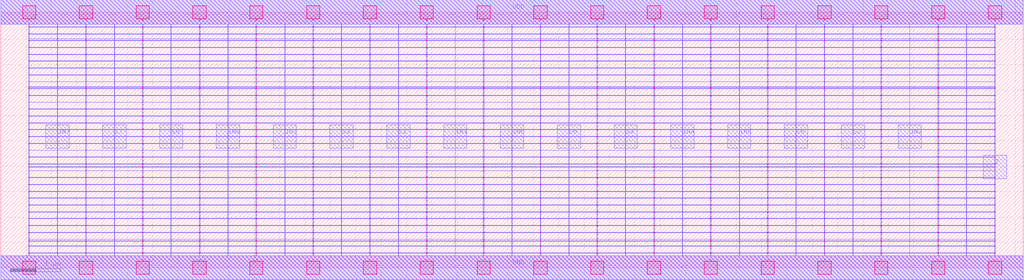
<source format=lef>
MACRO MUX8_DEBUG
 CLASS CORE ;
 FOREIGN MUX8_DEBUG 0 0 ;
 SIZE 20.16 BY 5.04 ;
 ORIGIN 0 0 ;
 SYMMETRY X Y R90 ;
 SITE unit ;
  PIN VDD
   DIRECTION INOUT ;
   USE SIGNAL ;
   SHAPE ABUTMENT ;
    PORT
     CLASS CORE ;
       LAYER met1 ;
        RECT 0.00000000 4.80000000 20.16000000 5.28000000 ;
       LAYER met2 ;
        RECT 0.00000000 4.80000000 20.16000000 5.28000000 ;
    END
  END VDD

  PIN GND
   DIRECTION INOUT ;
   USE SIGNAL ;
   SHAPE ABUTMENT ;
    PORT
     CLASS CORE ;
       LAYER met1 ;
        RECT 0.00000000 -0.24000000 20.16000000 0.24000000 ;
       LAYER met2 ;
        RECT 0.00000000 -0.24000000 20.16000000 0.24000000 ;
    END
  END GND

  PIN Z
   DIRECTION INOUT ;
   USE SIGNAL ;
   SHAPE ABUTMENT ;
    PORT
     CLASS CORE ;
       LAYER met2 ;
        RECT 19.37000000 1.75500000 19.83000000 2.21500000 ;
    END
  END Z

  PIN S0
   DIRECTION INOUT ;
   USE SIGNAL ;
   SHAPE ABUTMENT ;
    PORT
     CLASS CORE ;
       LAYER met2 ;
        RECT 3.13000000 2.35700000 3.59000000 2.81700000 ;
    END
  END S0

  PIN IN7
   DIRECTION INOUT ;
   USE SIGNAL ;
   SHAPE ABUTMENT ;
    PORT
     CLASS CORE ;
       LAYER met2 ;
        RECT 0.89000000 2.35700000 1.35000000 2.81700000 ;
    END
  END IN7

  PIN S3
   DIRECTION INOUT ;
   USE SIGNAL ;
   SHAPE ABUTMENT ;
    PORT
     CLASS CORE ;
       LAYER met2 ;
        RECT 6.49000000 2.35700000 6.95000000 2.81700000 ;
    END
  END S3

  PIN IN0
   DIRECTION INOUT ;
   USE SIGNAL ;
   SHAPE ABUTMENT ;
    PORT
     CLASS CORE ;
       LAYER met2 ;
        RECT 4.25000000 2.35700000 4.71000000 2.81700000 ;
    END
  END IN0

  PIN S6
   DIRECTION INOUT ;
   USE SIGNAL ;
   SHAPE ABUTMENT ;
    PORT
     CLASS CORE ;
       LAYER met2 ;
        RECT 10.97000000 2.35700000 11.43000000 2.81700000 ;
    END
  END S6

  PIN S7
   DIRECTION INOUT ;
   USE SIGNAL ;
   SHAPE ABUTMENT ;
    PORT
     CLASS CORE ;
       LAYER met2 ;
        RECT 2.01000000 2.35700000 2.47000000 2.81700000 ;
    END
  END S7

  PIN IN5
   DIRECTION INOUT ;
   USE SIGNAL ;
   SHAPE ABUTMENT ;
    PORT
     CLASS CORE ;
       LAYER met2 ;
        RECT 14.33000000 2.35700000 14.79000000 2.81700000 ;
    END
  END IN5

  PIN IN1
   DIRECTION INOUT ;
   USE SIGNAL ;
   SHAPE ABUTMENT ;
    PORT
     CLASS CORE ;
       LAYER met2 ;
        RECT 8.73000000 2.35700000 9.19000000 2.81700000 ;
    END
  END IN1

  PIN S1
   DIRECTION INOUT ;
   USE SIGNAL ;
   SHAPE ABUTMENT ;
    PORT
     CLASS CORE ;
       LAYER met2 ;
        RECT 7.61000000 2.35700000 8.07000000 2.81700000 ;
    END
  END S1

  PIN IN4
   DIRECTION INOUT ;
   USE SIGNAL ;
   SHAPE ABUTMENT ;
    PORT
     CLASS CORE ;
       LAYER met2 ;
        RECT 13.21000000 2.35700000 13.67000000 2.81700000 ;
    END
  END IN4

  PIN IN3
   DIRECTION INOUT ;
   USE SIGNAL ;
   SHAPE ABUTMENT ;
    PORT
     CLASS CORE ;
       LAYER met2 ;
        RECT 5.37000000 2.35700000 5.83000000 2.81700000 ;
    END
  END IN3

  PIN S5
   DIRECTION INOUT ;
   USE SIGNAL ;
   SHAPE ABUTMENT ;
    PORT
     CLASS CORE ;
       LAYER met2 ;
        RECT 15.45000000 2.35700000 15.91000000 2.81700000 ;
    END
  END S5

  PIN S2
   DIRECTION INOUT ;
   USE SIGNAL ;
   SHAPE ABUTMENT ;
    PORT
     CLASS CORE ;
       LAYER met2 ;
        RECT 16.57000000 2.35700000 17.03000000 2.81700000 ;
    END
  END S2

  PIN S4
   DIRECTION INOUT ;
   USE SIGNAL ;
   SHAPE ABUTMENT ;
    PORT
     CLASS CORE ;
       LAYER met2 ;
        RECT 12.09000000 2.35700000 12.55000000 2.81700000 ;
    END
  END S4

  PIN IN2
   DIRECTION INOUT ;
   USE SIGNAL ;
   SHAPE ABUTMENT ;
    PORT
     CLASS CORE ;
       LAYER met2 ;
        RECT 17.69000000 2.35700000 18.15000000 2.81700000 ;
    END
  END IN2

  PIN IN6
   DIRECTION INOUT ;
   USE SIGNAL ;
   SHAPE ABUTMENT ;
    PORT
     CLASS CORE ;
       LAYER met2 ;
        RECT 9.85000000 2.35700000 10.31000000 2.81700000 ;
    END
  END IN6

 OBS
    LAYER polycont ;
     RECT 10.07600000 2.58300000 10.08400000 2.59100000 ;
     RECT 10.07600000 2.71800000 10.08400000 2.72600000 ;
     RECT 10.07600000 2.85300000 10.08400000 2.86100000 ;
     RECT 10.07600000 2.98800000 10.08400000 2.99600000 ;
     RECT 12.31600000 2.58300000 12.32400000 2.59100000 ;
     RECT 12.87100000 2.58300000 12.88900000 2.59100000 ;
     RECT 13.43600000 2.58300000 13.44400000 2.59100000 ;
     RECT 13.99100000 2.58300000 14.00900000 2.59100000 ;
     RECT 14.55600000 2.58300000 14.56400000 2.59100000 ;
     RECT 15.11100000 2.58300000 15.12900000 2.59100000 ;
     RECT 15.67600000 2.58300000 15.68400000 2.59100000 ;
     RECT 16.23100000 2.58300000 16.24900000 2.59100000 ;
     RECT 16.79600000 2.58300000 16.80400000 2.59100000 ;
     RECT 17.35100000 2.58300000 17.36900000 2.59100000 ;
     RECT 17.91600000 2.58300000 17.92400000 2.59100000 ;
     RECT 18.47100000 2.58300000 18.48900000 2.59100000 ;
     RECT 19.03600000 2.58300000 19.04400000 2.59100000 ;
     RECT 19.59600000 2.58300000 19.60900000 2.59100000 ;
     RECT 10.63100000 2.58300000 10.64900000 2.59100000 ;
     RECT 10.63100000 2.71800000 10.64900000 2.72600000 ;
     RECT 11.19600000 2.71800000 11.20400000 2.72600000 ;
     RECT 11.75100000 2.71800000 11.76900000 2.72600000 ;
     RECT 12.31600000 2.71800000 12.32400000 2.72600000 ;
     RECT 12.87100000 2.71800000 12.88900000 2.72600000 ;
     RECT 13.43600000 2.71800000 13.44400000 2.72600000 ;
     RECT 13.99100000 2.71800000 14.00900000 2.72600000 ;
     RECT 14.55600000 2.71800000 14.56400000 2.72600000 ;
     RECT 15.11100000 2.71800000 15.12900000 2.72600000 ;
     RECT 15.67600000 2.71800000 15.68400000 2.72600000 ;
     RECT 16.23100000 2.71800000 16.24900000 2.72600000 ;
     RECT 16.79600000 2.71800000 16.80400000 2.72600000 ;
     RECT 17.35100000 2.71800000 17.36900000 2.72600000 ;
     RECT 17.91600000 2.71800000 17.92400000 2.72600000 ;
     RECT 18.47100000 2.71800000 18.48900000 2.72600000 ;
     RECT 19.03600000 2.71800000 19.04400000 2.72600000 ;
     RECT 19.59600000 2.71800000 19.60900000 2.72600000 ;
     RECT 11.19600000 2.58300000 11.20400000 2.59100000 ;
     RECT 10.63100000 2.85300000 10.64900000 2.86100000 ;
     RECT 11.19600000 2.85300000 11.20400000 2.86100000 ;
     RECT 11.75100000 2.85300000 11.76900000 2.86100000 ;
     RECT 12.31600000 2.85300000 12.32400000 2.86100000 ;
     RECT 12.87100000 2.85300000 12.88900000 2.86100000 ;
     RECT 13.43600000 2.85300000 13.44400000 2.86100000 ;
     RECT 13.99100000 2.85300000 14.00900000 2.86100000 ;
     RECT 14.55600000 2.85300000 14.56400000 2.86100000 ;
     RECT 15.11100000 2.85300000 15.12900000 2.86100000 ;
     RECT 15.67600000 2.85300000 15.68400000 2.86100000 ;
     RECT 16.23100000 2.85300000 16.24900000 2.86100000 ;
     RECT 16.79600000 2.85300000 16.80400000 2.86100000 ;
     RECT 17.35100000 2.85300000 17.36900000 2.86100000 ;
     RECT 17.91600000 2.85300000 17.92400000 2.86100000 ;
     RECT 18.47100000 2.85300000 18.48900000 2.86100000 ;
     RECT 19.03600000 2.85300000 19.04400000 2.86100000 ;
     RECT 19.59600000 2.85300000 19.60900000 2.86100000 ;
     RECT 11.75100000 2.58300000 11.76900000 2.59100000 ;
     RECT 10.63100000 2.98800000 10.64900000 2.99600000 ;
     RECT 11.19600000 2.98800000 11.20400000 2.99600000 ;
     RECT 11.75100000 2.98800000 11.76900000 2.99600000 ;
     RECT 12.31600000 2.98800000 12.32400000 2.99600000 ;
     RECT 12.87100000 2.98800000 12.88900000 2.99600000 ;
     RECT 13.43600000 2.98800000 13.44400000 2.99600000 ;
     RECT 13.99100000 2.98800000 14.00900000 2.99600000 ;
     RECT 14.55600000 2.98800000 14.56400000 2.99600000 ;
     RECT 15.11100000 2.98800000 15.12900000 2.99600000 ;
     RECT 15.67600000 2.98800000 15.68400000 2.99600000 ;
     RECT 16.23100000 2.98800000 16.24900000 2.99600000 ;
     RECT 16.79600000 2.98800000 16.80400000 2.99600000 ;
     RECT 17.35100000 2.98800000 17.36900000 2.99600000 ;
     RECT 17.91600000 2.98800000 17.92400000 2.99600000 ;
     RECT 18.47100000 2.98800000 18.48900000 2.99600000 ;
     RECT 19.03600000 2.98800000 19.04400000 2.99600000 ;
     RECT 19.59600000 2.98800000 19.60900000 2.99600000 ;
     RECT 1.67100000 2.85300000 1.68900000 2.86100000 ;
     RECT 2.23600000 2.85300000 2.24400000 2.86100000 ;
     RECT 2.79100000 2.85300000 2.80900000 2.86100000 ;
     RECT 3.35600000 2.85300000 3.36400000 2.86100000 ;
     RECT 3.91100000 2.85300000 3.92900000 2.86100000 ;
     RECT 4.47600000 2.85300000 4.48400000 2.86100000 ;
     RECT 5.03100000 2.85300000 5.04900000 2.86100000 ;
     RECT 5.59600000 2.85300000 5.60400000 2.86100000 ;
     RECT 6.15100000 2.85300000 6.16900000 2.86100000 ;
     RECT 6.71600000 2.85300000 6.72400000 2.86100000 ;
     RECT 7.27100000 2.85300000 7.28900000 2.86100000 ;
     RECT 7.83600000 2.85300000 7.84400000 2.86100000 ;
     RECT 8.39100000 2.85300000 8.40900000 2.86100000 ;
     RECT 8.95600000 2.85300000 8.96400000 2.86100000 ;
     RECT 9.51100000 2.85300000 9.52900000 2.86100000 ;
     RECT 1.11600000 2.71800000 1.12400000 2.72600000 ;
     RECT 1.67100000 2.71800000 1.68900000 2.72600000 ;
     RECT 2.23600000 2.71800000 2.24400000 2.72600000 ;
     RECT 2.79100000 2.71800000 2.80900000 2.72600000 ;
     RECT 3.35600000 2.71800000 3.36400000 2.72600000 ;
     RECT 3.91100000 2.71800000 3.92900000 2.72600000 ;
     RECT 4.47600000 2.71800000 4.48400000 2.72600000 ;
     RECT 5.03100000 2.71800000 5.04900000 2.72600000 ;
     RECT 5.59600000 2.71800000 5.60400000 2.72600000 ;
     RECT 6.15100000 2.71800000 6.16900000 2.72600000 ;
     RECT 6.71600000 2.71800000 6.72400000 2.72600000 ;
     RECT 7.27100000 2.71800000 7.28900000 2.72600000 ;
     RECT 7.83600000 2.71800000 7.84400000 2.72600000 ;
     RECT 8.39100000 2.71800000 8.40900000 2.72600000 ;
     RECT 8.95600000 2.71800000 8.96400000 2.72600000 ;
     RECT 9.51100000 2.71800000 9.52900000 2.72600000 ;
     RECT 1.11600000 2.58300000 1.12400000 2.59100000 ;
     RECT 1.67100000 2.58300000 1.68900000 2.59100000 ;
     RECT 0.55100000 2.98800000 0.56400000 2.99600000 ;
     RECT 1.11600000 2.98800000 1.12400000 2.99600000 ;
     RECT 1.67100000 2.98800000 1.68900000 2.99600000 ;
     RECT 2.23600000 2.98800000 2.24400000 2.99600000 ;
     RECT 2.79100000 2.98800000 2.80900000 2.99600000 ;
     RECT 3.35600000 2.98800000 3.36400000 2.99600000 ;
     RECT 3.91100000 2.98800000 3.92900000 2.99600000 ;
     RECT 4.47600000 2.98800000 4.48400000 2.99600000 ;
     RECT 5.03100000 2.98800000 5.04900000 2.99600000 ;
     RECT 5.59600000 2.98800000 5.60400000 2.99600000 ;
     RECT 6.15100000 2.98800000 6.16900000 2.99600000 ;
     RECT 6.71600000 2.98800000 6.72400000 2.99600000 ;
     RECT 7.27100000 2.98800000 7.28900000 2.99600000 ;
     RECT 7.83600000 2.98800000 7.84400000 2.99600000 ;
     RECT 8.39100000 2.98800000 8.40900000 2.99600000 ;
     RECT 8.95600000 2.98800000 8.96400000 2.99600000 ;
     RECT 9.51100000 2.98800000 9.52900000 2.99600000 ;
     RECT 2.23600000 2.58300000 2.24400000 2.59100000 ;
     RECT 2.79100000 2.58300000 2.80900000 2.59100000 ;
     RECT 3.35600000 2.58300000 3.36400000 2.59100000 ;
     RECT 3.91100000 2.58300000 3.92900000 2.59100000 ;
     RECT 4.47600000 2.58300000 4.48400000 2.59100000 ;
     RECT 5.03100000 2.58300000 5.04900000 2.59100000 ;
     RECT 5.59600000 2.58300000 5.60400000 2.59100000 ;
     RECT 6.15100000 2.58300000 6.16900000 2.59100000 ;
     RECT 6.71600000 2.58300000 6.72400000 2.59100000 ;
     RECT 7.27100000 2.58300000 7.28900000 2.59100000 ;
     RECT 7.83600000 2.58300000 7.84400000 2.59100000 ;
     RECT 8.39100000 2.58300000 8.40900000 2.59100000 ;
     RECT 8.95600000 2.58300000 8.96400000 2.59100000 ;
     RECT 9.51100000 2.58300000 9.52900000 2.59100000 ;
     RECT 0.55100000 2.58300000 0.56400000 2.59100000 ;
     RECT 0.55100000 2.71800000 0.56400000 2.72600000 ;
     RECT 0.55100000 2.85300000 0.56400000 2.86100000 ;
     RECT 1.11600000 2.85300000 1.12400000 2.86100000 ;

    LAYER pdiffc ;
     RECT 0.55100000 3.39300000 0.55900000 3.40100000 ;
     RECT 19.60100000 3.39300000 19.60900000 3.40100000 ;
     RECT 0.55100000 3.52800000 0.55900000 3.53600000 ;
     RECT 19.60100000 3.52800000 19.60900000 3.53600000 ;
     RECT 0.55100000 3.56100000 0.55900000 3.56900000 ;
     RECT 19.60100000 3.56100000 19.60900000 3.56900000 ;
     RECT 0.55100000 3.66300000 0.55900000 3.67100000 ;
     RECT 19.60100000 3.66300000 19.60900000 3.67100000 ;
     RECT 0.55100000 3.79800000 0.55900000 3.80600000 ;
     RECT 19.60100000 3.79800000 19.60900000 3.80600000 ;
     RECT 0.55100000 3.93300000 0.55900000 3.94100000 ;
     RECT 19.60100000 3.93300000 19.60900000 3.94100000 ;
     RECT 0.55100000 4.06800000 0.55900000 4.07600000 ;
     RECT 19.60100000 4.06800000 19.60900000 4.07600000 ;
     RECT 0.55100000 4.20300000 0.55900000 4.21100000 ;
     RECT 19.60100000 4.20300000 19.60900000 4.21100000 ;
     RECT 0.55100000 4.33800000 0.55900000 4.34600000 ;
     RECT 19.60100000 4.33800000 19.60900000 4.34600000 ;
     RECT 0.55100000 4.47300000 0.55900000 4.48100000 ;
     RECT 19.60100000 4.47300000 19.60900000 4.48100000 ;
     RECT 0.55100000 4.51100000 0.55900000 4.51900000 ;
     RECT 19.60100000 4.51100000 19.60900000 4.51900000 ;
     RECT 0.55100000 4.60800000 0.55900000 4.61600000 ;
     RECT 19.60100000 4.60800000 19.60900000 4.61600000 ;

    LAYER ndiffc ;
     RECT 15.11100000 0.42300000 15.12900000 0.43100000 ;
     RECT 16.23100000 0.42300000 16.24900000 0.43100000 ;
     RECT 17.35100000 0.42300000 17.36900000 0.43100000 ;
     RECT 18.47100000 0.42300000 18.48900000 0.43100000 ;
     RECT 19.59600000 0.42300000 19.60900000 0.43100000 ;
     RECT 15.11100000 0.52100000 15.12900000 0.52900000 ;
     RECT 16.23100000 0.52100000 16.24900000 0.52900000 ;
     RECT 17.35100000 0.52100000 17.36900000 0.52900000 ;
     RECT 18.47100000 0.52100000 18.48900000 0.52900000 ;
     RECT 19.59600000 0.52100000 19.60900000 0.52900000 ;
     RECT 15.11100000 0.55800000 15.12900000 0.56600000 ;
     RECT 16.23100000 0.55800000 16.24900000 0.56600000 ;
     RECT 17.35100000 0.55800000 17.36900000 0.56600000 ;
     RECT 18.47100000 0.55800000 18.48900000 0.56600000 ;
     RECT 19.59600000 0.55800000 19.60900000 0.56600000 ;
     RECT 15.11100000 0.69300000 15.12900000 0.70100000 ;
     RECT 16.23100000 0.69300000 16.24900000 0.70100000 ;
     RECT 17.35100000 0.69300000 17.36900000 0.70100000 ;
     RECT 18.47100000 0.69300000 18.48900000 0.70100000 ;
     RECT 19.59600000 0.69300000 19.60900000 0.70100000 ;
     RECT 15.11100000 0.82800000 15.12900000 0.83600000 ;
     RECT 16.23100000 0.82800000 16.24900000 0.83600000 ;
     RECT 17.35100000 0.82800000 17.36900000 0.83600000 ;
     RECT 18.47100000 0.82800000 18.48900000 0.83600000 ;
     RECT 19.59600000 0.82800000 19.60900000 0.83600000 ;
     RECT 15.11100000 0.96300000 15.12900000 0.97100000 ;
     RECT 16.23100000 0.96300000 16.24900000 0.97100000 ;
     RECT 17.35100000 0.96300000 17.36900000 0.97100000 ;
     RECT 18.47100000 0.96300000 18.48900000 0.97100000 ;
     RECT 19.59600000 0.96300000 19.60900000 0.97100000 ;
     RECT 15.11100000 1.09800000 15.12900000 1.10600000 ;
     RECT 16.23100000 1.09800000 16.24900000 1.10600000 ;
     RECT 17.35100000 1.09800000 17.36900000 1.10600000 ;
     RECT 18.47100000 1.09800000 18.48900000 1.10600000 ;
     RECT 19.59600000 1.09800000 19.60900000 1.10600000 ;
     RECT 15.11100000 1.23300000 15.12900000 1.24100000 ;
     RECT 16.23100000 1.23300000 16.24900000 1.24100000 ;
     RECT 17.35100000 1.23300000 17.36900000 1.24100000 ;
     RECT 18.47100000 1.23300000 18.48900000 1.24100000 ;
     RECT 19.59600000 1.23300000 19.60900000 1.24100000 ;
     RECT 15.11100000 1.36800000 15.12900000 1.37600000 ;
     RECT 16.23100000 1.36800000 16.24900000 1.37600000 ;
     RECT 17.35100000 1.36800000 17.36900000 1.37600000 ;
     RECT 18.47100000 1.36800000 18.48900000 1.37600000 ;
     RECT 19.59600000 1.36800000 19.60900000 1.37600000 ;
     RECT 15.11100000 1.50300000 15.12900000 1.51100000 ;
     RECT 16.23100000 1.50300000 16.24900000 1.51100000 ;
     RECT 17.35100000 1.50300000 17.36900000 1.51100000 ;
     RECT 18.47100000 1.50300000 18.48900000 1.51100000 ;
     RECT 19.59600000 1.50300000 19.60900000 1.51100000 ;
     RECT 15.11100000 1.63800000 15.12900000 1.64600000 ;
     RECT 16.23100000 1.63800000 16.24900000 1.64600000 ;
     RECT 17.35100000 1.63800000 17.36900000 1.64600000 ;
     RECT 18.47100000 1.63800000 18.48900000 1.64600000 ;
     RECT 19.59600000 1.63800000 19.60900000 1.64600000 ;
     RECT 15.11100000 1.77300000 15.12900000 1.78100000 ;
     RECT 16.23100000 1.77300000 16.24900000 1.78100000 ;
     RECT 17.35100000 1.77300000 17.36900000 1.78100000 ;
     RECT 18.47100000 1.77300000 18.48900000 1.78100000 ;
     RECT 19.59600000 1.77300000 19.60900000 1.78100000 ;
     RECT 15.11100000 1.90800000 15.12900000 1.91600000 ;
     RECT 16.23100000 1.90800000 16.24900000 1.91600000 ;
     RECT 17.35100000 1.90800000 17.36900000 1.91600000 ;
     RECT 18.47100000 1.90800000 18.48900000 1.91600000 ;
     RECT 19.59600000 1.90800000 19.60900000 1.91600000 ;
     RECT 15.11100000 1.98100000 15.12900000 1.98900000 ;
     RECT 16.23100000 1.98100000 16.24900000 1.98900000 ;
     RECT 17.35100000 1.98100000 17.36900000 1.98900000 ;
     RECT 18.47100000 1.98100000 18.48900000 1.98900000 ;
     RECT 19.59600000 1.98100000 19.60900000 1.98900000 ;
     RECT 15.11100000 2.04300000 15.12900000 2.05100000 ;
     RECT 16.23100000 2.04300000 16.24900000 2.05100000 ;
     RECT 17.35100000 2.04300000 17.36900000 2.05100000 ;
     RECT 18.47100000 2.04300000 18.48900000 2.05100000 ;
     RECT 19.59600000 2.04300000 19.60900000 2.05100000 ;
     RECT 13.99100000 1.36800000 14.00900000 1.37600000 ;
     RECT 12.87100000 0.55800000 12.88900000 0.56600000 ;
     RECT 13.99100000 0.55800000 14.00900000 0.56600000 ;
     RECT 11.75100000 0.52100000 11.76900000 0.52900000 ;
     RECT 12.87100000 0.52100000 12.88900000 0.52900000 ;
     RECT 13.99100000 0.52100000 14.00900000 0.52900000 ;
     RECT 10.63100000 1.50300000 10.64900000 1.51100000 ;
     RECT 11.75100000 1.50300000 11.76900000 1.51100000 ;
     RECT 12.87100000 1.50300000 12.88900000 1.51100000 ;
     RECT 13.99100000 1.50300000 14.00900000 1.51100000 ;
     RECT 10.63100000 0.96300000 10.64900000 0.97100000 ;
     RECT 11.75100000 0.96300000 11.76900000 0.97100000 ;
     RECT 12.87100000 0.96300000 12.88900000 0.97100000 ;
     RECT 13.99100000 0.96300000 14.00900000 0.97100000 ;
     RECT 11.75100000 0.42300000 11.76900000 0.43100000 ;
     RECT 10.63100000 1.63800000 10.64900000 1.64600000 ;
     RECT 11.75100000 1.63800000 11.76900000 1.64600000 ;
     RECT 12.87100000 1.63800000 12.88900000 1.64600000 ;
     RECT 13.99100000 1.63800000 14.00900000 1.64600000 ;
     RECT 12.87100000 0.42300000 12.88900000 0.43100000 ;
     RECT 10.63100000 0.69300000 10.64900000 0.70100000 ;
     RECT 11.75100000 0.69300000 11.76900000 0.70100000 ;
     RECT 12.87100000 0.69300000 12.88900000 0.70100000 ;
     RECT 10.63100000 1.09800000 10.64900000 1.10600000 ;
     RECT 10.63100000 1.77300000 10.64900000 1.78100000 ;
     RECT 11.75100000 1.77300000 11.76900000 1.78100000 ;
     RECT 12.87100000 1.77300000 12.88900000 1.78100000 ;
     RECT 13.99100000 1.77300000 14.00900000 1.78100000 ;
     RECT 11.75100000 1.09800000 11.76900000 1.10600000 ;
     RECT 12.87100000 1.09800000 12.88900000 1.10600000 ;
     RECT 13.99100000 1.09800000 14.00900000 1.10600000 ;
     RECT 13.99100000 0.69300000 14.00900000 0.70100000 ;
     RECT 13.99100000 0.42300000 14.00900000 0.43100000 ;
     RECT 10.63100000 1.90800000 10.64900000 1.91600000 ;
     RECT 11.75100000 1.90800000 11.76900000 1.91600000 ;
     RECT 12.87100000 1.90800000 12.88900000 1.91600000 ;
     RECT 13.99100000 1.90800000 14.00900000 1.91600000 ;
     RECT 10.63100000 0.42300000 10.64900000 0.43100000 ;
     RECT 10.63100000 0.52100000 10.64900000 0.52900000 ;
     RECT 10.63100000 0.55800000 10.64900000 0.56600000 ;
     RECT 10.63100000 1.23300000 10.64900000 1.24100000 ;
     RECT 11.75100000 1.23300000 11.76900000 1.24100000 ;
     RECT 10.63100000 1.98100000 10.64900000 1.98900000 ;
     RECT 11.75100000 1.98100000 11.76900000 1.98900000 ;
     RECT 12.87100000 1.98100000 12.88900000 1.98900000 ;
     RECT 13.99100000 1.98100000 14.00900000 1.98900000 ;
     RECT 12.87100000 1.23300000 12.88900000 1.24100000 ;
     RECT 13.99100000 1.23300000 14.00900000 1.24100000 ;
     RECT 11.75100000 0.55800000 11.76900000 0.56600000 ;
     RECT 10.63100000 0.82800000 10.64900000 0.83600000 ;
     RECT 11.75100000 0.82800000 11.76900000 0.83600000 ;
     RECT 10.63100000 2.04300000 10.64900000 2.05100000 ;
     RECT 11.75100000 2.04300000 11.76900000 2.05100000 ;
     RECT 12.87100000 2.04300000 12.88900000 2.05100000 ;
     RECT 13.99100000 2.04300000 14.00900000 2.05100000 ;
     RECT 12.87100000 0.82800000 12.88900000 0.83600000 ;
     RECT 13.99100000 0.82800000 14.00900000 0.83600000 ;
     RECT 10.63100000 1.36800000 10.64900000 1.37600000 ;
     RECT 11.75100000 1.36800000 11.76900000 1.37600000 ;
     RECT 12.87100000 1.36800000 12.88900000 1.37600000 ;
     RECT 6.15100000 0.42300000 6.16900000 0.43100000 ;
     RECT 7.27100000 0.42300000 7.28900000 0.43100000 ;
     RECT 8.39100000 0.42300000 8.40900000 0.43100000 ;
     RECT 9.51100000 0.42300000 9.52900000 0.43100000 ;
     RECT 6.15100000 1.36800000 6.16900000 1.37600000 ;
     RECT 7.27100000 1.36800000 7.28900000 1.37600000 ;
     RECT 8.39100000 1.36800000 8.40900000 1.37600000 ;
     RECT 9.51100000 1.36800000 9.52900000 1.37600000 ;
     RECT 6.15100000 0.82800000 6.16900000 0.83600000 ;
     RECT 7.27100000 0.82800000 7.28900000 0.83600000 ;
     RECT 8.39100000 0.82800000 8.40900000 0.83600000 ;
     RECT 9.51100000 0.82800000 9.52900000 0.83600000 ;
     RECT 6.15100000 1.50300000 6.16900000 1.51100000 ;
     RECT 7.27100000 1.50300000 7.28900000 1.51100000 ;
     RECT 8.39100000 1.50300000 8.40900000 1.51100000 ;
     RECT 9.51100000 1.50300000 9.52900000 1.51100000 ;
     RECT 6.15100000 0.55800000 6.16900000 0.56600000 ;
     RECT 7.27100000 0.55800000 7.28900000 0.56600000 ;
     RECT 8.39100000 0.55800000 8.40900000 0.56600000 ;
     RECT 9.51100000 0.55800000 9.52900000 0.56600000 ;
     RECT 6.15100000 1.63800000 6.16900000 1.64600000 ;
     RECT 7.27100000 1.63800000 7.28900000 1.64600000 ;
     RECT 8.39100000 1.63800000 8.40900000 1.64600000 ;
     RECT 9.51100000 1.63800000 9.52900000 1.64600000 ;
     RECT 6.15100000 0.96300000 6.16900000 0.97100000 ;
     RECT 7.27100000 0.96300000 7.28900000 0.97100000 ;
     RECT 8.39100000 0.96300000 8.40900000 0.97100000 ;
     RECT 9.51100000 0.96300000 9.52900000 0.97100000 ;
     RECT 6.15100000 1.77300000 6.16900000 1.78100000 ;
     RECT 7.27100000 1.77300000 7.28900000 1.78100000 ;
     RECT 8.39100000 1.77300000 8.40900000 1.78100000 ;
     RECT 9.51100000 1.77300000 9.52900000 1.78100000 ;
     RECT 6.15100000 0.52100000 6.16900000 0.52900000 ;
     RECT 7.27100000 0.52100000 7.28900000 0.52900000 ;
     RECT 8.39100000 0.52100000 8.40900000 0.52900000 ;
     RECT 9.51100000 0.52100000 9.52900000 0.52900000 ;
     RECT 6.15100000 1.90800000 6.16900000 1.91600000 ;
     RECT 7.27100000 1.90800000 7.28900000 1.91600000 ;
     RECT 8.39100000 1.90800000 8.40900000 1.91600000 ;
     RECT 9.51100000 1.90800000 9.52900000 1.91600000 ;
     RECT 6.15100000 1.09800000 6.16900000 1.10600000 ;
     RECT 7.27100000 1.09800000 7.28900000 1.10600000 ;
     RECT 8.39100000 1.09800000 8.40900000 1.10600000 ;
     RECT 9.51100000 1.09800000 9.52900000 1.10600000 ;
     RECT 6.15100000 1.98100000 6.16900000 1.98900000 ;
     RECT 7.27100000 1.98100000 7.28900000 1.98900000 ;
     RECT 8.39100000 1.98100000 8.40900000 1.98900000 ;
     RECT 9.51100000 1.98100000 9.52900000 1.98900000 ;
     RECT 6.15100000 0.69300000 6.16900000 0.70100000 ;
     RECT 7.27100000 0.69300000 7.28900000 0.70100000 ;
     RECT 8.39100000 0.69300000 8.40900000 0.70100000 ;
     RECT 9.51100000 0.69300000 9.52900000 0.70100000 ;
     RECT 6.15100000 2.04300000 6.16900000 2.05100000 ;
     RECT 7.27100000 2.04300000 7.28900000 2.05100000 ;
     RECT 8.39100000 2.04300000 8.40900000 2.05100000 ;
     RECT 9.51100000 2.04300000 9.52900000 2.05100000 ;
     RECT 6.15100000 1.23300000 6.16900000 1.24100000 ;
     RECT 7.27100000 1.23300000 7.28900000 1.24100000 ;
     RECT 8.39100000 1.23300000 8.40900000 1.24100000 ;
     RECT 9.51100000 1.23300000 9.52900000 1.24100000 ;
     RECT 1.67100000 1.36800000 1.68900000 1.37600000 ;
     RECT 2.79100000 1.36800000 2.80900000 1.37600000 ;
     RECT 0.55100000 1.50300000 0.56400000 1.51100000 ;
     RECT 0.55100000 1.77300000 0.56400000 1.78100000 ;
     RECT 1.67100000 1.77300000 1.68900000 1.78100000 ;
     RECT 2.79100000 1.77300000 2.80900000 1.78100000 ;
     RECT 3.91100000 1.77300000 3.92900000 1.78100000 ;
     RECT 5.03100000 1.77300000 5.04900000 1.78100000 ;
     RECT 1.67100000 1.50300000 1.68900000 1.51100000 ;
     RECT 2.79100000 1.50300000 2.80900000 1.51100000 ;
     RECT 3.91100000 1.50300000 3.92900000 1.51100000 ;
     RECT 5.03100000 1.50300000 5.04900000 1.51100000 ;
     RECT 0.55100000 0.52100000 0.56400000 0.52900000 ;
     RECT 1.67100000 0.52100000 1.68900000 0.52900000 ;
     RECT 2.79100000 0.52100000 2.80900000 0.52900000 ;
     RECT 3.91100000 0.52100000 3.92900000 0.52900000 ;
     RECT 5.03100000 0.52100000 5.04900000 0.52900000 ;
     RECT 3.91100000 1.36800000 3.92900000 1.37600000 ;
     RECT 5.03100000 1.36800000 5.04900000 1.37600000 ;
     RECT 5.03100000 0.42300000 5.04900000 0.43100000 ;
     RECT 0.55100000 0.42300000 0.56400000 0.43100000 ;
     RECT 0.55100000 1.90800000 0.56400000 1.91600000 ;
     RECT 1.67100000 1.90800000 1.68900000 1.91600000 ;
     RECT 2.79100000 1.90800000 2.80900000 1.91600000 ;
     RECT 3.91100000 1.90800000 3.92900000 1.91600000 ;
     RECT 5.03100000 1.90800000 5.04900000 1.91600000 ;
     RECT 0.55100000 0.55800000 0.56400000 0.56600000 ;
     RECT 1.67100000 0.55800000 1.68900000 0.56600000 ;
     RECT 2.79100000 0.55800000 2.80900000 0.56600000 ;
     RECT 3.91100000 0.55800000 3.92900000 0.56600000 ;
     RECT 0.55100000 1.09800000 0.56400000 1.10600000 ;
     RECT 1.67100000 1.09800000 1.68900000 1.10600000 ;
     RECT 2.79100000 1.09800000 2.80900000 1.10600000 ;
     RECT 3.91100000 1.09800000 3.92900000 1.10600000 ;
     RECT 5.03100000 1.09800000 5.04900000 1.10600000 ;
     RECT 5.03100000 0.55800000 5.04900000 0.56600000 ;
     RECT 1.67100000 0.42300000 1.68900000 0.43100000 ;
     RECT 2.79100000 0.42300000 2.80900000 0.43100000 ;
     RECT 0.55100000 0.82800000 0.56400000 0.83600000 ;
     RECT 0.55100000 1.98100000 0.56400000 1.98900000 ;
     RECT 1.67100000 1.98100000 1.68900000 1.98900000 ;
     RECT 2.79100000 1.98100000 2.80900000 1.98900000 ;
     RECT 3.91100000 1.98100000 3.92900000 1.98900000 ;
     RECT 5.03100000 1.98100000 5.04900000 1.98900000 ;
     RECT 1.67100000 0.82800000 1.68900000 0.83600000 ;
     RECT 0.55100000 1.63800000 0.56400000 1.64600000 ;
     RECT 1.67100000 1.63800000 1.68900000 1.64600000 ;
     RECT 2.79100000 1.63800000 2.80900000 1.64600000 ;
     RECT 0.55100000 0.69300000 0.56400000 0.70100000 ;
     RECT 1.67100000 0.69300000 1.68900000 0.70100000 ;
     RECT 2.79100000 0.69300000 2.80900000 0.70100000 ;
     RECT 3.91100000 0.69300000 3.92900000 0.70100000 ;
     RECT 5.03100000 0.69300000 5.04900000 0.70100000 ;
     RECT 3.91100000 1.63800000 3.92900000 1.64600000 ;
     RECT 5.03100000 1.63800000 5.04900000 1.64600000 ;
     RECT 2.79100000 0.82800000 2.80900000 0.83600000 ;
     RECT 3.91100000 0.82800000 3.92900000 0.83600000 ;
     RECT 0.55100000 2.04300000 0.56400000 2.05100000 ;
     RECT 1.67100000 2.04300000 1.68900000 2.05100000 ;
     RECT 2.79100000 2.04300000 2.80900000 2.05100000 ;
     RECT 3.91100000 2.04300000 3.92900000 2.05100000 ;
     RECT 5.03100000 2.04300000 5.04900000 2.05100000 ;
     RECT 5.03100000 0.82800000 5.04900000 0.83600000 ;
     RECT 3.91100000 0.42300000 3.92900000 0.43100000 ;
     RECT 0.55100000 0.96300000 0.56400000 0.97100000 ;
     RECT 1.67100000 0.96300000 1.68900000 0.97100000 ;
     RECT 0.55100000 1.23300000 0.56400000 1.24100000 ;
     RECT 1.67100000 1.23300000 1.68900000 1.24100000 ;
     RECT 2.79100000 1.23300000 2.80900000 1.24100000 ;
     RECT 3.91100000 1.23300000 3.92900000 1.24100000 ;
     RECT 5.03100000 1.23300000 5.04900000 1.24100000 ;
     RECT 2.79100000 0.96300000 2.80900000 0.97100000 ;
     RECT 3.91100000 0.96300000 3.92900000 0.97100000 ;
     RECT 5.03100000 0.96300000 5.04900000 0.97100000 ;
     RECT 0.55100000 1.36800000 0.56400000 1.37600000 ;

    LAYER met1 ;
     RECT 0.00000000 -0.24000000 20.16000000 0.24000000 ;
     RECT 10.07600000 0.24000000 10.08400000 0.28800000 ;
     RECT 0.55100000 0.28800000 19.60900000 0.29600000 ;
     RECT 10.07600000 0.29600000 10.08400000 0.42300000 ;
     RECT 0.55100000 0.42300000 19.60900000 0.43100000 ;
     RECT 10.07600000 0.43100000 10.08400000 0.52100000 ;
     RECT 0.55100000 0.52100000 19.60900000 0.52900000 ;
     RECT 10.07600000 0.52900000 10.08400000 0.55800000 ;
     RECT 0.55100000 0.55800000 19.60900000 0.56600000 ;
     RECT 10.07600000 0.56600000 10.08400000 0.69300000 ;
     RECT 0.55100000 0.69300000 19.60900000 0.70100000 ;
     RECT 10.07600000 0.70100000 10.08400000 0.82800000 ;
     RECT 0.55100000 0.82800000 19.60900000 0.83600000 ;
     RECT 10.07600000 0.83600000 10.08400000 0.96300000 ;
     RECT 0.55100000 0.96300000 19.60900000 0.97100000 ;
     RECT 10.07600000 0.97100000 10.08400000 1.09800000 ;
     RECT 0.55100000 1.09800000 19.60900000 1.10600000 ;
     RECT 10.07600000 1.10600000 10.08400000 1.23300000 ;
     RECT 0.55100000 1.23300000 19.60900000 1.24100000 ;
     RECT 10.07600000 1.24100000 10.08400000 1.36800000 ;
     RECT 0.55100000 1.36800000 19.60900000 1.37600000 ;
     RECT 10.07600000 1.37600000 10.08400000 1.50300000 ;
     RECT 0.55100000 1.50300000 19.60900000 1.51100000 ;
     RECT 10.07600000 1.51100000 10.08400000 1.63800000 ;
     RECT 0.55100000 1.63800000 19.60900000 1.64600000 ;
     RECT 10.07600000 1.64600000 10.08400000 1.77300000 ;
     RECT 0.55100000 1.77300000 19.60900000 1.78100000 ;
     RECT 10.07600000 1.78100000 10.08400000 1.90800000 ;
     RECT 0.55100000 1.90800000 19.60900000 1.91600000 ;
     RECT 10.07600000 1.91600000 10.08400000 1.98100000 ;
     RECT 0.55100000 1.98100000 19.60900000 1.98900000 ;
     RECT 10.07600000 1.98900000 10.08400000 2.04300000 ;
     RECT 0.55100000 2.04300000 19.60900000 2.05100000 ;
     RECT 10.07600000 2.05100000 10.08400000 2.17800000 ;
     RECT 0.55100000 2.17800000 19.60900000 2.18600000 ;
     RECT 10.07600000 2.18600000 10.08400000 2.31300000 ;
     RECT 0.55100000 2.31300000 19.60900000 2.32100000 ;
     RECT 10.07600000 2.32100000 10.08400000 2.44800000 ;
     RECT 0.55100000 2.44800000 19.60900000 2.45600000 ;
     RECT 0.55100000 2.45600000 0.56400000 2.58300000 ;
     RECT 1.11600000 2.45600000 1.12400000 2.58300000 ;
     RECT 1.67100000 2.45600000 1.68900000 2.58300000 ;
     RECT 2.23600000 2.45600000 2.24400000 2.58300000 ;
     RECT 2.79100000 2.45600000 2.80900000 2.58300000 ;
     RECT 3.35600000 2.45600000 3.36400000 2.58300000 ;
     RECT 3.91100000 2.45600000 3.92900000 2.58300000 ;
     RECT 4.47600000 2.45600000 4.48400000 2.58300000 ;
     RECT 5.03100000 2.45600000 5.04900000 2.58300000 ;
     RECT 5.59600000 2.45600000 5.60400000 2.58300000 ;
     RECT 6.15100000 2.45600000 6.16900000 2.58300000 ;
     RECT 6.71600000 2.45600000 6.72400000 2.58300000 ;
     RECT 7.27100000 2.45600000 7.28900000 2.58300000 ;
     RECT 7.83600000 2.45600000 7.84400000 2.58300000 ;
     RECT 8.39100000 2.45600000 8.40900000 2.58300000 ;
     RECT 8.95600000 2.45600000 8.96400000 2.58300000 ;
     RECT 9.51100000 2.45600000 9.52900000 2.58300000 ;
     RECT 10.07600000 2.45600000 10.08400000 2.58300000 ;
     RECT 10.63100000 2.45600000 10.64900000 2.58300000 ;
     RECT 11.19600000 2.45600000 11.20400000 2.58300000 ;
     RECT 11.75100000 2.45600000 11.76900000 2.58300000 ;
     RECT 12.31600000 2.45600000 12.32400000 2.58300000 ;
     RECT 12.87100000 2.45600000 12.88900000 2.58300000 ;
     RECT 13.43600000 2.45600000 13.44400000 2.58300000 ;
     RECT 13.99100000 2.45600000 14.00900000 2.58300000 ;
     RECT 14.55600000 2.45600000 14.56400000 2.58300000 ;
     RECT 15.11100000 2.45600000 15.12900000 2.58300000 ;
     RECT 15.67600000 2.45600000 15.68400000 2.58300000 ;
     RECT 16.23100000 2.45600000 16.24900000 2.58300000 ;
     RECT 16.79600000 2.45600000 16.80400000 2.58300000 ;
     RECT 17.35100000 2.45600000 17.36900000 2.58300000 ;
     RECT 17.91600000 2.45600000 17.92400000 2.58300000 ;
     RECT 18.47100000 2.45600000 18.48900000 2.58300000 ;
     RECT 19.03600000 2.45600000 19.04400000 2.58300000 ;
     RECT 19.59600000 2.45600000 19.60900000 2.58300000 ;
     RECT 0.55100000 2.58300000 19.60900000 2.59100000 ;
     RECT 10.07600000 2.59100000 10.08400000 2.71800000 ;
     RECT 0.55100000 2.71800000 19.60900000 2.72600000 ;
     RECT 10.07600000 2.72600000 10.08400000 2.85300000 ;
     RECT 0.55100000 2.85300000 19.60900000 2.86100000 ;
     RECT 10.07600000 2.86100000 10.08400000 2.98800000 ;
     RECT 0.55100000 2.98800000 19.60900000 2.99600000 ;
     RECT 10.07600000 2.99600000 10.08400000 3.12300000 ;
     RECT 0.55100000 3.12300000 19.60900000 3.13100000 ;
     RECT 10.07600000 3.13100000 10.08400000 3.25800000 ;
     RECT 0.55100000 3.25800000 19.60900000 3.26600000 ;
     RECT 10.07600000 3.26600000 10.08400000 3.39300000 ;
     RECT 0.55100000 3.39300000 19.60900000 3.40100000 ;
     RECT 10.07600000 3.40100000 10.08400000 3.52800000 ;
     RECT 0.55100000 3.52800000 19.60900000 3.53600000 ;
     RECT 10.07600000 3.53600000 10.08400000 3.56100000 ;
     RECT 0.55100000 3.56100000 19.60900000 3.56900000 ;
     RECT 10.07600000 3.56900000 10.08400000 3.66300000 ;
     RECT 0.55100000 3.66300000 19.60900000 3.67100000 ;
     RECT 10.07600000 3.67100000 10.08400000 3.79800000 ;
     RECT 0.55100000 3.79800000 19.60900000 3.80600000 ;
     RECT 10.07600000 3.80600000 10.08400000 3.93300000 ;
     RECT 0.55100000 3.93300000 19.60900000 3.94100000 ;
     RECT 10.07600000 3.94100000 10.08400000 4.06800000 ;
     RECT 0.55100000 4.06800000 19.60900000 4.07600000 ;
     RECT 10.07600000 4.07600000 10.08400000 4.20300000 ;
     RECT 0.55100000 4.20300000 19.60900000 4.21100000 ;
     RECT 10.07600000 4.21100000 10.08400000 4.33800000 ;
     RECT 0.55100000 4.33800000 19.60900000 4.34600000 ;
     RECT 10.07600000 4.34600000 10.08400000 4.47300000 ;
     RECT 0.55100000 4.47300000 19.60900000 4.48100000 ;
     RECT 10.07600000 4.48100000 10.08400000 4.51100000 ;
     RECT 0.55100000 4.51100000 19.60900000 4.51900000 ;
     RECT 10.07600000 4.51900000 10.08400000 4.60800000 ;
     RECT 0.55100000 4.60800000 19.60900000 4.61600000 ;
     RECT 10.07600000 4.61600000 10.08400000 4.74300000 ;
     RECT 0.55100000 4.74300000 19.60900000 4.75100000 ;
     RECT 10.07600000 4.75100000 10.08400000 4.80000000 ;
     RECT 0.00000000 4.80000000 20.16000000 5.28000000 ;
     RECT 15.11100000 2.86100000 15.12900000 2.98800000 ;
     RECT 15.11100000 2.99600000 15.12900000 3.12300000 ;
     RECT 15.11100000 3.13100000 15.12900000 3.25800000 ;
     RECT 15.11100000 2.59100000 15.12900000 2.71800000 ;
     RECT 15.11100000 3.26600000 15.12900000 3.39300000 ;
     RECT 15.11100000 3.40100000 15.12900000 3.52800000 ;
     RECT 15.11100000 3.53600000 15.12900000 3.56100000 ;
     RECT 15.11100000 3.56900000 15.12900000 3.66300000 ;
     RECT 15.11100000 3.67100000 15.12900000 3.79800000 ;
     RECT 10.63100000 3.80600000 10.64900000 3.93300000 ;
     RECT 11.19600000 3.80600000 11.20400000 3.93300000 ;
     RECT 11.75100000 3.80600000 11.76900000 3.93300000 ;
     RECT 12.31600000 3.80600000 12.32400000 3.93300000 ;
     RECT 12.87100000 3.80600000 12.88900000 3.93300000 ;
     RECT 13.43600000 3.80600000 13.44400000 3.93300000 ;
     RECT 13.99100000 3.80600000 14.00900000 3.93300000 ;
     RECT 14.55600000 3.80600000 14.56400000 3.93300000 ;
     RECT 15.11100000 3.80600000 15.12900000 3.93300000 ;
     RECT 15.67600000 3.80600000 15.68400000 3.93300000 ;
     RECT 16.23100000 3.80600000 16.24900000 3.93300000 ;
     RECT 16.79600000 3.80600000 16.80400000 3.93300000 ;
     RECT 17.35100000 3.80600000 17.36900000 3.93300000 ;
     RECT 17.91600000 3.80600000 17.92400000 3.93300000 ;
     RECT 18.47100000 3.80600000 18.48900000 3.93300000 ;
     RECT 19.03600000 3.80600000 19.04400000 3.93300000 ;
     RECT 19.59600000 3.80600000 19.60900000 3.93300000 ;
     RECT 15.11100000 3.94100000 15.12900000 4.06800000 ;
     RECT 15.11100000 4.07600000 15.12900000 4.20300000 ;
     RECT 15.11100000 4.21100000 15.12900000 4.33800000 ;
     RECT 15.11100000 2.72600000 15.12900000 2.85300000 ;
     RECT 15.11100000 4.34600000 15.12900000 4.47300000 ;
     RECT 15.11100000 4.48100000 15.12900000 4.51100000 ;
     RECT 15.11100000 4.51900000 15.12900000 4.60800000 ;
     RECT 15.11100000 4.61600000 15.12900000 4.74300000 ;
     RECT 15.11100000 4.75100000 15.12900000 4.80000000 ;
     RECT 15.67600000 3.94100000 15.68400000 4.06800000 ;
     RECT 15.67600000 4.07600000 15.68400000 4.20300000 ;
     RECT 16.23100000 4.07600000 16.24900000 4.20300000 ;
     RECT 16.79600000 4.07600000 16.80400000 4.20300000 ;
     RECT 17.35100000 4.07600000 17.36900000 4.20300000 ;
     RECT 17.91600000 4.07600000 17.92400000 4.20300000 ;
     RECT 18.47100000 4.07600000 18.48900000 4.20300000 ;
     RECT 19.03600000 4.07600000 19.04400000 4.20300000 ;
     RECT 19.59600000 4.07600000 19.60900000 4.20300000 ;
     RECT 16.23100000 3.94100000 16.24900000 4.06800000 ;
     RECT 15.67600000 4.21100000 15.68400000 4.33800000 ;
     RECT 16.23100000 4.21100000 16.24900000 4.33800000 ;
     RECT 16.79600000 4.21100000 16.80400000 4.33800000 ;
     RECT 17.35100000 4.21100000 17.36900000 4.33800000 ;
     RECT 17.91600000 4.21100000 17.92400000 4.33800000 ;
     RECT 18.47100000 4.21100000 18.48900000 4.33800000 ;
     RECT 19.03600000 4.21100000 19.04400000 4.33800000 ;
     RECT 19.59600000 4.21100000 19.60900000 4.33800000 ;
     RECT 16.79600000 3.94100000 16.80400000 4.06800000 ;
     RECT 17.35100000 3.94100000 17.36900000 4.06800000 ;
     RECT 15.67600000 4.34600000 15.68400000 4.47300000 ;
     RECT 16.23100000 4.34600000 16.24900000 4.47300000 ;
     RECT 16.79600000 4.34600000 16.80400000 4.47300000 ;
     RECT 17.35100000 4.34600000 17.36900000 4.47300000 ;
     RECT 17.91600000 4.34600000 17.92400000 4.47300000 ;
     RECT 18.47100000 4.34600000 18.48900000 4.47300000 ;
     RECT 19.03600000 4.34600000 19.04400000 4.47300000 ;
     RECT 19.59600000 4.34600000 19.60900000 4.47300000 ;
     RECT 17.91600000 3.94100000 17.92400000 4.06800000 ;
     RECT 15.67600000 4.48100000 15.68400000 4.51100000 ;
     RECT 16.23100000 4.48100000 16.24900000 4.51100000 ;
     RECT 16.79600000 4.48100000 16.80400000 4.51100000 ;
     RECT 17.35100000 4.48100000 17.36900000 4.51100000 ;
     RECT 17.91600000 4.48100000 17.92400000 4.51100000 ;
     RECT 18.47100000 4.48100000 18.48900000 4.51100000 ;
     RECT 19.03600000 4.48100000 19.04400000 4.51100000 ;
     RECT 19.59600000 4.48100000 19.60900000 4.51100000 ;
     RECT 18.47100000 3.94100000 18.48900000 4.06800000 ;
     RECT 15.67600000 4.51900000 15.68400000 4.60800000 ;
     RECT 16.23100000 4.51900000 16.24900000 4.60800000 ;
     RECT 16.79600000 4.51900000 16.80400000 4.60800000 ;
     RECT 17.35100000 4.51900000 17.36900000 4.60800000 ;
     RECT 17.91600000 4.51900000 17.92400000 4.60800000 ;
     RECT 18.47100000 4.51900000 18.48900000 4.60800000 ;
     RECT 19.03600000 4.51900000 19.04400000 4.60800000 ;
     RECT 19.59600000 4.51900000 19.60900000 4.60800000 ;
     RECT 19.03600000 3.94100000 19.04400000 4.06800000 ;
     RECT 15.67600000 4.61600000 15.68400000 4.74300000 ;
     RECT 16.23100000 4.61600000 16.24900000 4.74300000 ;
     RECT 16.79600000 4.61600000 16.80400000 4.74300000 ;
     RECT 17.35100000 4.61600000 17.36900000 4.74300000 ;
     RECT 17.91600000 4.61600000 17.92400000 4.74300000 ;
     RECT 18.47100000 4.61600000 18.48900000 4.74300000 ;
     RECT 19.03600000 4.61600000 19.04400000 4.74300000 ;
     RECT 19.59600000 4.61600000 19.60900000 4.74300000 ;
     RECT 19.59600000 3.94100000 19.60900000 4.06800000 ;
     RECT 15.67600000 4.75100000 15.68400000 4.80000000 ;
     RECT 16.23100000 4.75100000 16.24900000 4.80000000 ;
     RECT 16.79600000 4.75100000 16.80400000 4.80000000 ;
     RECT 17.35100000 4.75100000 17.36900000 4.80000000 ;
     RECT 17.91600000 4.75100000 17.92400000 4.80000000 ;
     RECT 18.47100000 4.75100000 18.48900000 4.80000000 ;
     RECT 19.03600000 4.75100000 19.04400000 4.80000000 ;
     RECT 19.59600000 4.75100000 19.60900000 4.80000000 ;
     RECT 12.87100000 4.48100000 12.88900000 4.51100000 ;
     RECT 13.43600000 4.48100000 13.44400000 4.51100000 ;
     RECT 13.99100000 4.48100000 14.00900000 4.51100000 ;
     RECT 14.55600000 4.48100000 14.56400000 4.51100000 ;
     RECT 12.31600000 4.21100000 12.32400000 4.33800000 ;
     RECT 12.87100000 4.21100000 12.88900000 4.33800000 ;
     RECT 13.43600000 4.21100000 13.44400000 4.33800000 ;
     RECT 13.99100000 4.21100000 14.00900000 4.33800000 ;
     RECT 14.55600000 4.21100000 14.56400000 4.33800000 ;
     RECT 11.19600000 4.07600000 11.20400000 4.20300000 ;
     RECT 11.75100000 4.07600000 11.76900000 4.20300000 ;
     RECT 12.31600000 4.07600000 12.32400000 4.20300000 ;
     RECT 12.87100000 4.07600000 12.88900000 4.20300000 ;
     RECT 10.63100000 4.51900000 10.64900000 4.60800000 ;
     RECT 11.19600000 4.51900000 11.20400000 4.60800000 ;
     RECT 11.75100000 4.51900000 11.76900000 4.60800000 ;
     RECT 12.31600000 4.51900000 12.32400000 4.60800000 ;
     RECT 12.87100000 4.51900000 12.88900000 4.60800000 ;
     RECT 13.43600000 4.51900000 13.44400000 4.60800000 ;
     RECT 13.99100000 4.51900000 14.00900000 4.60800000 ;
     RECT 14.55600000 4.51900000 14.56400000 4.60800000 ;
     RECT 13.43600000 4.07600000 13.44400000 4.20300000 ;
     RECT 13.99100000 4.07600000 14.00900000 4.20300000 ;
     RECT 14.55600000 4.07600000 14.56400000 4.20300000 ;
     RECT 11.19600000 3.94100000 11.20400000 4.06800000 ;
     RECT 11.75100000 3.94100000 11.76900000 4.06800000 ;
     RECT 12.31600000 3.94100000 12.32400000 4.06800000 ;
     RECT 10.63100000 4.34600000 10.64900000 4.47300000 ;
     RECT 11.19600000 4.34600000 11.20400000 4.47300000 ;
     RECT 11.75100000 4.34600000 11.76900000 4.47300000 ;
     RECT 10.63100000 4.61600000 10.64900000 4.74300000 ;
     RECT 11.19600000 4.61600000 11.20400000 4.74300000 ;
     RECT 11.75100000 4.61600000 11.76900000 4.74300000 ;
     RECT 12.31600000 4.61600000 12.32400000 4.74300000 ;
     RECT 12.87100000 4.61600000 12.88900000 4.74300000 ;
     RECT 13.43600000 4.61600000 13.44400000 4.74300000 ;
     RECT 13.99100000 4.61600000 14.00900000 4.74300000 ;
     RECT 14.55600000 4.61600000 14.56400000 4.74300000 ;
     RECT 12.31600000 4.34600000 12.32400000 4.47300000 ;
     RECT 12.87100000 4.34600000 12.88900000 4.47300000 ;
     RECT 13.43600000 4.34600000 13.44400000 4.47300000 ;
     RECT 13.99100000 4.34600000 14.00900000 4.47300000 ;
     RECT 14.55600000 4.34600000 14.56400000 4.47300000 ;
     RECT 12.87100000 3.94100000 12.88900000 4.06800000 ;
     RECT 13.43600000 3.94100000 13.44400000 4.06800000 ;
     RECT 13.99100000 3.94100000 14.00900000 4.06800000 ;
     RECT 14.55600000 3.94100000 14.56400000 4.06800000 ;
     RECT 10.63100000 4.75100000 10.64900000 4.80000000 ;
     RECT 11.19600000 4.75100000 11.20400000 4.80000000 ;
     RECT 11.75100000 4.75100000 11.76900000 4.80000000 ;
     RECT 12.31600000 4.75100000 12.32400000 4.80000000 ;
     RECT 12.87100000 4.75100000 12.88900000 4.80000000 ;
     RECT 13.43600000 4.75100000 13.44400000 4.80000000 ;
     RECT 13.99100000 4.75100000 14.00900000 4.80000000 ;
     RECT 14.55600000 4.75100000 14.56400000 4.80000000 ;
     RECT 10.63100000 3.94100000 10.64900000 4.06800000 ;
     RECT 10.63100000 4.07600000 10.64900000 4.20300000 ;
     RECT 10.63100000 4.21100000 10.64900000 4.33800000 ;
     RECT 11.19600000 4.21100000 11.20400000 4.33800000 ;
     RECT 11.75100000 4.21100000 11.76900000 4.33800000 ;
     RECT 10.63100000 4.48100000 10.64900000 4.51100000 ;
     RECT 11.19600000 4.48100000 11.20400000 4.51100000 ;
     RECT 11.75100000 4.48100000 11.76900000 4.51100000 ;
     RECT 12.31600000 4.48100000 12.32400000 4.51100000 ;
     RECT 10.63100000 2.99600000 10.64900000 3.12300000 ;
     RECT 11.19600000 2.99600000 11.20400000 3.12300000 ;
     RECT 11.75100000 2.99600000 11.76900000 3.12300000 ;
     RECT 12.31600000 2.99600000 12.32400000 3.12300000 ;
     RECT 12.87100000 2.99600000 12.88900000 3.12300000 ;
     RECT 13.43600000 2.99600000 13.44400000 3.12300000 ;
     RECT 13.99100000 2.99600000 14.00900000 3.12300000 ;
     RECT 14.55600000 2.99600000 14.56400000 3.12300000 ;
     RECT 10.63100000 2.86100000 10.64900000 2.98800000 ;
     RECT 13.99100000 2.59100000 14.00900000 2.71800000 ;
     RECT 14.55600000 2.59100000 14.56400000 2.71800000 ;
     RECT 10.63100000 3.13100000 10.64900000 3.25800000 ;
     RECT 11.19600000 3.13100000 11.20400000 3.25800000 ;
     RECT 11.75100000 3.13100000 11.76900000 3.25800000 ;
     RECT 11.19600000 2.72600000 11.20400000 2.85300000 ;
     RECT 11.75100000 2.72600000 11.76900000 2.85300000 ;
     RECT 12.31600000 3.13100000 12.32400000 3.25800000 ;
     RECT 12.87100000 3.13100000 12.88900000 3.25800000 ;
     RECT 13.43600000 3.13100000 13.44400000 3.25800000 ;
     RECT 13.99100000 3.13100000 14.00900000 3.25800000 ;
     RECT 14.55600000 3.13100000 14.56400000 3.25800000 ;
     RECT 11.19600000 2.86100000 11.20400000 2.98800000 ;
     RECT 11.75100000 2.86100000 11.76900000 2.98800000 ;
     RECT 10.63100000 3.26600000 10.64900000 3.39300000 ;
     RECT 11.19600000 3.26600000 11.20400000 3.39300000 ;
     RECT 11.75100000 3.26600000 11.76900000 3.39300000 ;
     RECT 12.31600000 3.26600000 12.32400000 3.39300000 ;
     RECT 12.87100000 3.26600000 12.88900000 3.39300000 ;
     RECT 13.43600000 3.26600000 13.44400000 3.39300000 ;
     RECT 13.99100000 3.26600000 14.00900000 3.39300000 ;
     RECT 14.55600000 3.26600000 14.56400000 3.39300000 ;
     RECT 12.31600000 2.86100000 12.32400000 2.98800000 ;
     RECT 10.63100000 3.40100000 10.64900000 3.52800000 ;
     RECT 12.31600000 2.72600000 12.32400000 2.85300000 ;
     RECT 12.87100000 2.72600000 12.88900000 2.85300000 ;
     RECT 11.19600000 3.40100000 11.20400000 3.52800000 ;
     RECT 11.75100000 3.40100000 11.76900000 3.52800000 ;
     RECT 12.31600000 3.40100000 12.32400000 3.52800000 ;
     RECT 12.87100000 3.40100000 12.88900000 3.52800000 ;
     RECT 13.43600000 3.40100000 13.44400000 3.52800000 ;
     RECT 13.99100000 3.40100000 14.00900000 3.52800000 ;
     RECT 14.55600000 3.40100000 14.56400000 3.52800000 ;
     RECT 12.87100000 2.86100000 12.88900000 2.98800000 ;
     RECT 10.63100000 3.53600000 10.64900000 3.56100000 ;
     RECT 11.19600000 3.53600000 11.20400000 3.56100000 ;
     RECT 11.75100000 3.53600000 11.76900000 3.56100000 ;
     RECT 12.31600000 3.53600000 12.32400000 3.56100000 ;
     RECT 12.87100000 3.53600000 12.88900000 3.56100000 ;
     RECT 13.43600000 3.53600000 13.44400000 3.56100000 ;
     RECT 13.99100000 3.53600000 14.00900000 3.56100000 ;
     RECT 14.55600000 3.53600000 14.56400000 3.56100000 ;
     RECT 13.43600000 2.86100000 13.44400000 2.98800000 ;
     RECT 13.43600000 2.72600000 13.44400000 2.85300000 ;
     RECT 13.99100000 2.72600000 14.00900000 2.85300000 ;
     RECT 10.63100000 3.56900000 10.64900000 3.66300000 ;
     RECT 11.19600000 3.56900000 11.20400000 3.66300000 ;
     RECT 11.75100000 3.56900000 11.76900000 3.66300000 ;
     RECT 12.31600000 3.56900000 12.32400000 3.66300000 ;
     RECT 12.87100000 3.56900000 12.88900000 3.66300000 ;
     RECT 13.43600000 3.56900000 13.44400000 3.66300000 ;
     RECT 13.99100000 3.56900000 14.00900000 3.66300000 ;
     RECT 14.55600000 3.56900000 14.56400000 3.66300000 ;
     RECT 13.99100000 2.86100000 14.00900000 2.98800000 ;
     RECT 10.63100000 2.59100000 10.64900000 2.71800000 ;
     RECT 10.63100000 3.67100000 10.64900000 3.79800000 ;
     RECT 11.19600000 3.67100000 11.20400000 3.79800000 ;
     RECT 11.75100000 3.67100000 11.76900000 3.79800000 ;
     RECT 12.31600000 3.67100000 12.32400000 3.79800000 ;
     RECT 12.87100000 3.67100000 12.88900000 3.79800000 ;
     RECT 13.43600000 3.67100000 13.44400000 3.79800000 ;
     RECT 13.99100000 3.67100000 14.00900000 3.79800000 ;
     RECT 14.55600000 2.72600000 14.56400000 2.85300000 ;
     RECT 14.55600000 3.67100000 14.56400000 3.79800000 ;
     RECT 14.55600000 2.86100000 14.56400000 2.98800000 ;
     RECT 11.19600000 2.59100000 11.20400000 2.71800000 ;
     RECT 10.63100000 2.72600000 10.64900000 2.85300000 ;
     RECT 12.31600000 2.59100000 12.32400000 2.71800000 ;
     RECT 12.87100000 2.59100000 12.88900000 2.71800000 ;
     RECT 13.43600000 2.59100000 13.44400000 2.71800000 ;
     RECT 11.75100000 2.59100000 11.76900000 2.71800000 ;
     RECT 19.03600000 3.13100000 19.04400000 3.25800000 ;
     RECT 19.59600000 3.13100000 19.60900000 3.25800000 ;
     RECT 17.35100000 2.99600000 17.36900000 3.12300000 ;
     RECT 15.67600000 2.72600000 15.68400000 2.85300000 ;
     RECT 16.23100000 2.72600000 16.24900000 2.85300000 ;
     RECT 15.67600000 2.59100000 15.68400000 2.71800000 ;
     RECT 17.91600000 2.99600000 17.92400000 3.12300000 ;
     RECT 18.47100000 2.99600000 18.48900000 3.12300000 ;
     RECT 15.67600000 3.53600000 15.68400000 3.56100000 ;
     RECT 16.23100000 3.53600000 16.24900000 3.56100000 ;
     RECT 16.79600000 3.53600000 16.80400000 3.56100000 ;
     RECT 17.35100000 3.53600000 17.36900000 3.56100000 ;
     RECT 17.91600000 3.53600000 17.92400000 3.56100000 ;
     RECT 18.47100000 3.53600000 18.48900000 3.56100000 ;
     RECT 19.03600000 3.53600000 19.04400000 3.56100000 ;
     RECT 19.59600000 3.53600000 19.60900000 3.56100000 ;
     RECT 18.47100000 2.59100000 18.48900000 2.71800000 ;
     RECT 19.03600000 2.59100000 19.04400000 2.71800000 ;
     RECT 19.03600000 2.99600000 19.04400000 3.12300000 ;
     RECT 19.59600000 2.99600000 19.60900000 3.12300000 ;
     RECT 17.35100000 2.86100000 17.36900000 2.98800000 ;
     RECT 17.91600000 2.86100000 17.92400000 2.98800000 ;
     RECT 16.79600000 2.72600000 16.80400000 2.85300000 ;
     RECT 17.35100000 2.72600000 17.36900000 2.85300000 ;
     RECT 18.47100000 2.86100000 18.48900000 2.98800000 ;
     RECT 19.03600000 2.86100000 19.04400000 2.98800000 ;
     RECT 19.59600000 2.86100000 19.60900000 2.98800000 ;
     RECT 15.67600000 3.26600000 15.68400000 3.39300000 ;
     RECT 16.23100000 3.26600000 16.24900000 3.39300000 ;
     RECT 15.67600000 3.56900000 15.68400000 3.66300000 ;
     RECT 16.23100000 3.56900000 16.24900000 3.66300000 ;
     RECT 16.79600000 3.56900000 16.80400000 3.66300000 ;
     RECT 17.35100000 3.56900000 17.36900000 3.66300000 ;
     RECT 17.91600000 3.56900000 17.92400000 3.66300000 ;
     RECT 18.47100000 3.56900000 18.48900000 3.66300000 ;
     RECT 19.03600000 3.56900000 19.04400000 3.66300000 ;
     RECT 19.59600000 3.56900000 19.60900000 3.66300000 ;
     RECT 19.59600000 2.59100000 19.60900000 2.71800000 ;
     RECT 16.79600000 3.26600000 16.80400000 3.39300000 ;
     RECT 17.35100000 3.26600000 17.36900000 3.39300000 ;
     RECT 17.91600000 3.26600000 17.92400000 3.39300000 ;
     RECT 17.91600000 2.72600000 17.92400000 2.85300000 ;
     RECT 18.47100000 2.72600000 18.48900000 2.85300000 ;
     RECT 18.47100000 3.26600000 18.48900000 3.39300000 ;
     RECT 19.03600000 3.26600000 19.04400000 3.39300000 ;
     RECT 19.59600000 3.26600000 19.60900000 3.39300000 ;
     RECT 16.23100000 2.59100000 16.24900000 2.71800000 ;
     RECT 16.79600000 2.59100000 16.80400000 2.71800000 ;
     RECT 15.67600000 2.86100000 15.68400000 2.98800000 ;
     RECT 16.23100000 2.86100000 16.24900000 2.98800000 ;
     RECT 15.67600000 3.67100000 15.68400000 3.79800000 ;
     RECT 16.23100000 3.67100000 16.24900000 3.79800000 ;
     RECT 16.79600000 3.67100000 16.80400000 3.79800000 ;
     RECT 17.35100000 3.67100000 17.36900000 3.79800000 ;
     RECT 17.91600000 3.67100000 17.92400000 3.79800000 ;
     RECT 18.47100000 3.67100000 18.48900000 3.79800000 ;
     RECT 19.03600000 3.67100000 19.04400000 3.79800000 ;
     RECT 19.59600000 3.67100000 19.60900000 3.79800000 ;
     RECT 16.79600000 2.86100000 16.80400000 2.98800000 ;
     RECT 15.67600000 2.99600000 15.68400000 3.12300000 ;
     RECT 19.03600000 2.72600000 19.04400000 2.85300000 ;
     RECT 19.59600000 2.72600000 19.60900000 2.85300000 ;
     RECT 16.23100000 2.99600000 16.24900000 3.12300000 ;
     RECT 16.79600000 2.99600000 16.80400000 3.12300000 ;
     RECT 15.67600000 3.13100000 15.68400000 3.25800000 ;
     RECT 16.23100000 3.13100000 16.24900000 3.25800000 ;
     RECT 16.79600000 3.13100000 16.80400000 3.25800000 ;
     RECT 15.67600000 3.40100000 15.68400000 3.52800000 ;
     RECT 16.23100000 3.40100000 16.24900000 3.52800000 ;
     RECT 16.79600000 3.40100000 16.80400000 3.52800000 ;
     RECT 17.35100000 3.40100000 17.36900000 3.52800000 ;
     RECT 17.91600000 3.40100000 17.92400000 3.52800000 ;
     RECT 18.47100000 3.40100000 18.48900000 3.52800000 ;
     RECT 19.03600000 3.40100000 19.04400000 3.52800000 ;
     RECT 19.59600000 3.40100000 19.60900000 3.52800000 ;
     RECT 17.35100000 2.59100000 17.36900000 2.71800000 ;
     RECT 17.91600000 2.59100000 17.92400000 2.71800000 ;
     RECT 17.35100000 3.13100000 17.36900000 3.25800000 ;
     RECT 17.91600000 3.13100000 17.92400000 3.25800000 ;
     RECT 18.47100000 3.13100000 18.48900000 3.25800000 ;
     RECT 1.11600000 3.80600000 1.12400000 3.93300000 ;
     RECT 1.67100000 3.80600000 1.68900000 3.93300000 ;
     RECT 2.23600000 3.80600000 2.24400000 3.93300000 ;
     RECT 2.79100000 3.80600000 2.80900000 3.93300000 ;
     RECT 3.35600000 3.80600000 3.36400000 3.93300000 ;
     RECT 3.91100000 3.80600000 3.92900000 3.93300000 ;
     RECT 4.47600000 3.80600000 4.48400000 3.93300000 ;
     RECT 5.03100000 3.80600000 5.04900000 3.93300000 ;
     RECT 5.59600000 3.80600000 5.60400000 3.93300000 ;
     RECT 6.15100000 3.80600000 6.16900000 3.93300000 ;
     RECT 6.71600000 3.80600000 6.72400000 3.93300000 ;
     RECT 7.27100000 3.80600000 7.28900000 3.93300000 ;
     RECT 7.83600000 3.80600000 7.84400000 3.93300000 ;
     RECT 8.39100000 3.80600000 8.40900000 3.93300000 ;
     RECT 8.95600000 3.80600000 8.96400000 3.93300000 ;
     RECT 9.51100000 3.80600000 9.52900000 3.93300000 ;
     RECT 5.03100000 2.72600000 5.04900000 2.85300000 ;
     RECT 5.03100000 3.94100000 5.04900000 4.06800000 ;
     RECT 5.03100000 3.40100000 5.04900000 3.52800000 ;
     RECT 5.03100000 4.07600000 5.04900000 4.20300000 ;
     RECT 5.03100000 2.99600000 5.04900000 3.12300000 ;
     RECT 5.03100000 2.59100000 5.04900000 2.71800000 ;
     RECT 5.03100000 4.21100000 5.04900000 4.33800000 ;
     RECT 5.03100000 3.53600000 5.04900000 3.56100000 ;
     RECT 5.03100000 4.34600000 5.04900000 4.47300000 ;
     RECT 5.03100000 4.48100000 5.04900000 4.51100000 ;
     RECT 5.03100000 3.56900000 5.04900000 3.66300000 ;
     RECT 5.03100000 4.51900000 5.04900000 4.60800000 ;
     RECT 5.03100000 3.13100000 5.04900000 3.25800000 ;
     RECT 5.03100000 2.86100000 5.04900000 2.98800000 ;
     RECT 5.03100000 4.61600000 5.04900000 4.74300000 ;
     RECT 5.03100000 3.67100000 5.04900000 3.79800000 ;
     RECT 5.03100000 4.75100000 5.04900000 4.80000000 ;
     RECT 5.03100000 3.26600000 5.04900000 3.39300000 ;
     RECT 0.55100000 3.80600000 0.56400000 3.93300000 ;
     RECT 9.51100000 4.07600000 9.52900000 4.20300000 ;
     RECT 6.71600000 3.94100000 6.72400000 4.06800000 ;
     RECT 7.27100000 3.94100000 7.28900000 4.06800000 ;
     RECT 7.83600000 3.94100000 7.84400000 4.06800000 ;
     RECT 5.59600000 4.21100000 5.60400000 4.33800000 ;
     RECT 6.15100000 4.21100000 6.16900000 4.33800000 ;
     RECT 6.71600000 4.21100000 6.72400000 4.33800000 ;
     RECT 7.27100000 4.21100000 7.28900000 4.33800000 ;
     RECT 7.83600000 4.21100000 7.84400000 4.33800000 ;
     RECT 8.39100000 4.21100000 8.40900000 4.33800000 ;
     RECT 8.95600000 4.21100000 8.96400000 4.33800000 ;
     RECT 9.51100000 4.21100000 9.52900000 4.33800000 ;
     RECT 8.39100000 3.94100000 8.40900000 4.06800000 ;
     RECT 8.95600000 3.94100000 8.96400000 4.06800000 ;
     RECT 5.59600000 4.34600000 5.60400000 4.47300000 ;
     RECT 6.15100000 4.34600000 6.16900000 4.47300000 ;
     RECT 6.71600000 4.34600000 6.72400000 4.47300000 ;
     RECT 7.27100000 4.34600000 7.28900000 4.47300000 ;
     RECT 7.83600000 4.34600000 7.84400000 4.47300000 ;
     RECT 8.39100000 4.34600000 8.40900000 4.47300000 ;
     RECT 8.95600000 4.34600000 8.96400000 4.47300000 ;
     RECT 9.51100000 4.34600000 9.52900000 4.47300000 ;
     RECT 9.51100000 3.94100000 9.52900000 4.06800000 ;
     RECT 5.59600000 4.48100000 5.60400000 4.51100000 ;
     RECT 6.15100000 4.48100000 6.16900000 4.51100000 ;
     RECT 6.71600000 4.48100000 6.72400000 4.51100000 ;
     RECT 7.27100000 4.48100000 7.28900000 4.51100000 ;
     RECT 7.83600000 4.48100000 7.84400000 4.51100000 ;
     RECT 8.39100000 4.48100000 8.40900000 4.51100000 ;
     RECT 8.95600000 4.48100000 8.96400000 4.51100000 ;
     RECT 9.51100000 4.48100000 9.52900000 4.51100000 ;
     RECT 5.59600000 3.94100000 5.60400000 4.06800000 ;
     RECT 6.15100000 3.94100000 6.16900000 4.06800000 ;
     RECT 5.59600000 4.51900000 5.60400000 4.60800000 ;
     RECT 6.15100000 4.51900000 6.16900000 4.60800000 ;
     RECT 6.71600000 4.51900000 6.72400000 4.60800000 ;
     RECT 7.27100000 4.51900000 7.28900000 4.60800000 ;
     RECT 7.83600000 4.51900000 7.84400000 4.60800000 ;
     RECT 8.39100000 4.51900000 8.40900000 4.60800000 ;
     RECT 8.95600000 4.51900000 8.96400000 4.60800000 ;
     RECT 9.51100000 4.51900000 9.52900000 4.60800000 ;
     RECT 5.59600000 4.07600000 5.60400000 4.20300000 ;
     RECT 6.15100000 4.07600000 6.16900000 4.20300000 ;
     RECT 6.71600000 4.07600000 6.72400000 4.20300000 ;
     RECT 5.59600000 4.61600000 5.60400000 4.74300000 ;
     RECT 6.15100000 4.61600000 6.16900000 4.74300000 ;
     RECT 6.71600000 4.61600000 6.72400000 4.74300000 ;
     RECT 7.27100000 4.61600000 7.28900000 4.74300000 ;
     RECT 7.83600000 4.61600000 7.84400000 4.74300000 ;
     RECT 8.39100000 4.61600000 8.40900000 4.74300000 ;
     RECT 8.95600000 4.61600000 8.96400000 4.74300000 ;
     RECT 9.51100000 4.61600000 9.52900000 4.74300000 ;
     RECT 7.27100000 4.07600000 7.28900000 4.20300000 ;
     RECT 7.83600000 4.07600000 7.84400000 4.20300000 ;
     RECT 5.59600000 4.75100000 5.60400000 4.80000000 ;
     RECT 6.15100000 4.75100000 6.16900000 4.80000000 ;
     RECT 6.71600000 4.75100000 6.72400000 4.80000000 ;
     RECT 7.27100000 4.75100000 7.28900000 4.80000000 ;
     RECT 7.83600000 4.75100000 7.84400000 4.80000000 ;
     RECT 8.39100000 4.75100000 8.40900000 4.80000000 ;
     RECT 8.95600000 4.75100000 8.96400000 4.80000000 ;
     RECT 9.51100000 4.75100000 9.52900000 4.80000000 ;
     RECT 8.39100000 4.07600000 8.40900000 4.20300000 ;
     RECT 8.95600000 4.07600000 8.96400000 4.20300000 ;
     RECT 3.35600000 4.21100000 3.36400000 4.33800000 ;
     RECT 3.91100000 4.21100000 3.92900000 4.33800000 ;
     RECT 4.47600000 4.21100000 4.48400000 4.33800000 ;
     RECT 2.23600000 4.07600000 2.24400000 4.20300000 ;
     RECT 2.79100000 4.07600000 2.80900000 4.20300000 ;
     RECT 3.35600000 4.07600000 3.36400000 4.20300000 ;
     RECT 3.91100000 4.07600000 3.92900000 4.20300000 ;
     RECT 4.47600000 4.07600000 4.48400000 4.20300000 ;
     RECT 0.55100000 4.51900000 0.56400000 4.60800000 ;
     RECT 1.11600000 4.51900000 1.12400000 4.60800000 ;
     RECT 1.67100000 4.51900000 1.68900000 4.60800000 ;
     RECT 2.23600000 4.51900000 2.24400000 4.60800000 ;
     RECT 2.79100000 4.51900000 2.80900000 4.60800000 ;
     RECT 3.35600000 4.51900000 3.36400000 4.60800000 ;
     RECT 3.91100000 4.51900000 3.92900000 4.60800000 ;
     RECT 4.47600000 4.51900000 4.48400000 4.60800000 ;
     RECT 1.67100000 3.94100000 1.68900000 4.06800000 ;
     RECT 2.23600000 3.94100000 2.24400000 4.06800000 ;
     RECT 2.79100000 3.94100000 2.80900000 4.06800000 ;
     RECT 3.35600000 3.94100000 3.36400000 4.06800000 ;
     RECT 3.91100000 3.94100000 3.92900000 4.06800000 ;
     RECT 0.55100000 4.34600000 0.56400000 4.47300000 ;
     RECT 1.11600000 4.34600000 1.12400000 4.47300000 ;
     RECT 1.67100000 4.34600000 1.68900000 4.47300000 ;
     RECT 2.23600000 4.34600000 2.24400000 4.47300000 ;
     RECT 2.79100000 4.34600000 2.80900000 4.47300000 ;
     RECT 3.35600000 4.34600000 3.36400000 4.47300000 ;
     RECT 0.55100000 4.61600000 0.56400000 4.74300000 ;
     RECT 1.11600000 4.61600000 1.12400000 4.74300000 ;
     RECT 1.67100000 4.61600000 1.68900000 4.74300000 ;
     RECT 2.23600000 4.61600000 2.24400000 4.74300000 ;
     RECT 2.79100000 4.61600000 2.80900000 4.74300000 ;
     RECT 3.35600000 4.61600000 3.36400000 4.74300000 ;
     RECT 3.91100000 4.61600000 3.92900000 4.74300000 ;
     RECT 4.47600000 4.61600000 4.48400000 4.74300000 ;
     RECT 3.91100000 4.34600000 3.92900000 4.47300000 ;
     RECT 4.47600000 4.34600000 4.48400000 4.47300000 ;
     RECT 4.47600000 3.94100000 4.48400000 4.06800000 ;
     RECT 0.55100000 3.94100000 0.56400000 4.06800000 ;
     RECT 1.11600000 3.94100000 1.12400000 4.06800000 ;
     RECT 0.55100000 4.07600000 0.56400000 4.20300000 ;
     RECT 1.11600000 4.07600000 1.12400000 4.20300000 ;
     RECT 1.67100000 4.07600000 1.68900000 4.20300000 ;
     RECT 0.55100000 4.21100000 0.56400000 4.33800000 ;
     RECT 1.11600000 4.21100000 1.12400000 4.33800000 ;
     RECT 0.55100000 4.75100000 0.56400000 4.80000000 ;
     RECT 1.11600000 4.75100000 1.12400000 4.80000000 ;
     RECT 1.67100000 4.75100000 1.68900000 4.80000000 ;
     RECT 2.23600000 4.75100000 2.24400000 4.80000000 ;
     RECT 2.79100000 4.75100000 2.80900000 4.80000000 ;
     RECT 3.35600000 4.75100000 3.36400000 4.80000000 ;
     RECT 3.91100000 4.75100000 3.92900000 4.80000000 ;
     RECT 4.47600000 4.75100000 4.48400000 4.80000000 ;
     RECT 1.67100000 4.21100000 1.68900000 4.33800000 ;
     RECT 0.55100000 4.48100000 0.56400000 4.51100000 ;
     RECT 1.11600000 4.48100000 1.12400000 4.51100000 ;
     RECT 1.67100000 4.48100000 1.68900000 4.51100000 ;
     RECT 2.23600000 4.48100000 2.24400000 4.51100000 ;
     RECT 2.79100000 4.48100000 2.80900000 4.51100000 ;
     RECT 3.35600000 4.48100000 3.36400000 4.51100000 ;
     RECT 3.91100000 4.48100000 3.92900000 4.51100000 ;
     RECT 4.47600000 4.48100000 4.48400000 4.51100000 ;
     RECT 2.23600000 4.21100000 2.24400000 4.33800000 ;
     RECT 2.79100000 4.21100000 2.80900000 4.33800000 ;
     RECT 1.11600000 2.99600000 1.12400000 3.12300000 ;
     RECT 1.67100000 2.99600000 1.68900000 3.12300000 ;
     RECT 2.23600000 2.99600000 2.24400000 3.12300000 ;
     RECT 2.79100000 2.99600000 2.80900000 3.12300000 ;
     RECT 3.35600000 2.99600000 3.36400000 3.12300000 ;
     RECT 0.55100000 3.40100000 0.56400000 3.52800000 ;
     RECT 1.11600000 3.40100000 1.12400000 3.52800000 ;
     RECT 1.67100000 3.40100000 1.68900000 3.52800000 ;
     RECT 2.23600000 3.40100000 2.24400000 3.52800000 ;
     RECT 2.79100000 3.40100000 2.80900000 3.52800000 ;
     RECT 0.55100000 2.59100000 0.56400000 2.71800000 ;
     RECT 1.11600000 2.59100000 1.12400000 2.71800000 ;
     RECT 0.55100000 2.72600000 0.56400000 2.85300000 ;
     RECT 1.11600000 2.72600000 1.12400000 2.85300000 ;
     RECT 0.55100000 2.86100000 0.56400000 2.98800000 ;
     RECT 1.11600000 2.86100000 1.12400000 2.98800000 ;
     RECT 2.79100000 2.86100000 2.80900000 2.98800000 ;
     RECT 3.35600000 2.86100000 3.36400000 2.98800000 ;
     RECT 3.91100000 2.86100000 3.92900000 2.98800000 ;
     RECT 4.47600000 2.86100000 4.48400000 2.98800000 ;
     RECT 1.67100000 2.86100000 1.68900000 2.98800000 ;
     RECT 2.23600000 2.86100000 2.24400000 2.98800000 ;
     RECT 0.55100000 3.13100000 0.56400000 3.25800000 ;
     RECT 1.11600000 3.13100000 1.12400000 3.25800000 ;
     RECT 1.67100000 3.13100000 1.68900000 3.25800000 ;
     RECT 2.23600000 3.13100000 2.24400000 3.25800000 ;
     RECT 2.79100000 3.13100000 2.80900000 3.25800000 ;
     RECT 3.35600000 3.40100000 3.36400000 3.52800000 ;
     RECT 3.91100000 3.40100000 3.92900000 3.52800000 ;
     RECT 4.47600000 3.40100000 4.48400000 3.52800000 ;
     RECT 3.91100000 2.99600000 3.92900000 3.12300000 ;
     RECT 0.55100000 3.53600000 0.56400000 3.56100000 ;
     RECT 1.11600000 3.53600000 1.12400000 3.56100000 ;
     RECT 1.67100000 3.53600000 1.68900000 3.56100000 ;
     RECT 2.23600000 3.53600000 2.24400000 3.56100000 ;
     RECT 2.79100000 3.53600000 2.80900000 3.56100000 ;
     RECT 3.35600000 3.53600000 3.36400000 3.56100000 ;
     RECT 3.91100000 3.53600000 3.92900000 3.56100000 ;
     RECT 0.55100000 3.67100000 0.56400000 3.79800000 ;
     RECT 1.11600000 3.67100000 1.12400000 3.79800000 ;
     RECT 1.67100000 3.67100000 1.68900000 3.79800000 ;
     RECT 2.23600000 3.67100000 2.24400000 3.79800000 ;
     RECT 2.79100000 3.67100000 2.80900000 3.79800000 ;
     RECT 3.35600000 3.67100000 3.36400000 3.79800000 ;
     RECT 3.91100000 3.67100000 3.92900000 3.79800000 ;
     RECT 4.47600000 3.67100000 4.48400000 3.79800000 ;
     RECT 4.47600000 3.53600000 4.48400000 3.56100000 ;
     RECT 4.47600000 2.99600000 4.48400000 3.12300000 ;
     RECT 2.79100000 2.59100000 2.80900000 2.71800000 ;
     RECT 3.91100000 2.59100000 3.92900000 2.71800000 ;
     RECT 4.47600000 2.59100000 4.48400000 2.71800000 ;
     RECT 1.67100000 2.59100000 1.68900000 2.71800000 ;
     RECT 3.35600000 3.13100000 3.36400000 3.25800000 ;
     RECT 3.91100000 3.13100000 3.92900000 3.25800000 ;
     RECT 4.47600000 3.13100000 4.48400000 3.25800000 ;
     RECT 0.55100000 3.56900000 0.56400000 3.66300000 ;
     RECT 1.11600000 3.56900000 1.12400000 3.66300000 ;
     RECT 1.67100000 3.56900000 1.68900000 3.66300000 ;
     RECT 2.23600000 3.56900000 2.24400000 3.66300000 ;
     RECT 2.79100000 3.56900000 2.80900000 3.66300000 ;
     RECT 3.35600000 3.56900000 3.36400000 3.66300000 ;
     RECT 3.91100000 3.56900000 3.92900000 3.66300000 ;
     RECT 4.47600000 3.56900000 4.48400000 3.66300000 ;
     RECT 2.23600000 2.59100000 2.24400000 2.71800000 ;
     RECT 1.67100000 2.72600000 1.68900000 2.85300000 ;
     RECT 2.23600000 2.72600000 2.24400000 2.85300000 ;
     RECT 2.79100000 2.72600000 2.80900000 2.85300000 ;
     RECT 3.35600000 2.72600000 3.36400000 2.85300000 ;
     RECT 3.91100000 2.72600000 3.92900000 2.85300000 ;
     RECT 4.47600000 2.72600000 4.48400000 2.85300000 ;
     RECT 0.55100000 3.26600000 0.56400000 3.39300000 ;
     RECT 1.11600000 3.26600000 1.12400000 3.39300000 ;
     RECT 1.67100000 3.26600000 1.68900000 3.39300000 ;
     RECT 2.23600000 3.26600000 2.24400000 3.39300000 ;
     RECT 2.79100000 3.26600000 2.80900000 3.39300000 ;
     RECT 3.35600000 3.26600000 3.36400000 3.39300000 ;
     RECT 3.91100000 3.26600000 3.92900000 3.39300000 ;
     RECT 4.47600000 3.26600000 4.48400000 3.39300000 ;
     RECT 3.35600000 2.59100000 3.36400000 2.71800000 ;
     RECT 0.55100000 2.99600000 0.56400000 3.12300000 ;
     RECT 6.15100000 2.99600000 6.16900000 3.12300000 ;
     RECT 6.71600000 2.99600000 6.72400000 3.12300000 ;
     RECT 7.27100000 2.99600000 7.28900000 3.12300000 ;
     RECT 7.83600000 2.99600000 7.84400000 3.12300000 ;
     RECT 5.59600000 2.86100000 5.60400000 2.98800000 ;
     RECT 6.15100000 2.86100000 6.16900000 2.98800000 ;
     RECT 6.71600000 2.86100000 6.72400000 2.98800000 ;
     RECT 7.27100000 2.86100000 7.28900000 2.98800000 ;
     RECT 8.39100000 2.99600000 8.40900000 3.12300000 ;
     RECT 5.59600000 3.53600000 5.60400000 3.56100000 ;
     RECT 6.15100000 3.53600000 6.16900000 3.56100000 ;
     RECT 6.71600000 3.53600000 6.72400000 3.56100000 ;
     RECT 7.27100000 3.53600000 7.28900000 3.56100000 ;
     RECT 7.83600000 3.53600000 7.84400000 3.56100000 ;
     RECT 8.95600000 2.99600000 8.96400000 3.12300000 ;
     RECT 9.51100000 2.99600000 9.52900000 3.12300000 ;
     RECT 6.15100000 2.72600000 6.16900000 2.85300000 ;
     RECT 6.71600000 2.72600000 6.72400000 2.85300000 ;
     RECT 7.27100000 2.72600000 7.28900000 2.85300000 ;
     RECT 7.83600000 2.72600000 7.84400000 2.85300000 ;
     RECT 8.39100000 2.72600000 8.40900000 2.85300000 ;
     RECT 8.95600000 2.72600000 8.96400000 2.85300000 ;
     RECT 9.51100000 2.72600000 9.52900000 2.85300000 ;
     RECT 6.71600000 3.26600000 6.72400000 3.39300000 ;
     RECT 7.27100000 3.26600000 7.28900000 3.39300000 ;
     RECT 7.83600000 2.86100000 7.84400000 2.98800000 ;
     RECT 7.83600000 3.26600000 7.84400000 3.39300000 ;
     RECT 8.39100000 3.26600000 8.40900000 3.39300000 ;
     RECT 8.95600000 3.26600000 8.96400000 3.39300000 ;
     RECT 9.51100000 3.26600000 9.52900000 3.39300000 ;
     RECT 5.59600000 3.40100000 5.60400000 3.52800000 ;
     RECT 6.15100000 3.40100000 6.16900000 3.52800000 ;
     RECT 8.39100000 3.53600000 8.40900000 3.56100000 ;
     RECT 5.59600000 3.56900000 5.60400000 3.66300000 ;
     RECT 6.15100000 3.56900000 6.16900000 3.66300000 ;
     RECT 5.59600000 3.67100000 5.60400000 3.79800000 ;
     RECT 6.15100000 3.67100000 6.16900000 3.79800000 ;
     RECT 6.71600000 3.67100000 6.72400000 3.79800000 ;
     RECT 7.27100000 3.67100000 7.28900000 3.79800000 ;
     RECT 7.83600000 3.67100000 7.84400000 3.79800000 ;
     RECT 8.39100000 3.67100000 8.40900000 3.79800000 ;
     RECT 8.95600000 3.67100000 8.96400000 3.79800000 ;
     RECT 9.51100000 3.67100000 9.52900000 3.79800000 ;
     RECT 8.39100000 2.86100000 8.40900000 2.98800000 ;
     RECT 6.71600000 3.56900000 6.72400000 3.66300000 ;
     RECT 7.27100000 3.56900000 7.28900000 3.66300000 ;
     RECT 7.83600000 3.56900000 7.84400000 3.66300000 ;
     RECT 8.39100000 3.56900000 8.40900000 3.66300000 ;
     RECT 8.95600000 3.56900000 8.96400000 3.66300000 ;
     RECT 8.95600000 3.53600000 8.96400000 3.56100000 ;
     RECT 9.51100000 3.53600000 9.52900000 3.56100000 ;
     RECT 8.39100000 2.59100000 8.40900000 2.71800000 ;
     RECT 8.95600000 2.59100000 8.96400000 2.71800000 ;
     RECT 9.51100000 2.59100000 9.52900000 2.71800000 ;
     RECT 7.27100000 3.40100000 7.28900000 3.52800000 ;
     RECT 7.83600000 3.40100000 7.84400000 3.52800000 ;
     RECT 8.39100000 3.40100000 8.40900000 3.52800000 ;
     RECT 8.95600000 3.40100000 8.96400000 3.52800000 ;
     RECT 9.51100000 3.40100000 9.52900000 3.52800000 ;
     RECT 5.59600000 2.59100000 5.60400000 2.71800000 ;
     RECT 6.15100000 2.59100000 6.16900000 2.71800000 ;
     RECT 8.95600000 2.86100000 8.96400000 2.98800000 ;
     RECT 9.51100000 2.86100000 9.52900000 2.98800000 ;
     RECT 6.71600000 2.59100000 6.72400000 2.71800000 ;
     RECT 7.27100000 2.59100000 7.28900000 2.71800000 ;
     RECT 7.83600000 2.59100000 7.84400000 2.71800000 ;
     RECT 6.71600000 3.40100000 6.72400000 3.52800000 ;
     RECT 6.15100000 3.26600000 6.16900000 3.39300000 ;
     RECT 9.51100000 3.56900000 9.52900000 3.66300000 ;
     RECT 5.59600000 2.72600000 5.60400000 2.85300000 ;
     RECT 5.59600000 3.13100000 5.60400000 3.25800000 ;
     RECT 6.15100000 3.13100000 6.16900000 3.25800000 ;
     RECT 6.71600000 3.13100000 6.72400000 3.25800000 ;
     RECT 7.27100000 3.13100000 7.28900000 3.25800000 ;
     RECT 7.83600000 3.13100000 7.84400000 3.25800000 ;
     RECT 8.39100000 3.13100000 8.40900000 3.25800000 ;
     RECT 8.95600000 3.13100000 8.96400000 3.25800000 ;
     RECT 9.51100000 3.13100000 9.52900000 3.25800000 ;
     RECT 5.59600000 3.26600000 5.60400000 3.39300000 ;
     RECT 5.59600000 2.99600000 5.60400000 3.12300000 ;
     RECT 5.03100000 0.83600000 5.04900000 0.96300000 ;
     RECT 5.03100000 0.97100000 5.04900000 1.09800000 ;
     RECT 0.55100000 1.10600000 0.56400000 1.23300000 ;
     RECT 1.11600000 1.10600000 1.12400000 1.23300000 ;
     RECT 1.67100000 1.10600000 1.68900000 1.23300000 ;
     RECT 2.23600000 1.10600000 2.24400000 1.23300000 ;
     RECT 2.79100000 1.10600000 2.80900000 1.23300000 ;
     RECT 3.35600000 1.10600000 3.36400000 1.23300000 ;
     RECT 3.91100000 1.10600000 3.92900000 1.23300000 ;
     RECT 4.47600000 1.10600000 4.48400000 1.23300000 ;
     RECT 5.03100000 1.10600000 5.04900000 1.23300000 ;
     RECT 5.59600000 1.10600000 5.60400000 1.23300000 ;
     RECT 6.15100000 1.10600000 6.16900000 1.23300000 ;
     RECT 6.71600000 1.10600000 6.72400000 1.23300000 ;
     RECT 7.27100000 1.10600000 7.28900000 1.23300000 ;
     RECT 7.83600000 1.10600000 7.84400000 1.23300000 ;
     RECT 8.39100000 1.10600000 8.40900000 1.23300000 ;
     RECT 8.95600000 1.10600000 8.96400000 1.23300000 ;
     RECT 9.51100000 1.10600000 9.52900000 1.23300000 ;
     RECT 5.03100000 1.24100000 5.04900000 1.36800000 ;
     RECT 5.03100000 1.37600000 5.04900000 1.50300000 ;
     RECT 5.03100000 1.51100000 5.04900000 1.63800000 ;
     RECT 5.03100000 1.64600000 5.04900000 1.77300000 ;
     RECT 5.03100000 1.78100000 5.04900000 1.90800000 ;
     RECT 5.03100000 0.29600000 5.04900000 0.42300000 ;
     RECT 5.03100000 1.91600000 5.04900000 1.98100000 ;
     RECT 5.03100000 1.98900000 5.04900000 2.04300000 ;
     RECT 5.03100000 2.05100000 5.04900000 2.17800000 ;
     RECT 5.03100000 2.18600000 5.04900000 2.31300000 ;
     RECT 5.03100000 2.32100000 5.04900000 2.44800000 ;
     RECT 5.03100000 0.43100000 5.04900000 0.52100000 ;
     RECT 5.03100000 0.52900000 5.04900000 0.55800000 ;
     RECT 5.03100000 0.56600000 5.04900000 0.69300000 ;
     RECT 5.03100000 0.24000000 5.04900000 0.28800000 ;
     RECT 5.03100000 0.70100000 5.04900000 0.82800000 ;
     RECT 8.95600000 1.37600000 8.96400000 1.50300000 ;
     RECT 9.51100000 1.37600000 9.52900000 1.50300000 ;
     RECT 6.15100000 1.24100000 6.16900000 1.36800000 ;
     RECT 5.59600000 1.51100000 5.60400000 1.63800000 ;
     RECT 6.15100000 1.51100000 6.16900000 1.63800000 ;
     RECT 6.71600000 1.51100000 6.72400000 1.63800000 ;
     RECT 7.27100000 1.51100000 7.28900000 1.63800000 ;
     RECT 7.83600000 1.51100000 7.84400000 1.63800000 ;
     RECT 8.39100000 1.51100000 8.40900000 1.63800000 ;
     RECT 8.95600000 1.51100000 8.96400000 1.63800000 ;
     RECT 9.51100000 1.51100000 9.52900000 1.63800000 ;
     RECT 6.71600000 1.24100000 6.72400000 1.36800000 ;
     RECT 5.59600000 1.64600000 5.60400000 1.77300000 ;
     RECT 6.15100000 1.64600000 6.16900000 1.77300000 ;
     RECT 6.71600000 1.64600000 6.72400000 1.77300000 ;
     RECT 7.27100000 1.64600000 7.28900000 1.77300000 ;
     RECT 7.83600000 1.64600000 7.84400000 1.77300000 ;
     RECT 8.39100000 1.64600000 8.40900000 1.77300000 ;
     RECT 8.95600000 1.64600000 8.96400000 1.77300000 ;
     RECT 9.51100000 1.64600000 9.52900000 1.77300000 ;
     RECT 7.27100000 1.24100000 7.28900000 1.36800000 ;
     RECT 5.59600000 1.78100000 5.60400000 1.90800000 ;
     RECT 6.15100000 1.78100000 6.16900000 1.90800000 ;
     RECT 6.71600000 1.78100000 6.72400000 1.90800000 ;
     RECT 7.27100000 1.78100000 7.28900000 1.90800000 ;
     RECT 7.83600000 1.78100000 7.84400000 1.90800000 ;
     RECT 8.39100000 1.78100000 8.40900000 1.90800000 ;
     RECT 8.95600000 1.78100000 8.96400000 1.90800000 ;
     RECT 9.51100000 1.78100000 9.52900000 1.90800000 ;
     RECT 7.83600000 1.24100000 7.84400000 1.36800000 ;
     RECT 8.39100000 1.24100000 8.40900000 1.36800000 ;
     RECT 5.59600000 1.91600000 5.60400000 1.98100000 ;
     RECT 6.15100000 1.91600000 6.16900000 1.98100000 ;
     RECT 6.71600000 1.91600000 6.72400000 1.98100000 ;
     RECT 7.27100000 1.91600000 7.28900000 1.98100000 ;
     RECT 7.83600000 1.91600000 7.84400000 1.98100000 ;
     RECT 8.39100000 1.91600000 8.40900000 1.98100000 ;
     RECT 8.95600000 1.91600000 8.96400000 1.98100000 ;
     RECT 9.51100000 1.91600000 9.52900000 1.98100000 ;
     RECT 8.95600000 1.24100000 8.96400000 1.36800000 ;
     RECT 5.59600000 1.98900000 5.60400000 2.04300000 ;
     RECT 6.15100000 1.98900000 6.16900000 2.04300000 ;
     RECT 6.71600000 1.98900000 6.72400000 2.04300000 ;
     RECT 7.27100000 1.98900000 7.28900000 2.04300000 ;
     RECT 7.83600000 1.98900000 7.84400000 2.04300000 ;
     RECT 8.39100000 1.98900000 8.40900000 2.04300000 ;
     RECT 8.95600000 1.98900000 8.96400000 2.04300000 ;
     RECT 9.51100000 1.98900000 9.52900000 2.04300000 ;
     RECT 9.51100000 1.24100000 9.52900000 1.36800000 ;
     RECT 5.59600000 2.05100000 5.60400000 2.17800000 ;
     RECT 6.15100000 2.05100000 6.16900000 2.17800000 ;
     RECT 6.71600000 2.05100000 6.72400000 2.17800000 ;
     RECT 7.27100000 2.05100000 7.28900000 2.17800000 ;
     RECT 7.83600000 2.05100000 7.84400000 2.17800000 ;
     RECT 8.39100000 2.05100000 8.40900000 2.17800000 ;
     RECT 8.95600000 2.05100000 8.96400000 2.17800000 ;
     RECT 9.51100000 2.05100000 9.52900000 2.17800000 ;
     RECT 5.59600000 1.24100000 5.60400000 1.36800000 ;
     RECT 5.59600000 2.18600000 5.60400000 2.31300000 ;
     RECT 6.15100000 2.18600000 6.16900000 2.31300000 ;
     RECT 6.71600000 2.18600000 6.72400000 2.31300000 ;
     RECT 7.27100000 2.18600000 7.28900000 2.31300000 ;
     RECT 7.83600000 2.18600000 7.84400000 2.31300000 ;
     RECT 8.39100000 2.18600000 8.40900000 2.31300000 ;
     RECT 8.95600000 2.18600000 8.96400000 2.31300000 ;
     RECT 9.51100000 2.18600000 9.52900000 2.31300000 ;
     RECT 5.59600000 1.37600000 5.60400000 1.50300000 ;
     RECT 5.59600000 2.32100000 5.60400000 2.44800000 ;
     RECT 6.15100000 2.32100000 6.16900000 2.44800000 ;
     RECT 6.71600000 2.32100000 6.72400000 2.44800000 ;
     RECT 7.27100000 2.32100000 7.28900000 2.44800000 ;
     RECT 7.83600000 2.32100000 7.84400000 2.44800000 ;
     RECT 8.39100000 2.32100000 8.40900000 2.44800000 ;
     RECT 8.95600000 2.32100000 8.96400000 2.44800000 ;
     RECT 9.51100000 2.32100000 9.52900000 2.44800000 ;
     RECT 6.15100000 1.37600000 6.16900000 1.50300000 ;
     RECT 6.71600000 1.37600000 6.72400000 1.50300000 ;
     RECT 7.27100000 1.37600000 7.28900000 1.50300000 ;
     RECT 7.83600000 1.37600000 7.84400000 1.50300000 ;
     RECT 8.39100000 1.37600000 8.40900000 1.50300000 ;
     RECT 4.47600000 1.37600000 4.48400000 1.50300000 ;
     RECT 1.11600000 1.24100000 1.12400000 1.36800000 ;
     RECT 1.67100000 1.24100000 1.68900000 1.36800000 ;
     RECT 0.55100000 1.64600000 0.56400000 1.77300000 ;
     RECT 1.11600000 1.64600000 1.12400000 1.77300000 ;
     RECT 1.67100000 1.64600000 1.68900000 1.77300000 ;
     RECT 2.23600000 1.64600000 2.24400000 1.77300000 ;
     RECT 0.55100000 1.98900000 0.56400000 2.04300000 ;
     RECT 1.11600000 1.98900000 1.12400000 2.04300000 ;
     RECT 1.67100000 1.98900000 1.68900000 2.04300000 ;
     RECT 2.23600000 1.98900000 2.24400000 2.04300000 ;
     RECT 2.79100000 1.98900000 2.80900000 2.04300000 ;
     RECT 3.35600000 1.98900000 3.36400000 2.04300000 ;
     RECT 3.91100000 1.98900000 3.92900000 2.04300000 ;
     RECT 4.47600000 1.98900000 4.48400000 2.04300000 ;
     RECT 2.79100000 1.64600000 2.80900000 1.77300000 ;
     RECT 3.35600000 1.64600000 3.36400000 1.77300000 ;
     RECT 3.91100000 1.64600000 3.92900000 1.77300000 ;
     RECT 4.47600000 1.64600000 4.48400000 1.77300000 ;
     RECT 2.23600000 1.24100000 2.24400000 1.36800000 ;
     RECT 2.79100000 1.24100000 2.80900000 1.36800000 ;
     RECT 3.35600000 1.24100000 3.36400000 1.36800000 ;
     RECT 3.91100000 1.24100000 3.92900000 1.36800000 ;
     RECT 4.47600000 1.24100000 4.48400000 1.36800000 ;
     RECT 0.55100000 2.05100000 0.56400000 2.17800000 ;
     RECT 1.11600000 2.05100000 1.12400000 2.17800000 ;
     RECT 1.67100000 2.05100000 1.68900000 2.17800000 ;
     RECT 2.23600000 2.05100000 2.24400000 2.17800000 ;
     RECT 2.79100000 2.05100000 2.80900000 2.17800000 ;
     RECT 3.35600000 2.05100000 3.36400000 2.17800000 ;
     RECT 3.91100000 2.05100000 3.92900000 2.17800000 ;
     RECT 4.47600000 2.05100000 4.48400000 2.17800000 ;
     RECT 0.55100000 1.24100000 0.56400000 1.36800000 ;
     RECT 0.55100000 1.37600000 0.56400000 1.50300000 ;
     RECT 0.55100000 1.51100000 0.56400000 1.63800000 ;
     RECT 1.11600000 1.51100000 1.12400000 1.63800000 ;
     RECT 0.55100000 1.78100000 0.56400000 1.90800000 ;
     RECT 1.11600000 1.78100000 1.12400000 1.90800000 ;
     RECT 1.67100000 1.78100000 1.68900000 1.90800000 ;
     RECT 2.23600000 1.78100000 2.24400000 1.90800000 ;
     RECT 2.79100000 1.78100000 2.80900000 1.90800000 ;
     RECT 0.55100000 2.18600000 0.56400000 2.31300000 ;
     RECT 1.11600000 2.18600000 1.12400000 2.31300000 ;
     RECT 1.67100000 2.18600000 1.68900000 2.31300000 ;
     RECT 2.23600000 2.18600000 2.24400000 2.31300000 ;
     RECT 2.79100000 2.18600000 2.80900000 2.31300000 ;
     RECT 3.35600000 2.18600000 3.36400000 2.31300000 ;
     RECT 3.91100000 2.18600000 3.92900000 2.31300000 ;
     RECT 4.47600000 2.18600000 4.48400000 2.31300000 ;
     RECT 3.35600000 1.78100000 3.36400000 1.90800000 ;
     RECT 3.91100000 1.78100000 3.92900000 1.90800000 ;
     RECT 4.47600000 1.78100000 4.48400000 1.90800000 ;
     RECT 1.67100000 1.51100000 1.68900000 1.63800000 ;
     RECT 2.23600000 1.51100000 2.24400000 1.63800000 ;
     RECT 2.79100000 1.51100000 2.80900000 1.63800000 ;
     RECT 3.35600000 1.51100000 3.36400000 1.63800000 ;
     RECT 3.91100000 1.51100000 3.92900000 1.63800000 ;
     RECT 4.47600000 1.51100000 4.48400000 1.63800000 ;
     RECT 0.55100000 2.32100000 0.56400000 2.44800000 ;
     RECT 1.11600000 2.32100000 1.12400000 2.44800000 ;
     RECT 1.67100000 2.32100000 1.68900000 2.44800000 ;
     RECT 2.23600000 2.32100000 2.24400000 2.44800000 ;
     RECT 2.79100000 2.32100000 2.80900000 2.44800000 ;
     RECT 3.35600000 2.32100000 3.36400000 2.44800000 ;
     RECT 3.91100000 2.32100000 3.92900000 2.44800000 ;
     RECT 4.47600000 2.32100000 4.48400000 2.44800000 ;
     RECT 1.11600000 1.37600000 1.12400000 1.50300000 ;
     RECT 1.67100000 1.37600000 1.68900000 1.50300000 ;
     RECT 2.23600000 1.37600000 2.24400000 1.50300000 ;
     RECT 2.79100000 1.37600000 2.80900000 1.50300000 ;
     RECT 0.55100000 1.91600000 0.56400000 1.98100000 ;
     RECT 1.11600000 1.91600000 1.12400000 1.98100000 ;
     RECT 1.67100000 1.91600000 1.68900000 1.98100000 ;
     RECT 2.23600000 1.91600000 2.24400000 1.98100000 ;
     RECT 2.79100000 1.91600000 2.80900000 1.98100000 ;
     RECT 3.35600000 1.91600000 3.36400000 1.98100000 ;
     RECT 3.91100000 1.91600000 3.92900000 1.98100000 ;
     RECT 4.47600000 1.91600000 4.48400000 1.98100000 ;
     RECT 3.35600000 1.37600000 3.36400000 1.50300000 ;
     RECT 3.91100000 1.37600000 3.92900000 1.50300000 ;
     RECT 2.79100000 0.29600000 2.80900000 0.42300000 ;
     RECT 1.67100000 0.83600000 1.68900000 0.96300000 ;
     RECT 0.55100000 0.24000000 0.56400000 0.28800000 ;
     RECT 1.11600000 0.29600000 1.12400000 0.42300000 ;
     RECT 1.67100000 0.29600000 1.68900000 0.42300000 ;
     RECT 1.11600000 0.24000000 1.12400000 0.28800000 ;
     RECT 0.55100000 0.29600000 0.56400000 0.42300000 ;
     RECT 2.23600000 0.83600000 2.24400000 0.96300000 ;
     RECT 2.79100000 0.83600000 2.80900000 0.96300000 ;
     RECT 3.35600000 0.83600000 3.36400000 0.96300000 ;
     RECT 3.91100000 0.83600000 3.92900000 0.96300000 ;
     RECT 4.47600000 0.83600000 4.48400000 0.96300000 ;
     RECT 4.47600000 0.29600000 4.48400000 0.42300000 ;
     RECT 0.55100000 0.83600000 0.56400000 0.96300000 ;
     RECT 0.55100000 0.97100000 0.56400000 1.09800000 ;
     RECT 1.11600000 0.97100000 1.12400000 1.09800000 ;
     RECT 1.67100000 0.97100000 1.68900000 1.09800000 ;
     RECT 2.23600000 0.97100000 2.24400000 1.09800000 ;
     RECT 2.79100000 0.97100000 2.80900000 1.09800000 ;
     RECT 3.35600000 0.29600000 3.36400000 0.42300000 ;
     RECT 3.91100000 0.29600000 3.92900000 0.42300000 ;
     RECT 1.67100000 0.24000000 1.68900000 0.28800000 ;
     RECT 2.23600000 0.24000000 2.24400000 0.28800000 ;
     RECT 0.55100000 0.43100000 0.56400000 0.52100000 ;
     RECT 1.11600000 0.43100000 1.12400000 0.52100000 ;
     RECT 1.67100000 0.43100000 1.68900000 0.52100000 ;
     RECT 2.23600000 0.43100000 2.24400000 0.52100000 ;
     RECT 2.79100000 0.43100000 2.80900000 0.52100000 ;
     RECT 3.35600000 0.43100000 3.36400000 0.52100000 ;
     RECT 3.91100000 0.43100000 3.92900000 0.52100000 ;
     RECT 4.47600000 0.43100000 4.48400000 0.52100000 ;
     RECT 3.35600000 0.97100000 3.36400000 1.09800000 ;
     RECT 2.79100000 0.24000000 2.80900000 0.28800000 ;
     RECT 3.35600000 0.24000000 3.36400000 0.28800000 ;
     RECT 0.55100000 0.52900000 0.56400000 0.55800000 ;
     RECT 1.11600000 0.52900000 1.12400000 0.55800000 ;
     RECT 1.67100000 0.52900000 1.68900000 0.55800000 ;
     RECT 2.23600000 0.52900000 2.24400000 0.55800000 ;
     RECT 2.79100000 0.52900000 2.80900000 0.55800000 ;
     RECT 3.35600000 0.52900000 3.36400000 0.55800000 ;
     RECT 3.91100000 0.52900000 3.92900000 0.55800000 ;
     RECT 4.47600000 0.52900000 4.48400000 0.55800000 ;
     RECT 3.91100000 0.97100000 3.92900000 1.09800000 ;
     RECT 3.91100000 0.24000000 3.92900000 0.28800000 ;
     RECT 4.47600000 0.24000000 4.48400000 0.28800000 ;
     RECT 0.55100000 0.56600000 0.56400000 0.69300000 ;
     RECT 1.11600000 0.56600000 1.12400000 0.69300000 ;
     RECT 1.67100000 0.56600000 1.68900000 0.69300000 ;
     RECT 2.23600000 0.56600000 2.24400000 0.69300000 ;
     RECT 2.79100000 0.56600000 2.80900000 0.69300000 ;
     RECT 3.35600000 0.56600000 3.36400000 0.69300000 ;
     RECT 3.91100000 0.56600000 3.92900000 0.69300000 ;
     RECT 4.47600000 0.56600000 4.48400000 0.69300000 ;
     RECT 4.47600000 0.97100000 4.48400000 1.09800000 ;
     RECT 1.11600000 0.83600000 1.12400000 0.96300000 ;
     RECT 0.55100000 0.70100000 0.56400000 0.82800000 ;
     RECT 1.11600000 0.70100000 1.12400000 0.82800000 ;
     RECT 1.67100000 0.70100000 1.68900000 0.82800000 ;
     RECT 2.23600000 0.70100000 2.24400000 0.82800000 ;
     RECT 2.79100000 0.70100000 2.80900000 0.82800000 ;
     RECT 3.35600000 0.70100000 3.36400000 0.82800000 ;
     RECT 3.91100000 0.70100000 3.92900000 0.82800000 ;
     RECT 4.47600000 0.70100000 4.48400000 0.82800000 ;
     RECT 2.23600000 0.29600000 2.24400000 0.42300000 ;
     RECT 6.15100000 0.43100000 6.16900000 0.52100000 ;
     RECT 6.71600000 0.43100000 6.72400000 0.52100000 ;
     RECT 7.27100000 0.43100000 7.28900000 0.52100000 ;
     RECT 7.83600000 0.43100000 7.84400000 0.52100000 ;
     RECT 8.39100000 0.43100000 8.40900000 0.52100000 ;
     RECT 8.95600000 0.43100000 8.96400000 0.52100000 ;
     RECT 9.51100000 0.43100000 9.52900000 0.52100000 ;
     RECT 5.59600000 0.29600000 5.60400000 0.42300000 ;
     RECT 8.95600000 0.29600000 8.96400000 0.42300000 ;
     RECT 9.51100000 0.29600000 9.52900000 0.42300000 ;
     RECT 6.15100000 0.29600000 6.16900000 0.42300000 ;
     RECT 7.83600000 0.97100000 7.84400000 1.09800000 ;
     RECT 9.51100000 0.24000000 9.52900000 0.28800000 ;
     RECT 8.39100000 0.97100000 8.40900000 1.09800000 ;
     RECT 8.95600000 0.97100000 8.96400000 1.09800000 ;
     RECT 9.51100000 0.97100000 9.52900000 1.09800000 ;
     RECT 8.39100000 0.24000000 8.40900000 0.28800000 ;
     RECT 8.95600000 0.24000000 8.96400000 0.28800000 ;
     RECT 5.59600000 0.52900000 5.60400000 0.55800000 ;
     RECT 6.15100000 0.52900000 6.16900000 0.55800000 ;
     RECT 6.71600000 0.52900000 6.72400000 0.55800000 ;
     RECT 7.27100000 0.52900000 7.28900000 0.55800000 ;
     RECT 7.83600000 0.52900000 7.84400000 0.55800000 ;
     RECT 8.39100000 0.52900000 8.40900000 0.55800000 ;
     RECT 8.95600000 0.52900000 8.96400000 0.55800000 ;
     RECT 9.51100000 0.52900000 9.52900000 0.55800000 ;
     RECT 9.51100000 0.83600000 9.52900000 0.96300000 ;
     RECT 7.27100000 0.24000000 7.28900000 0.28800000 ;
     RECT 7.83600000 0.29600000 7.84400000 0.42300000 ;
     RECT 8.39100000 0.29600000 8.40900000 0.42300000 ;
     RECT 7.83600000 0.24000000 7.84400000 0.28800000 ;
     RECT 6.71600000 0.24000000 6.72400000 0.28800000 ;
     RECT 6.15100000 0.24000000 6.16900000 0.28800000 ;
     RECT 5.59600000 0.83600000 5.60400000 0.96300000 ;
     RECT 6.15100000 0.83600000 6.16900000 0.96300000 ;
     RECT 6.71600000 0.83600000 6.72400000 0.96300000 ;
     RECT 7.27100000 0.83600000 7.28900000 0.96300000 ;
     RECT 5.59600000 0.56600000 5.60400000 0.69300000 ;
     RECT 6.15100000 0.56600000 6.16900000 0.69300000 ;
     RECT 6.71600000 0.56600000 6.72400000 0.69300000 ;
     RECT 7.27100000 0.56600000 7.28900000 0.69300000 ;
     RECT 7.83600000 0.56600000 7.84400000 0.69300000 ;
     RECT 8.39100000 0.56600000 8.40900000 0.69300000 ;
     RECT 8.95600000 0.56600000 8.96400000 0.69300000 ;
     RECT 9.51100000 0.56600000 9.52900000 0.69300000 ;
     RECT 7.83600000 0.83600000 7.84400000 0.96300000 ;
     RECT 5.59600000 0.24000000 5.60400000 0.28800000 ;
     RECT 6.71600000 0.29600000 6.72400000 0.42300000 ;
     RECT 7.27100000 0.29600000 7.28900000 0.42300000 ;
     RECT 8.39100000 0.83600000 8.40900000 0.96300000 ;
     RECT 8.95600000 0.83600000 8.96400000 0.96300000 ;
     RECT 5.59600000 0.97100000 5.60400000 1.09800000 ;
     RECT 6.15100000 0.97100000 6.16900000 1.09800000 ;
     RECT 6.71600000 0.97100000 6.72400000 1.09800000 ;
     RECT 7.27100000 0.97100000 7.28900000 1.09800000 ;
     RECT 5.59600000 0.43100000 5.60400000 0.52100000 ;
     RECT 5.59600000 0.70100000 5.60400000 0.82800000 ;
     RECT 6.15100000 0.70100000 6.16900000 0.82800000 ;
     RECT 6.71600000 0.70100000 6.72400000 0.82800000 ;
     RECT 7.27100000 0.70100000 7.28900000 0.82800000 ;
     RECT 7.83600000 0.70100000 7.84400000 0.82800000 ;
     RECT 8.39100000 0.70100000 8.40900000 0.82800000 ;
     RECT 8.95600000 0.70100000 8.96400000 0.82800000 ;
     RECT 9.51100000 0.70100000 9.52900000 0.82800000 ;
     RECT 15.11100000 0.83600000 15.12900000 0.96300000 ;
     RECT 15.11100000 1.64600000 15.12900000 1.77300000 ;
     RECT 15.11100000 0.52900000 15.12900000 0.55800000 ;
     RECT 15.11100000 0.24000000 15.12900000 0.28800000 ;
     RECT 15.11100000 1.78100000 15.12900000 1.90800000 ;
     RECT 15.11100000 0.97100000 15.12900000 1.09800000 ;
     RECT 15.11100000 1.91600000 15.12900000 1.98100000 ;
     RECT 15.11100000 1.98900000 15.12900000 2.04300000 ;
     RECT 10.63100000 1.10600000 10.64900000 1.23300000 ;
     RECT 11.19600000 1.10600000 11.20400000 1.23300000 ;
     RECT 11.75100000 1.10600000 11.76900000 1.23300000 ;
     RECT 12.31600000 1.10600000 12.32400000 1.23300000 ;
     RECT 12.87100000 1.10600000 12.88900000 1.23300000 ;
     RECT 13.43600000 1.10600000 13.44400000 1.23300000 ;
     RECT 13.99100000 1.10600000 14.00900000 1.23300000 ;
     RECT 14.55600000 1.10600000 14.56400000 1.23300000 ;
     RECT 15.11100000 1.10600000 15.12900000 1.23300000 ;
     RECT 15.67600000 1.10600000 15.68400000 1.23300000 ;
     RECT 16.23100000 1.10600000 16.24900000 1.23300000 ;
     RECT 16.79600000 1.10600000 16.80400000 1.23300000 ;
     RECT 17.35100000 1.10600000 17.36900000 1.23300000 ;
     RECT 17.91600000 1.10600000 17.92400000 1.23300000 ;
     RECT 18.47100000 1.10600000 18.48900000 1.23300000 ;
     RECT 19.03600000 1.10600000 19.04400000 1.23300000 ;
     RECT 15.11100000 2.05100000 15.12900000 2.17800000 ;
     RECT 19.59600000 1.10600000 19.60900000 1.23300000 ;
     RECT 15.11100000 0.56600000 15.12900000 0.69300000 ;
     RECT 15.11100000 0.43100000 15.12900000 0.52100000 ;
     RECT 15.11100000 2.18600000 15.12900000 2.31300000 ;
     RECT 15.11100000 1.24100000 15.12900000 1.36800000 ;
     RECT 15.11100000 2.32100000 15.12900000 2.44800000 ;
     RECT 15.11100000 0.70100000 15.12900000 0.82800000 ;
     RECT 15.11100000 1.37600000 15.12900000 1.50300000 ;
     RECT 15.11100000 0.29600000 15.12900000 0.42300000 ;
     RECT 15.11100000 1.51100000 15.12900000 1.63800000 ;
     RECT 17.35100000 1.98900000 17.36900000 2.04300000 ;
     RECT 17.91600000 1.98900000 17.92400000 2.04300000 ;
     RECT 18.47100000 1.98900000 18.48900000 2.04300000 ;
     RECT 19.03600000 1.98900000 19.04400000 2.04300000 ;
     RECT 19.59600000 1.98900000 19.60900000 2.04300000 ;
     RECT 19.03600000 1.64600000 19.04400000 1.77300000 ;
     RECT 19.59600000 1.64600000 19.60900000 1.77300000 ;
     RECT 15.67600000 1.64600000 15.68400000 1.77300000 ;
     RECT 16.23100000 1.64600000 16.24900000 1.77300000 ;
     RECT 16.79600000 1.64600000 16.80400000 1.77300000 ;
     RECT 15.67600000 1.78100000 15.68400000 1.90800000 ;
     RECT 16.23100000 1.78100000 16.24900000 1.90800000 ;
     RECT 16.79600000 1.78100000 16.80400000 1.90800000 ;
     RECT 17.35100000 1.78100000 17.36900000 1.90800000 ;
     RECT 17.91600000 1.78100000 17.92400000 1.90800000 ;
     RECT 18.47100000 1.78100000 18.48900000 1.90800000 ;
     RECT 19.03600000 1.78100000 19.04400000 1.90800000 ;
     RECT 19.59600000 1.78100000 19.60900000 1.90800000 ;
     RECT 17.35100000 1.64600000 17.36900000 1.77300000 ;
     RECT 17.91600000 1.64600000 17.92400000 1.77300000 ;
     RECT 15.67600000 1.91600000 15.68400000 1.98100000 ;
     RECT 16.23100000 1.91600000 16.24900000 1.98100000 ;
     RECT 15.67600000 2.05100000 15.68400000 2.17800000 ;
     RECT 16.23100000 2.05100000 16.24900000 2.17800000 ;
     RECT 16.79600000 2.05100000 16.80400000 2.17800000 ;
     RECT 17.35100000 2.05100000 17.36900000 2.17800000 ;
     RECT 17.91600000 2.05100000 17.92400000 2.17800000 ;
     RECT 18.47100000 2.05100000 18.48900000 2.17800000 ;
     RECT 19.03600000 2.05100000 19.04400000 2.17800000 ;
     RECT 19.59600000 2.05100000 19.60900000 2.17800000 ;
     RECT 16.79600000 1.91600000 16.80400000 1.98100000 ;
     RECT 17.35100000 1.91600000 17.36900000 1.98100000 ;
     RECT 17.91600000 1.91600000 17.92400000 1.98100000 ;
     RECT 18.47100000 1.91600000 18.48900000 1.98100000 ;
     RECT 15.67600000 2.18600000 15.68400000 2.31300000 ;
     RECT 16.23100000 2.18600000 16.24900000 2.31300000 ;
     RECT 16.79600000 2.18600000 16.80400000 2.31300000 ;
     RECT 17.35100000 2.18600000 17.36900000 2.31300000 ;
     RECT 17.91600000 2.18600000 17.92400000 2.31300000 ;
     RECT 18.47100000 2.18600000 18.48900000 2.31300000 ;
     RECT 19.03600000 2.18600000 19.04400000 2.31300000 ;
     RECT 19.59600000 2.18600000 19.60900000 2.31300000 ;
     RECT 19.03600000 1.91600000 19.04400000 1.98100000 ;
     RECT 15.67600000 1.24100000 15.68400000 1.36800000 ;
     RECT 16.23100000 1.24100000 16.24900000 1.36800000 ;
     RECT 16.79600000 1.24100000 16.80400000 1.36800000 ;
     RECT 17.35100000 1.24100000 17.36900000 1.36800000 ;
     RECT 17.91600000 1.24100000 17.92400000 1.36800000 ;
     RECT 18.47100000 1.24100000 18.48900000 1.36800000 ;
     RECT 19.03600000 1.24100000 19.04400000 1.36800000 ;
     RECT 19.59600000 1.24100000 19.60900000 1.36800000 ;
     RECT 19.59600000 1.91600000 19.60900000 1.98100000 ;
     RECT 15.67600000 2.32100000 15.68400000 2.44800000 ;
     RECT 16.23100000 2.32100000 16.24900000 2.44800000 ;
     RECT 16.79600000 2.32100000 16.80400000 2.44800000 ;
     RECT 17.35100000 2.32100000 17.36900000 2.44800000 ;
     RECT 17.91600000 2.32100000 17.92400000 2.44800000 ;
     RECT 18.47100000 2.32100000 18.48900000 2.44800000 ;
     RECT 19.03600000 2.32100000 19.04400000 2.44800000 ;
     RECT 19.59600000 2.32100000 19.60900000 2.44800000 ;
     RECT 18.47100000 1.64600000 18.48900000 1.77300000 ;
     RECT 15.67600000 1.98900000 15.68400000 2.04300000 ;
     RECT 15.67600000 1.37600000 15.68400000 1.50300000 ;
     RECT 16.23100000 1.37600000 16.24900000 1.50300000 ;
     RECT 16.79600000 1.37600000 16.80400000 1.50300000 ;
     RECT 17.35100000 1.37600000 17.36900000 1.50300000 ;
     RECT 17.91600000 1.37600000 17.92400000 1.50300000 ;
     RECT 18.47100000 1.37600000 18.48900000 1.50300000 ;
     RECT 19.03600000 1.37600000 19.04400000 1.50300000 ;
     RECT 19.59600000 1.37600000 19.60900000 1.50300000 ;
     RECT 16.23100000 1.98900000 16.24900000 2.04300000 ;
     RECT 16.79600000 1.98900000 16.80400000 2.04300000 ;
     RECT 15.67600000 1.51100000 15.68400000 1.63800000 ;
     RECT 16.23100000 1.51100000 16.24900000 1.63800000 ;
     RECT 16.79600000 1.51100000 16.80400000 1.63800000 ;
     RECT 17.35100000 1.51100000 17.36900000 1.63800000 ;
     RECT 17.91600000 1.51100000 17.92400000 1.63800000 ;
     RECT 18.47100000 1.51100000 18.48900000 1.63800000 ;
     RECT 19.03600000 1.51100000 19.04400000 1.63800000 ;
     RECT 19.59600000 1.51100000 19.60900000 1.63800000 ;
     RECT 14.55600000 2.18600000 14.56400000 2.31300000 ;
     RECT 10.63100000 1.78100000 10.64900000 1.90800000 ;
     RECT 11.19600000 1.78100000 11.20400000 1.90800000 ;
     RECT 10.63100000 1.91600000 10.64900000 1.98100000 ;
     RECT 11.19600000 1.91600000 11.20400000 1.98100000 ;
     RECT 11.75100000 1.91600000 11.76900000 1.98100000 ;
     RECT 12.31600000 1.91600000 12.32400000 1.98100000 ;
     RECT 12.87100000 1.91600000 12.88900000 1.98100000 ;
     RECT 13.43600000 1.91600000 13.44400000 1.98100000 ;
     RECT 13.99100000 1.91600000 14.00900000 1.98100000 ;
     RECT 10.63100000 1.24100000 10.64900000 1.36800000 ;
     RECT 11.19600000 1.24100000 11.20400000 1.36800000 ;
     RECT 11.75100000 1.24100000 11.76900000 1.36800000 ;
     RECT 12.31600000 1.24100000 12.32400000 1.36800000 ;
     RECT 12.87100000 1.24100000 12.88900000 1.36800000 ;
     RECT 13.43600000 1.24100000 13.44400000 1.36800000 ;
     RECT 13.99100000 1.24100000 14.00900000 1.36800000 ;
     RECT 14.55600000 1.24100000 14.56400000 1.36800000 ;
     RECT 14.55600000 1.91600000 14.56400000 1.98100000 ;
     RECT 11.75100000 1.78100000 11.76900000 1.90800000 ;
     RECT 12.31600000 1.78100000 12.32400000 1.90800000 ;
     RECT 12.87100000 1.78100000 12.88900000 1.90800000 ;
     RECT 13.43600000 1.78100000 13.44400000 1.90800000 ;
     RECT 13.99100000 1.78100000 14.00900000 1.90800000 ;
     RECT 14.55600000 1.78100000 14.56400000 1.90800000 ;
     RECT 12.31600000 1.64600000 12.32400000 1.77300000 ;
     RECT 12.87100000 1.64600000 12.88900000 1.77300000 ;
     RECT 10.63100000 2.32100000 10.64900000 2.44800000 ;
     RECT 11.19600000 2.32100000 11.20400000 2.44800000 ;
     RECT 11.75100000 2.32100000 11.76900000 2.44800000 ;
     RECT 12.31600000 2.32100000 12.32400000 2.44800000 ;
     RECT 12.87100000 2.32100000 12.88900000 2.44800000 ;
     RECT 13.43600000 2.32100000 13.44400000 2.44800000 ;
     RECT 13.99100000 2.32100000 14.00900000 2.44800000 ;
     RECT 14.55600000 2.32100000 14.56400000 2.44800000 ;
     RECT 13.43600000 1.64600000 13.44400000 1.77300000 ;
     RECT 10.63100000 1.98900000 10.64900000 2.04300000 ;
     RECT 10.63100000 2.05100000 10.64900000 2.17800000 ;
     RECT 11.19600000 2.05100000 11.20400000 2.17800000 ;
     RECT 11.75100000 2.05100000 11.76900000 2.17800000 ;
     RECT 12.31600000 2.05100000 12.32400000 2.17800000 ;
     RECT 12.87100000 2.05100000 12.88900000 2.17800000 ;
     RECT 13.43600000 2.05100000 13.44400000 2.17800000 ;
     RECT 13.99100000 2.05100000 14.00900000 2.17800000 ;
     RECT 14.55600000 2.05100000 14.56400000 2.17800000 ;
     RECT 10.63100000 1.37600000 10.64900000 1.50300000 ;
     RECT 11.19600000 1.37600000 11.20400000 1.50300000 ;
     RECT 11.75100000 1.37600000 11.76900000 1.50300000 ;
     RECT 12.31600000 1.37600000 12.32400000 1.50300000 ;
     RECT 12.87100000 1.37600000 12.88900000 1.50300000 ;
     RECT 13.43600000 1.37600000 13.44400000 1.50300000 ;
     RECT 13.99100000 1.37600000 14.00900000 1.50300000 ;
     RECT 14.55600000 1.37600000 14.56400000 1.50300000 ;
     RECT 11.19600000 1.98900000 11.20400000 2.04300000 ;
     RECT 11.75100000 1.98900000 11.76900000 2.04300000 ;
     RECT 12.31600000 1.98900000 12.32400000 2.04300000 ;
     RECT 12.87100000 1.98900000 12.88900000 2.04300000 ;
     RECT 13.43600000 1.98900000 13.44400000 2.04300000 ;
     RECT 13.99100000 1.98900000 14.00900000 2.04300000 ;
     RECT 14.55600000 1.98900000 14.56400000 2.04300000 ;
     RECT 13.99100000 1.64600000 14.00900000 1.77300000 ;
     RECT 14.55600000 1.64600000 14.56400000 1.77300000 ;
     RECT 10.63100000 1.64600000 10.64900000 1.77300000 ;
     RECT 10.63100000 1.51100000 10.64900000 1.63800000 ;
     RECT 11.19600000 1.51100000 11.20400000 1.63800000 ;
     RECT 11.75100000 1.51100000 11.76900000 1.63800000 ;
     RECT 12.31600000 1.51100000 12.32400000 1.63800000 ;
     RECT 12.87100000 1.51100000 12.88900000 1.63800000 ;
     RECT 13.43600000 1.51100000 13.44400000 1.63800000 ;
     RECT 13.99100000 1.51100000 14.00900000 1.63800000 ;
     RECT 14.55600000 1.51100000 14.56400000 1.63800000 ;
     RECT 11.19600000 1.64600000 11.20400000 1.77300000 ;
     RECT 11.75100000 1.64600000 11.76900000 1.77300000 ;
     RECT 10.63100000 2.18600000 10.64900000 2.31300000 ;
     RECT 11.19600000 2.18600000 11.20400000 2.31300000 ;
     RECT 11.75100000 2.18600000 11.76900000 2.31300000 ;
     RECT 12.31600000 2.18600000 12.32400000 2.31300000 ;
     RECT 12.87100000 2.18600000 12.88900000 2.31300000 ;
     RECT 13.43600000 2.18600000 13.44400000 2.31300000 ;
     RECT 13.99100000 2.18600000 14.00900000 2.31300000 ;
     RECT 13.99100000 0.56600000 14.00900000 0.69300000 ;
     RECT 14.55600000 0.56600000 14.56400000 0.69300000 ;
     RECT 13.43600000 0.83600000 13.44400000 0.96300000 ;
     RECT 13.99100000 0.83600000 14.00900000 0.96300000 ;
     RECT 14.55600000 0.83600000 14.56400000 0.96300000 ;
     RECT 10.63100000 0.97100000 10.64900000 1.09800000 ;
     RECT 11.19600000 0.97100000 11.20400000 1.09800000 ;
     RECT 11.75100000 0.29600000 11.76900000 0.42300000 ;
     RECT 12.31600000 0.29600000 12.32400000 0.42300000 ;
     RECT 12.87100000 0.29600000 12.88900000 0.42300000 ;
     RECT 13.43600000 0.29600000 13.44400000 0.42300000 ;
     RECT 13.99100000 0.29600000 14.00900000 0.42300000 ;
     RECT 14.55600000 0.29600000 14.56400000 0.42300000 ;
     RECT 10.63100000 0.70100000 10.64900000 0.82800000 ;
     RECT 11.19600000 0.70100000 11.20400000 0.82800000 ;
     RECT 11.75100000 0.70100000 11.76900000 0.82800000 ;
     RECT 12.31600000 0.70100000 12.32400000 0.82800000 ;
     RECT 12.87100000 0.70100000 12.88900000 0.82800000 ;
     RECT 13.43600000 0.70100000 13.44400000 0.82800000 ;
     RECT 13.99100000 0.70100000 14.00900000 0.82800000 ;
     RECT 14.55600000 0.70100000 14.56400000 0.82800000 ;
     RECT 11.75100000 0.97100000 11.76900000 1.09800000 ;
     RECT 10.63100000 0.24000000 10.64900000 0.28800000 ;
     RECT 11.19600000 0.24000000 11.20400000 0.28800000 ;
     RECT 10.63100000 0.29600000 10.64900000 0.42300000 ;
     RECT 11.19600000 0.29600000 11.20400000 0.42300000 ;
     RECT 10.63100000 0.43100000 10.64900000 0.52100000 ;
     RECT 11.19600000 0.43100000 11.20400000 0.52100000 ;
     RECT 11.75100000 0.43100000 11.76900000 0.52100000 ;
     RECT 12.31600000 0.43100000 12.32400000 0.52100000 ;
     RECT 10.63100000 0.56600000 10.64900000 0.69300000 ;
     RECT 11.19600000 0.56600000 11.20400000 0.69300000 ;
     RECT 11.75100000 0.56600000 11.76900000 0.69300000 ;
     RECT 12.31600000 0.56600000 12.32400000 0.69300000 ;
     RECT 12.87100000 0.56600000 12.88900000 0.69300000 ;
     RECT 12.31600000 0.97100000 12.32400000 1.09800000 ;
     RECT 12.87100000 0.97100000 12.88900000 1.09800000 ;
     RECT 13.43600000 0.97100000 13.44400000 1.09800000 ;
     RECT 13.99100000 0.97100000 14.00900000 1.09800000 ;
     RECT 14.55600000 0.97100000 14.56400000 1.09800000 ;
     RECT 11.75100000 0.24000000 11.76900000 0.28800000 ;
     RECT 12.31600000 0.24000000 12.32400000 0.28800000 ;
     RECT 12.87100000 0.24000000 12.88900000 0.28800000 ;
     RECT 12.31600000 0.52900000 12.32400000 0.55800000 ;
     RECT 12.87100000 0.52900000 12.88900000 0.55800000 ;
     RECT 13.43600000 0.52900000 13.44400000 0.55800000 ;
     RECT 10.63100000 0.83600000 10.64900000 0.96300000 ;
     RECT 11.19600000 0.83600000 11.20400000 0.96300000 ;
     RECT 11.75100000 0.83600000 11.76900000 0.96300000 ;
     RECT 12.31600000 0.83600000 12.32400000 0.96300000 ;
     RECT 13.99100000 0.52900000 14.00900000 0.55800000 ;
     RECT 14.55600000 0.52900000 14.56400000 0.55800000 ;
     RECT 12.87100000 0.83600000 12.88900000 0.96300000 ;
     RECT 13.99100000 0.24000000 14.00900000 0.28800000 ;
     RECT 12.87100000 0.43100000 12.88900000 0.52100000 ;
     RECT 13.43600000 0.43100000 13.44400000 0.52100000 ;
     RECT 13.99100000 0.43100000 14.00900000 0.52100000 ;
     RECT 14.55600000 0.43100000 14.56400000 0.52100000 ;
     RECT 14.55600000 0.24000000 14.56400000 0.28800000 ;
     RECT 13.43600000 0.56600000 13.44400000 0.69300000 ;
     RECT 13.43600000 0.24000000 13.44400000 0.28800000 ;
     RECT 10.63100000 0.52900000 10.64900000 0.55800000 ;
     RECT 11.19600000 0.52900000 11.20400000 0.55800000 ;
     RECT 11.75100000 0.52900000 11.76900000 0.55800000 ;
     RECT 15.67600000 0.52900000 15.68400000 0.55800000 ;
     RECT 17.91600000 0.43100000 17.92400000 0.52100000 ;
     RECT 18.47100000 0.97100000 18.48900000 1.09800000 ;
     RECT 19.03600000 0.97100000 19.04400000 1.09800000 ;
     RECT 19.59600000 0.97100000 19.60900000 1.09800000 ;
     RECT 18.47100000 0.24000000 18.48900000 0.28800000 ;
     RECT 15.67600000 0.70100000 15.68400000 0.82800000 ;
     RECT 19.03600000 0.24000000 19.04400000 0.28800000 ;
     RECT 19.59600000 0.24000000 19.60900000 0.28800000 ;
     RECT 16.23100000 0.52900000 16.24900000 0.55800000 ;
     RECT 16.79600000 0.52900000 16.80400000 0.55800000 ;
     RECT 17.35100000 0.52900000 17.36900000 0.55800000 ;
     RECT 17.91600000 0.52900000 17.92400000 0.55800000 ;
     RECT 15.67600000 0.56600000 15.68400000 0.69300000 ;
     RECT 16.23100000 0.56600000 16.24900000 0.69300000 ;
     RECT 16.79600000 0.56600000 16.80400000 0.69300000 ;
     RECT 17.35100000 0.56600000 17.36900000 0.69300000 ;
     RECT 17.91600000 0.56600000 17.92400000 0.69300000 ;
     RECT 18.47100000 0.56600000 18.48900000 0.69300000 ;
     RECT 19.03600000 0.56600000 19.04400000 0.69300000 ;
     RECT 18.47100000 0.43100000 18.48900000 0.52100000 ;
     RECT 19.59600000 0.56600000 19.60900000 0.69300000 ;
     RECT 15.67600000 0.97100000 15.68400000 1.09800000 ;
     RECT 16.23100000 0.97100000 16.24900000 1.09800000 ;
     RECT 16.23100000 0.70100000 16.24900000 0.82800000 ;
     RECT 16.79600000 0.70100000 16.80400000 0.82800000 ;
     RECT 17.35100000 0.70100000 17.36900000 0.82800000 ;
     RECT 17.91600000 0.70100000 17.92400000 0.82800000 ;
     RECT 18.47100000 0.70100000 18.48900000 0.82800000 ;
     RECT 19.03600000 0.70100000 19.04400000 0.82800000 ;
     RECT 19.59600000 0.70100000 19.60900000 0.82800000 ;
     RECT 16.79600000 0.97100000 16.80400000 1.09800000 ;
     RECT 15.67600000 0.29600000 15.68400000 0.42300000 ;
     RECT 16.23100000 0.29600000 16.24900000 0.42300000 ;
     RECT 16.79600000 0.29600000 16.80400000 0.42300000 ;
     RECT 17.35100000 0.29600000 17.36900000 0.42300000 ;
     RECT 17.91600000 0.29600000 17.92400000 0.42300000 ;
     RECT 18.47100000 0.29600000 18.48900000 0.42300000 ;
     RECT 19.03600000 0.29600000 19.04400000 0.42300000 ;
     RECT 19.59600000 0.29600000 19.60900000 0.42300000 ;
     RECT 17.35100000 0.97100000 17.36900000 1.09800000 ;
     RECT 17.91600000 0.97100000 17.92400000 1.09800000 ;
     RECT 15.67600000 0.43100000 15.68400000 0.52100000 ;
     RECT 16.23100000 0.43100000 16.24900000 0.52100000 ;
     RECT 16.79600000 0.43100000 16.80400000 0.52100000 ;
     RECT 17.35100000 0.43100000 17.36900000 0.52100000 ;
     RECT 18.47100000 0.52900000 18.48900000 0.55800000 ;
     RECT 19.03600000 0.52900000 19.04400000 0.55800000 ;
     RECT 19.59600000 0.52900000 19.60900000 0.55800000 ;
     RECT 17.35100000 0.83600000 17.36900000 0.96300000 ;
     RECT 17.91600000 0.83600000 17.92400000 0.96300000 ;
     RECT 18.47100000 0.83600000 18.48900000 0.96300000 ;
     RECT 19.03600000 0.83600000 19.04400000 0.96300000 ;
     RECT 19.03600000 0.43100000 19.04400000 0.52100000 ;
     RECT 19.59600000 0.43100000 19.60900000 0.52100000 ;
     RECT 15.67600000 0.24000000 15.68400000 0.28800000 ;
     RECT 16.23100000 0.24000000 16.24900000 0.28800000 ;
     RECT 16.79600000 0.24000000 16.80400000 0.28800000 ;
     RECT 17.35100000 0.24000000 17.36900000 0.28800000 ;
     RECT 17.91600000 0.24000000 17.92400000 0.28800000 ;
     RECT 19.59600000 0.83600000 19.60900000 0.96300000 ;
     RECT 16.79600000 0.83600000 16.80400000 0.96300000 ;
     RECT 15.67600000 0.83600000 15.68400000 0.96300000 ;
     RECT 16.23100000 0.83600000 16.24900000 0.96300000 ;

    LAYER via1 ;
     RECT 10.07600000 0.01800000 10.08400000 0.02600000 ;
     RECT 10.07600000 0.15300000 10.08400000 0.16100000 ;
     RECT 10.07600000 0.28800000 10.08400000 0.29600000 ;
     RECT 10.07600000 0.42300000 10.08400000 0.43100000 ;
     RECT 10.07600000 0.52100000 10.08400000 0.52900000 ;
     RECT 10.07600000 0.55800000 10.08400000 0.56600000 ;
     RECT 10.07600000 0.69300000 10.08400000 0.70100000 ;
     RECT 10.07600000 0.82800000 10.08400000 0.83600000 ;
     RECT 10.07600000 0.96300000 10.08400000 0.97100000 ;
     RECT 10.07600000 1.09800000 10.08400000 1.10600000 ;
     RECT 10.07600000 1.23300000 10.08400000 1.24100000 ;
     RECT 10.07600000 1.36800000 10.08400000 1.37600000 ;
     RECT 10.07600000 1.50300000 10.08400000 1.51100000 ;
     RECT 10.07600000 1.63800000 10.08400000 1.64600000 ;
     RECT 10.07600000 1.77300000 10.08400000 1.78100000 ;
     RECT 10.07600000 1.90800000 10.08400000 1.91600000 ;
     RECT 10.07600000 1.98100000 10.08400000 1.98900000 ;
     RECT 10.07600000 2.04300000 10.08400000 2.05100000 ;
     RECT 10.07600000 2.17800000 10.08400000 2.18600000 ;
     RECT 10.07600000 2.31300000 10.08400000 2.32100000 ;
     RECT 10.07600000 2.44800000 10.08400000 2.45600000 ;
     RECT 10.07600000 2.58300000 10.08400000 2.59100000 ;
     RECT 10.07600000 2.71800000 10.08400000 2.72600000 ;
     RECT 10.07600000 2.85300000 10.08400000 2.86100000 ;
     RECT 10.07600000 2.98800000 10.08400000 2.99600000 ;
     RECT 10.07600000 3.12300000 10.08400000 3.13100000 ;
     RECT 10.07600000 3.25800000 10.08400000 3.26600000 ;
     RECT 10.07600000 3.39300000 10.08400000 3.40100000 ;
     RECT 10.07600000 3.52800000 10.08400000 3.53600000 ;
     RECT 10.07600000 3.56100000 10.08400000 3.56900000 ;
     RECT 10.07600000 3.66300000 10.08400000 3.67100000 ;
     RECT 10.07600000 3.79800000 10.08400000 3.80600000 ;
     RECT 10.07600000 3.93300000 10.08400000 3.94100000 ;
     RECT 10.07600000 4.06800000 10.08400000 4.07600000 ;
     RECT 10.07600000 4.20300000 10.08400000 4.21100000 ;
     RECT 10.07600000 4.33800000 10.08400000 4.34600000 ;
     RECT 10.07600000 4.47300000 10.08400000 4.48100000 ;
     RECT 10.07600000 4.51100000 10.08400000 4.51900000 ;
     RECT 10.07600000 4.60800000 10.08400000 4.61600000 ;
     RECT 10.07600000 4.74300000 10.08400000 4.75100000 ;
     RECT 10.07600000 4.87800000 10.08400000 4.88600000 ;
     RECT 10.07600000 5.01300000 10.08400000 5.02100000 ;
     RECT 15.11100000 3.93300000 15.12900000 3.94100000 ;
     RECT 15.67600000 3.93300000 15.68400000 3.94100000 ;
     RECT 16.23100000 3.93300000 16.24900000 3.94100000 ;
     RECT 16.79600000 3.93300000 16.80400000 3.94100000 ;
     RECT 17.35100000 3.93300000 17.36900000 3.94100000 ;
     RECT 17.91600000 3.93300000 17.92400000 3.94100000 ;
     RECT 18.47100000 3.93300000 18.48900000 3.94100000 ;
     RECT 19.03600000 3.93300000 19.04400000 3.94100000 ;
     RECT 19.59600000 3.93300000 19.60900000 3.94100000 ;
     RECT 15.11100000 4.06800000 15.12900000 4.07600000 ;
     RECT 15.67600000 4.06800000 15.68400000 4.07600000 ;
     RECT 16.23100000 4.06800000 16.24900000 4.07600000 ;
     RECT 16.79600000 4.06800000 16.80400000 4.07600000 ;
     RECT 17.35100000 4.06800000 17.36900000 4.07600000 ;
     RECT 17.91600000 4.06800000 17.92400000 4.07600000 ;
     RECT 18.47100000 4.06800000 18.48900000 4.07600000 ;
     RECT 19.03600000 4.06800000 19.04400000 4.07600000 ;
     RECT 19.59600000 4.06800000 19.60900000 4.07600000 ;
     RECT 15.11100000 4.20300000 15.12900000 4.21100000 ;
     RECT 15.67600000 4.20300000 15.68400000 4.21100000 ;
     RECT 16.23100000 4.20300000 16.24900000 4.21100000 ;
     RECT 16.79600000 4.20300000 16.80400000 4.21100000 ;
     RECT 17.35100000 4.20300000 17.36900000 4.21100000 ;
     RECT 17.91600000 4.20300000 17.92400000 4.21100000 ;
     RECT 18.47100000 4.20300000 18.48900000 4.21100000 ;
     RECT 19.03600000 4.20300000 19.04400000 4.21100000 ;
     RECT 19.59600000 4.20300000 19.60900000 4.21100000 ;
     RECT 15.11100000 4.33800000 15.12900000 4.34600000 ;
     RECT 15.67600000 4.33800000 15.68400000 4.34600000 ;
     RECT 16.23100000 4.33800000 16.24900000 4.34600000 ;
     RECT 16.79600000 4.33800000 16.80400000 4.34600000 ;
     RECT 17.35100000 4.33800000 17.36900000 4.34600000 ;
     RECT 17.91600000 4.33800000 17.92400000 4.34600000 ;
     RECT 18.47100000 4.33800000 18.48900000 4.34600000 ;
     RECT 19.03600000 4.33800000 19.04400000 4.34600000 ;
     RECT 19.59600000 4.33800000 19.60900000 4.34600000 ;
     RECT 15.11100000 4.47300000 15.12900000 4.48100000 ;
     RECT 15.67600000 4.47300000 15.68400000 4.48100000 ;
     RECT 16.23100000 4.47300000 16.24900000 4.48100000 ;
     RECT 16.79600000 4.47300000 16.80400000 4.48100000 ;
     RECT 17.35100000 4.47300000 17.36900000 4.48100000 ;
     RECT 17.91600000 4.47300000 17.92400000 4.48100000 ;
     RECT 18.47100000 4.47300000 18.48900000 4.48100000 ;
     RECT 19.03600000 4.47300000 19.04400000 4.48100000 ;
     RECT 19.59600000 4.47300000 19.60900000 4.48100000 ;
     RECT 15.11100000 4.51100000 15.12900000 4.51900000 ;
     RECT 15.67600000 4.51100000 15.68400000 4.51900000 ;
     RECT 16.23100000 4.51100000 16.24900000 4.51900000 ;
     RECT 16.79600000 4.51100000 16.80400000 4.51900000 ;
     RECT 17.35100000 4.51100000 17.36900000 4.51900000 ;
     RECT 17.91600000 4.51100000 17.92400000 4.51900000 ;
     RECT 18.47100000 4.51100000 18.48900000 4.51900000 ;
     RECT 19.03600000 4.51100000 19.04400000 4.51900000 ;
     RECT 19.59600000 4.51100000 19.60900000 4.51900000 ;
     RECT 15.11100000 4.60800000 15.12900000 4.61600000 ;
     RECT 15.67600000 4.60800000 15.68400000 4.61600000 ;
     RECT 16.23100000 4.60800000 16.24900000 4.61600000 ;
     RECT 16.79600000 4.60800000 16.80400000 4.61600000 ;
     RECT 17.35100000 4.60800000 17.36900000 4.61600000 ;
     RECT 17.91600000 4.60800000 17.92400000 4.61600000 ;
     RECT 18.47100000 4.60800000 18.48900000 4.61600000 ;
     RECT 19.03600000 4.60800000 19.04400000 4.61600000 ;
     RECT 19.59600000 4.60800000 19.60900000 4.61600000 ;
     RECT 15.11100000 4.74300000 15.12900000 4.75100000 ;
     RECT 15.67600000 4.74300000 15.68400000 4.75100000 ;
     RECT 16.23100000 4.74300000 16.24900000 4.75100000 ;
     RECT 16.79600000 4.74300000 16.80400000 4.75100000 ;
     RECT 17.35100000 4.74300000 17.36900000 4.75100000 ;
     RECT 17.91600000 4.74300000 17.92400000 4.75100000 ;
     RECT 18.47100000 4.74300000 18.48900000 4.75100000 ;
     RECT 19.03600000 4.74300000 19.04400000 4.75100000 ;
     RECT 19.59600000 4.74300000 19.60900000 4.75100000 ;
     RECT 15.11100000 4.87800000 15.12900000 4.88600000 ;
     RECT 15.67600000 4.87800000 15.68400000 4.88600000 ;
     RECT 16.23100000 4.87800000 16.24900000 4.88600000 ;
     RECT 16.79600000 4.87800000 16.80400000 4.88600000 ;
     RECT 17.35100000 4.87800000 17.36900000 4.88600000 ;
     RECT 17.91600000 4.87800000 17.92400000 4.88600000 ;
     RECT 18.47100000 4.87800000 18.48900000 4.88600000 ;
     RECT 19.03600000 4.87800000 19.04400000 4.88600000 ;
     RECT 19.59600000 4.87800000 19.60900000 4.88600000 ;
     RECT 15.67600000 5.01300000 15.68400000 5.02100000 ;
     RECT 16.79600000 5.01300000 16.80400000 5.02100000 ;
     RECT 17.91600000 5.01300000 17.92400000 5.02100000 ;
     RECT 19.03600000 5.01300000 19.04400000 5.02100000 ;
     RECT 14.99000000 4.91000000 15.25000000 5.17000000 ;
     RECT 16.11000000 4.91000000 16.37000000 5.17000000 ;
     RECT 17.23000000 4.91000000 17.49000000 5.17000000 ;
     RECT 18.35000000 4.91000000 18.61000000 5.17000000 ;
     RECT 19.47000000 4.91000000 19.73000000 5.17000000 ;
     RECT 13.43600000 4.51100000 13.44400000 4.51900000 ;
     RECT 13.99100000 4.51100000 14.00900000 4.51900000 ;
     RECT 14.55600000 4.51100000 14.56400000 4.51900000 ;
     RECT 12.87100000 4.06800000 12.88900000 4.07600000 ;
     RECT 13.43600000 4.06800000 13.44400000 4.07600000 ;
     RECT 13.99100000 4.06800000 14.00900000 4.07600000 ;
     RECT 14.55600000 4.06800000 14.56400000 4.07600000 ;
     RECT 11.19600000 3.93300000 11.20400000 3.94100000 ;
     RECT 11.75100000 3.93300000 11.76900000 3.94100000 ;
     RECT 10.63100000 4.33800000 10.64900000 4.34600000 ;
     RECT 11.19600000 4.33800000 11.20400000 4.34600000 ;
     RECT 11.75100000 4.33800000 11.76900000 4.34600000 ;
     RECT 10.63100000 4.60800000 10.64900000 4.61600000 ;
     RECT 11.19600000 4.60800000 11.20400000 4.61600000 ;
     RECT 11.75100000 4.60800000 11.76900000 4.61600000 ;
     RECT 12.31600000 4.60800000 12.32400000 4.61600000 ;
     RECT 12.87100000 4.60800000 12.88900000 4.61600000 ;
     RECT 13.43600000 4.60800000 13.44400000 4.61600000 ;
     RECT 13.99100000 4.60800000 14.00900000 4.61600000 ;
     RECT 14.55600000 4.60800000 14.56400000 4.61600000 ;
     RECT 12.31600000 4.33800000 12.32400000 4.34600000 ;
     RECT 12.87100000 4.33800000 12.88900000 4.34600000 ;
     RECT 13.43600000 4.33800000 13.44400000 4.34600000 ;
     RECT 13.99100000 4.33800000 14.00900000 4.34600000 ;
     RECT 14.55600000 4.33800000 14.56400000 4.34600000 ;
     RECT 12.31600000 3.93300000 12.32400000 3.94100000 ;
     RECT 12.87100000 3.93300000 12.88900000 3.94100000 ;
     RECT 13.43600000 3.93300000 13.44400000 3.94100000 ;
     RECT 13.99100000 3.93300000 14.00900000 3.94100000 ;
     RECT 10.63100000 4.74300000 10.64900000 4.75100000 ;
     RECT 11.19600000 4.74300000 11.20400000 4.75100000 ;
     RECT 11.75100000 4.74300000 11.76900000 4.75100000 ;
     RECT 12.31600000 4.74300000 12.32400000 4.75100000 ;
     RECT 12.87100000 4.74300000 12.88900000 4.75100000 ;
     RECT 13.43600000 4.74300000 13.44400000 4.75100000 ;
     RECT 13.99100000 4.74300000 14.00900000 4.75100000 ;
     RECT 14.55600000 4.74300000 14.56400000 4.75100000 ;
     RECT 14.55600000 3.93300000 14.56400000 3.94100000 ;
     RECT 10.63100000 3.93300000 10.64900000 3.94100000 ;
     RECT 10.63100000 4.06800000 10.64900000 4.07600000 ;
     RECT 10.63100000 4.20300000 10.64900000 4.21100000 ;
     RECT 11.19600000 4.20300000 11.20400000 4.21100000 ;
     RECT 10.63100000 4.47300000 10.64900000 4.48100000 ;
     RECT 11.19600000 4.47300000 11.20400000 4.48100000 ;
     RECT 11.75100000 4.47300000 11.76900000 4.48100000 ;
     RECT 12.31600000 4.47300000 12.32400000 4.48100000 ;
     RECT 10.63100000 4.87800000 10.64900000 4.88600000 ;
     RECT 11.19600000 4.87800000 11.20400000 4.88600000 ;
     RECT 11.75100000 4.87800000 11.76900000 4.88600000 ;
     RECT 12.31600000 4.87800000 12.32400000 4.88600000 ;
     RECT 12.87100000 4.87800000 12.88900000 4.88600000 ;
     RECT 13.43600000 4.87800000 13.44400000 4.88600000 ;
     RECT 13.99100000 4.87800000 14.00900000 4.88600000 ;
     RECT 14.55600000 4.87800000 14.56400000 4.88600000 ;
     RECT 12.87100000 4.47300000 12.88900000 4.48100000 ;
     RECT 13.43600000 4.47300000 13.44400000 4.48100000 ;
     RECT 13.99100000 4.47300000 14.00900000 4.48100000 ;
     RECT 14.55600000 4.47300000 14.56400000 4.48100000 ;
     RECT 11.75100000 4.20300000 11.76900000 4.21100000 ;
     RECT 12.31600000 4.20300000 12.32400000 4.21100000 ;
     RECT 12.87100000 4.20300000 12.88900000 4.21100000 ;
     RECT 13.43600000 4.20300000 13.44400000 4.21100000 ;
     RECT 13.99100000 4.20300000 14.00900000 4.21100000 ;
     RECT 11.19600000 5.01300000 11.20400000 5.02100000 ;
     RECT 12.31600000 5.01300000 12.32400000 5.02100000 ;
     RECT 13.43600000 5.01300000 13.44400000 5.02100000 ;
     RECT 14.55600000 5.01300000 14.56400000 5.02100000 ;
     RECT 14.55600000 4.20300000 14.56400000 4.21100000 ;
     RECT 11.19600000 4.06800000 11.20400000 4.07600000 ;
     RECT 11.75100000 4.06800000 11.76900000 4.07600000 ;
     RECT 12.31600000 4.06800000 12.32400000 4.07600000 ;
     RECT 10.51000000 4.91000000 10.77000000 5.17000000 ;
     RECT 11.63000000 4.91000000 11.89000000 5.17000000 ;
     RECT 12.75000000 4.91000000 13.01000000 5.17000000 ;
     RECT 13.87000000 4.91000000 14.13000000 5.17000000 ;
     RECT 10.63100000 4.51100000 10.64900000 4.51900000 ;
     RECT 11.19600000 4.51100000 11.20400000 4.51900000 ;
     RECT 11.75100000 4.51100000 11.76900000 4.51900000 ;
     RECT 12.31600000 4.51100000 12.32400000 4.51900000 ;
     RECT 12.87100000 4.51100000 12.88900000 4.51900000 ;
     RECT 11.75100000 2.71800000 11.76900000 2.72600000 ;
     RECT 12.31600000 2.71800000 12.32400000 2.72600000 ;
     RECT 12.87100000 2.71800000 12.88900000 2.72600000 ;
     RECT 13.43600000 2.71800000 13.44400000 2.72600000 ;
     RECT 13.99100000 2.71800000 14.00900000 2.72600000 ;
     RECT 14.55600000 2.71800000 14.56400000 2.72600000 ;
     RECT 11.19600000 2.58300000 11.20400000 2.59100000 ;
     RECT 10.63100000 2.85300000 10.64900000 2.86100000 ;
     RECT 11.19600000 2.85300000 11.20400000 2.86100000 ;
     RECT 11.75100000 2.85300000 11.76900000 2.86100000 ;
     RECT 12.31600000 2.85300000 12.32400000 2.86100000 ;
     RECT 12.87100000 2.85300000 12.88900000 2.86100000 ;
     RECT 13.43600000 2.85300000 13.44400000 2.86100000 ;
     RECT 13.99100000 2.85300000 14.00900000 2.86100000 ;
     RECT 14.55600000 2.85300000 14.56400000 2.86100000 ;
     RECT 11.75100000 2.58300000 11.76900000 2.59100000 ;
     RECT 10.63100000 2.98800000 10.64900000 2.99600000 ;
     RECT 11.19600000 2.98800000 11.20400000 2.99600000 ;
     RECT 11.75100000 2.98800000 11.76900000 2.99600000 ;
     RECT 12.31600000 2.98800000 12.32400000 2.99600000 ;
     RECT 12.87100000 2.98800000 12.88900000 2.99600000 ;
     RECT 13.43600000 2.98800000 13.44400000 2.99600000 ;
     RECT 13.99100000 2.98800000 14.00900000 2.99600000 ;
     RECT 14.55600000 2.98800000 14.56400000 2.99600000 ;
     RECT 12.31600000 2.58300000 12.32400000 2.59100000 ;
     RECT 10.63100000 3.12300000 10.64900000 3.13100000 ;
     RECT 11.19600000 3.12300000 11.20400000 3.13100000 ;
     RECT 11.75100000 3.12300000 11.76900000 3.13100000 ;
     RECT 12.31600000 3.12300000 12.32400000 3.13100000 ;
     RECT 12.87100000 3.12300000 12.88900000 3.13100000 ;
     RECT 13.43600000 3.12300000 13.44400000 3.13100000 ;
     RECT 13.99100000 3.12300000 14.00900000 3.13100000 ;
     RECT 14.55600000 3.12300000 14.56400000 3.13100000 ;
     RECT 12.87100000 2.58300000 12.88900000 2.59100000 ;
     RECT 10.63100000 2.58300000 10.64900000 2.59100000 ;
     RECT 10.63100000 3.25800000 10.64900000 3.26600000 ;
     RECT 11.19600000 3.25800000 11.20400000 3.26600000 ;
     RECT 11.75100000 3.25800000 11.76900000 3.26600000 ;
     RECT 12.31600000 3.25800000 12.32400000 3.26600000 ;
     RECT 12.87100000 3.25800000 12.88900000 3.26600000 ;
     RECT 13.43600000 3.25800000 13.44400000 3.26600000 ;
     RECT 13.99100000 3.25800000 14.00900000 3.26600000 ;
     RECT 14.55600000 3.25800000 14.56400000 3.26600000 ;
     RECT 13.43600000 2.58300000 13.44400000 2.59100000 ;
     RECT 10.63100000 3.39300000 10.64900000 3.40100000 ;
     RECT 11.19600000 3.39300000 11.20400000 3.40100000 ;
     RECT 11.75100000 3.39300000 11.76900000 3.40100000 ;
     RECT 12.31600000 3.39300000 12.32400000 3.40100000 ;
     RECT 12.87100000 3.39300000 12.88900000 3.40100000 ;
     RECT 13.43600000 3.39300000 13.44400000 3.40100000 ;
     RECT 13.99100000 3.39300000 14.00900000 3.40100000 ;
     RECT 14.55600000 3.39300000 14.56400000 3.40100000 ;
     RECT 10.63100000 2.71800000 10.64900000 2.72600000 ;
     RECT 13.99100000 2.58300000 14.00900000 2.59100000 ;
     RECT 10.63100000 3.52800000 10.64900000 3.53600000 ;
     RECT 11.19600000 3.52800000 11.20400000 3.53600000 ;
     RECT 11.75100000 3.52800000 11.76900000 3.53600000 ;
     RECT 12.31600000 3.52800000 12.32400000 3.53600000 ;
     RECT 12.87100000 3.52800000 12.88900000 3.53600000 ;
     RECT 13.43600000 3.52800000 13.44400000 3.53600000 ;
     RECT 13.99100000 3.52800000 14.00900000 3.53600000 ;
     RECT 14.55600000 3.52800000 14.56400000 3.53600000 ;
     RECT 14.55600000 2.58300000 14.56400000 2.59100000 ;
     RECT 10.63100000 3.56100000 10.64900000 3.56900000 ;
     RECT 11.19600000 3.56100000 11.20400000 3.56900000 ;
     RECT 11.75100000 3.56100000 11.76900000 3.56900000 ;
     RECT 12.31600000 3.56100000 12.32400000 3.56900000 ;
     RECT 12.87100000 3.56100000 12.88900000 3.56900000 ;
     RECT 13.43600000 3.56100000 13.44400000 3.56900000 ;
     RECT 13.99100000 3.56100000 14.00900000 3.56900000 ;
     RECT 11.19600000 2.71800000 11.20400000 2.72600000 ;
     RECT 14.55600000 3.56100000 14.56400000 3.56900000 ;
     RECT 10.63100000 3.66300000 10.64900000 3.67100000 ;
     RECT 11.19600000 3.66300000 11.20400000 3.67100000 ;
     RECT 11.75100000 3.66300000 11.76900000 3.67100000 ;
     RECT 12.31600000 3.66300000 12.32400000 3.67100000 ;
     RECT 12.87100000 3.66300000 12.88900000 3.67100000 ;
     RECT 13.43600000 3.66300000 13.44400000 3.67100000 ;
     RECT 13.99100000 3.66300000 14.00900000 3.67100000 ;
     RECT 14.55600000 3.66300000 14.56400000 3.67100000 ;
     RECT 10.63100000 3.79800000 10.64900000 3.80600000 ;
     RECT 11.19600000 3.79800000 11.20400000 3.80600000 ;
     RECT 11.75100000 3.79800000 11.76900000 3.80600000 ;
     RECT 12.31600000 3.79800000 12.32400000 3.80600000 ;
     RECT 12.87100000 3.79800000 12.88900000 3.80600000 ;
     RECT 13.43600000 3.79800000 13.44400000 3.80600000 ;
     RECT 13.99100000 3.79800000 14.00900000 3.80600000 ;
     RECT 14.55600000 3.79800000 14.56400000 3.80600000 ;
     RECT 15.11100000 3.25800000 15.12900000 3.26600000 ;
     RECT 15.67600000 3.25800000 15.68400000 3.26600000 ;
     RECT 16.23100000 3.25800000 16.24900000 3.26600000 ;
     RECT 16.79600000 3.25800000 16.80400000 3.26600000 ;
     RECT 17.35100000 3.25800000 17.36900000 3.26600000 ;
     RECT 17.91600000 3.25800000 17.92400000 3.26600000 ;
     RECT 18.47100000 3.25800000 18.48900000 3.26600000 ;
     RECT 15.11100000 3.79800000 15.12900000 3.80600000 ;
     RECT 15.67600000 3.79800000 15.68400000 3.80600000 ;
     RECT 19.03600000 2.58300000 19.04400000 2.59100000 ;
     RECT 16.23100000 3.79800000 16.24900000 3.80600000 ;
     RECT 16.79600000 3.79800000 16.80400000 3.80600000 ;
     RECT 17.35100000 3.79800000 17.36900000 3.80600000 ;
     RECT 17.91600000 3.79800000 17.92400000 3.80600000 ;
     RECT 18.47100000 3.79800000 18.48900000 3.80600000 ;
     RECT 19.03600000 3.79800000 19.04400000 3.80600000 ;
     RECT 19.59600000 3.79800000 19.60900000 3.80600000 ;
     RECT 16.23100000 2.58300000 16.24900000 2.59100000 ;
     RECT 19.03600000 3.25800000 19.04400000 3.26600000 ;
     RECT 19.59600000 3.25800000 19.60900000 3.26600000 ;
     RECT 15.11100000 2.98800000 15.12900000 2.99600000 ;
     RECT 15.67600000 2.98800000 15.68400000 2.99600000 ;
     RECT 16.23100000 2.98800000 16.24900000 2.99600000 ;
     RECT 16.79600000 2.98800000 16.80400000 2.99600000 ;
     RECT 17.35100000 2.98800000 17.36900000 2.99600000 ;
     RECT 17.91600000 2.98800000 17.92400000 2.99600000 ;
     RECT 18.47100000 2.98800000 18.48900000 2.99600000 ;
     RECT 19.59600000 2.58300000 19.60900000 2.59100000 ;
     RECT 19.03600000 2.98800000 19.04400000 2.99600000 ;
     RECT 19.59600000 2.98800000 19.60900000 2.99600000 ;
     RECT 15.11100000 3.39300000 15.12900000 3.40100000 ;
     RECT 15.67600000 3.39300000 15.68400000 3.40100000 ;
     RECT 16.23100000 3.39300000 16.24900000 3.40100000 ;
     RECT 16.79600000 3.39300000 16.80400000 3.40100000 ;
     RECT 17.35100000 3.39300000 17.36900000 3.40100000 ;
     RECT 17.91600000 3.39300000 17.92400000 3.40100000 ;
     RECT 16.79600000 2.58300000 16.80400000 2.59100000 ;
     RECT 18.47100000 3.39300000 18.48900000 3.40100000 ;
     RECT 19.03600000 3.39300000 19.04400000 3.40100000 ;
     RECT 19.59600000 3.39300000 19.60900000 3.40100000 ;
     RECT 15.11100000 2.85300000 15.12900000 2.86100000 ;
     RECT 15.67600000 2.85300000 15.68400000 2.86100000 ;
     RECT 16.23100000 2.85300000 16.24900000 2.86100000 ;
     RECT 16.79600000 2.85300000 16.80400000 2.86100000 ;
     RECT 17.35100000 2.85300000 17.36900000 2.86100000 ;
     RECT 17.91600000 2.85300000 17.92400000 2.86100000 ;
     RECT 18.47100000 2.85300000 18.48900000 2.86100000 ;
     RECT 19.03600000 2.85300000 19.04400000 2.86100000 ;
     RECT 19.59600000 2.85300000 19.60900000 2.86100000 ;
     RECT 15.11100000 3.52800000 15.12900000 3.53600000 ;
     RECT 15.67600000 3.52800000 15.68400000 3.53600000 ;
     RECT 16.23100000 3.52800000 16.24900000 3.53600000 ;
     RECT 16.79600000 3.52800000 16.80400000 3.53600000 ;
     RECT 17.35100000 3.52800000 17.36900000 3.53600000 ;
     RECT 17.35100000 2.58300000 17.36900000 2.59100000 ;
     RECT 17.91600000 3.52800000 17.92400000 3.53600000 ;
     RECT 18.47100000 3.52800000 18.48900000 3.53600000 ;
     RECT 19.03600000 3.52800000 19.04400000 3.53600000 ;
     RECT 19.59600000 3.52800000 19.60900000 3.53600000 ;
     RECT 15.11100000 3.12300000 15.12900000 3.13100000 ;
     RECT 15.67600000 3.12300000 15.68400000 3.13100000 ;
     RECT 16.23100000 3.12300000 16.24900000 3.13100000 ;
     RECT 16.79600000 3.12300000 16.80400000 3.13100000 ;
     RECT 17.35100000 3.12300000 17.36900000 3.13100000 ;
     RECT 17.91600000 3.12300000 17.92400000 3.13100000 ;
     RECT 18.47100000 3.12300000 18.48900000 3.13100000 ;
     RECT 19.03600000 3.12300000 19.04400000 3.13100000 ;
     RECT 19.59600000 3.12300000 19.60900000 3.13100000 ;
     RECT 15.11100000 3.56100000 15.12900000 3.56900000 ;
     RECT 15.67600000 3.56100000 15.68400000 3.56900000 ;
     RECT 16.23100000 3.56100000 16.24900000 3.56900000 ;
     RECT 16.79600000 3.56100000 16.80400000 3.56900000 ;
     RECT 17.91600000 2.58300000 17.92400000 2.59100000 ;
     RECT 17.35100000 3.56100000 17.36900000 3.56900000 ;
     RECT 17.91600000 3.56100000 17.92400000 3.56900000 ;
     RECT 18.47100000 3.56100000 18.48900000 3.56900000 ;
     RECT 19.03600000 3.56100000 19.04400000 3.56900000 ;
     RECT 19.59600000 3.56100000 19.60900000 3.56900000 ;
     RECT 15.11100000 2.58300000 15.12900000 2.59100000 ;
     RECT 15.11100000 2.71800000 15.12900000 2.72600000 ;
     RECT 15.67600000 2.71800000 15.68400000 2.72600000 ;
     RECT 16.23100000 2.71800000 16.24900000 2.72600000 ;
     RECT 16.79600000 2.71800000 16.80400000 2.72600000 ;
     RECT 17.35100000 2.71800000 17.36900000 2.72600000 ;
     RECT 17.91600000 2.71800000 17.92400000 2.72600000 ;
     RECT 18.47100000 2.71800000 18.48900000 2.72600000 ;
     RECT 19.03600000 2.71800000 19.04400000 2.72600000 ;
     RECT 15.11100000 3.66300000 15.12900000 3.67100000 ;
     RECT 15.67600000 3.66300000 15.68400000 3.67100000 ;
     RECT 16.23100000 3.66300000 16.24900000 3.67100000 ;
     RECT 18.47100000 2.58300000 18.48900000 2.59100000 ;
     RECT 16.79600000 3.66300000 16.80400000 3.67100000 ;
     RECT 17.35100000 3.66300000 17.36900000 3.67100000 ;
     RECT 17.91600000 3.66300000 17.92400000 3.67100000 ;
     RECT 18.47100000 3.66300000 18.48900000 3.67100000 ;
     RECT 19.03600000 3.66300000 19.04400000 3.67100000 ;
     RECT 19.59600000 3.66300000 19.60900000 3.67100000 ;
     RECT 15.67600000 2.58300000 15.68400000 2.59100000 ;
     RECT 19.59600000 2.71800000 19.60900000 2.72600000 ;
     RECT 5.59600000 3.93300000 5.60400000 3.94100000 ;
     RECT 6.15100000 3.93300000 6.16900000 3.94100000 ;
     RECT 6.71600000 3.93300000 6.72400000 3.94100000 ;
     RECT 7.27100000 3.93300000 7.28900000 3.94100000 ;
     RECT 7.83600000 3.93300000 7.84400000 3.94100000 ;
     RECT 8.39100000 3.93300000 8.40900000 3.94100000 ;
     RECT 8.95600000 3.93300000 8.96400000 3.94100000 ;
     RECT 9.51100000 3.93300000 9.52900000 3.94100000 ;
     RECT 5.59600000 4.06800000 5.60400000 4.07600000 ;
     RECT 6.15100000 4.06800000 6.16900000 4.07600000 ;
     RECT 6.71600000 4.06800000 6.72400000 4.07600000 ;
     RECT 7.27100000 4.06800000 7.28900000 4.07600000 ;
     RECT 7.83600000 4.06800000 7.84400000 4.07600000 ;
     RECT 8.39100000 4.06800000 8.40900000 4.07600000 ;
     RECT 8.95600000 4.06800000 8.96400000 4.07600000 ;
     RECT 9.51100000 4.06800000 9.52900000 4.07600000 ;
     RECT 5.59600000 4.20300000 5.60400000 4.21100000 ;
     RECT 6.15100000 4.20300000 6.16900000 4.21100000 ;
     RECT 6.71600000 4.20300000 6.72400000 4.21100000 ;
     RECT 7.27100000 4.20300000 7.28900000 4.21100000 ;
     RECT 7.83600000 4.20300000 7.84400000 4.21100000 ;
     RECT 8.39100000 4.20300000 8.40900000 4.21100000 ;
     RECT 8.95600000 4.20300000 8.96400000 4.21100000 ;
     RECT 9.51100000 4.20300000 9.52900000 4.21100000 ;
     RECT 5.59600000 4.33800000 5.60400000 4.34600000 ;
     RECT 6.15100000 4.33800000 6.16900000 4.34600000 ;
     RECT 6.71600000 4.33800000 6.72400000 4.34600000 ;
     RECT 7.27100000 4.33800000 7.28900000 4.34600000 ;
     RECT 7.83600000 4.33800000 7.84400000 4.34600000 ;
     RECT 8.39100000 4.33800000 8.40900000 4.34600000 ;
     RECT 8.95600000 4.33800000 8.96400000 4.34600000 ;
     RECT 9.51100000 4.33800000 9.52900000 4.34600000 ;
     RECT 5.59600000 4.47300000 5.60400000 4.48100000 ;
     RECT 6.15100000 4.47300000 6.16900000 4.48100000 ;
     RECT 6.71600000 4.47300000 6.72400000 4.48100000 ;
     RECT 7.27100000 4.47300000 7.28900000 4.48100000 ;
     RECT 7.83600000 4.47300000 7.84400000 4.48100000 ;
     RECT 8.39100000 4.47300000 8.40900000 4.48100000 ;
     RECT 8.95600000 4.47300000 8.96400000 4.48100000 ;
     RECT 9.51100000 4.47300000 9.52900000 4.48100000 ;
     RECT 5.59600000 4.51100000 5.60400000 4.51900000 ;
     RECT 6.15100000 4.51100000 6.16900000 4.51900000 ;
     RECT 6.71600000 4.51100000 6.72400000 4.51900000 ;
     RECT 7.27100000 4.51100000 7.28900000 4.51900000 ;
     RECT 7.83600000 4.51100000 7.84400000 4.51900000 ;
     RECT 8.39100000 4.51100000 8.40900000 4.51900000 ;
     RECT 8.95600000 4.51100000 8.96400000 4.51900000 ;
     RECT 9.51100000 4.51100000 9.52900000 4.51900000 ;
     RECT 5.59600000 4.60800000 5.60400000 4.61600000 ;
     RECT 6.15100000 4.60800000 6.16900000 4.61600000 ;
     RECT 6.71600000 4.60800000 6.72400000 4.61600000 ;
     RECT 7.27100000 4.60800000 7.28900000 4.61600000 ;
     RECT 7.83600000 4.60800000 7.84400000 4.61600000 ;
     RECT 8.39100000 4.60800000 8.40900000 4.61600000 ;
     RECT 8.95600000 4.60800000 8.96400000 4.61600000 ;
     RECT 9.51100000 4.60800000 9.52900000 4.61600000 ;
     RECT 5.59600000 4.74300000 5.60400000 4.75100000 ;
     RECT 6.15100000 4.74300000 6.16900000 4.75100000 ;
     RECT 6.71600000 4.74300000 6.72400000 4.75100000 ;
     RECT 7.27100000 4.74300000 7.28900000 4.75100000 ;
     RECT 7.83600000 4.74300000 7.84400000 4.75100000 ;
     RECT 8.39100000 4.74300000 8.40900000 4.75100000 ;
     RECT 8.95600000 4.74300000 8.96400000 4.75100000 ;
     RECT 9.51100000 4.74300000 9.52900000 4.75100000 ;
     RECT 5.59600000 4.87800000 5.60400000 4.88600000 ;
     RECT 6.15100000 4.87800000 6.16900000 4.88600000 ;
     RECT 6.71600000 4.87800000 6.72400000 4.88600000 ;
     RECT 7.27100000 4.87800000 7.28900000 4.88600000 ;
     RECT 7.83600000 4.87800000 7.84400000 4.88600000 ;
     RECT 8.39100000 4.87800000 8.40900000 4.88600000 ;
     RECT 8.95600000 4.87800000 8.96400000 4.88600000 ;
     RECT 9.51100000 4.87800000 9.52900000 4.88600000 ;
     RECT 5.59600000 5.01300000 5.60400000 5.02100000 ;
     RECT 6.71600000 5.01300000 6.72400000 5.02100000 ;
     RECT 7.83600000 5.01300000 7.84400000 5.02100000 ;
     RECT 8.95600000 5.01300000 8.96400000 5.02100000 ;
     RECT 6.03000000 4.91000000 6.29000000 5.17000000 ;
     RECT 7.15000000 4.91000000 7.41000000 5.17000000 ;
     RECT 8.27000000 4.91000000 8.53000000 5.17000000 ;
     RECT 9.39000000 4.91000000 9.65000000 5.17000000 ;
     RECT 1.11600000 4.20300000 1.12400000 4.21100000 ;
     RECT 1.67100000 4.20300000 1.68900000 4.21100000 ;
     RECT 2.23600000 4.20300000 2.24400000 4.21100000 ;
     RECT 2.79100000 4.20300000 2.80900000 4.21100000 ;
     RECT 3.35600000 4.20300000 3.36400000 4.21100000 ;
     RECT 0.55100000 4.51100000 0.56400000 4.51900000 ;
     RECT 1.11600000 4.51100000 1.12400000 4.51900000 ;
     RECT 1.67100000 4.51100000 1.68900000 4.51900000 ;
     RECT 2.23600000 4.51100000 2.24400000 4.51900000 ;
     RECT 2.79100000 4.51100000 2.80900000 4.51900000 ;
     RECT 3.35600000 4.51100000 3.36400000 4.51900000 ;
     RECT 3.91100000 4.51100000 3.92900000 4.51900000 ;
     RECT 4.47600000 4.51100000 4.48400000 4.51900000 ;
     RECT 5.03100000 4.51100000 5.04900000 4.51900000 ;
     RECT 3.91100000 4.20300000 3.92900000 4.21100000 ;
     RECT 4.47600000 4.20300000 4.48400000 4.21100000 ;
     RECT 5.03100000 4.20300000 5.04900000 4.21100000 ;
     RECT 4.47600000 3.93300000 4.48400000 3.94100000 ;
     RECT 0.55100000 4.06800000 0.56400000 4.07600000 ;
     RECT 1.11600000 4.06800000 1.12400000 4.07600000 ;
     RECT 1.67100000 4.06800000 1.68900000 4.07600000 ;
     RECT 2.23600000 4.06800000 2.24400000 4.07600000 ;
     RECT 0.55100000 4.60800000 0.56400000 4.61600000 ;
     RECT 1.11600000 4.60800000 1.12400000 4.61600000 ;
     RECT 1.67100000 4.60800000 1.68900000 4.61600000 ;
     RECT 2.23600000 4.60800000 2.24400000 4.61600000 ;
     RECT 2.79100000 4.60800000 2.80900000 4.61600000 ;
     RECT 3.35600000 4.60800000 3.36400000 4.61600000 ;
     RECT 3.91100000 4.60800000 3.92900000 4.61600000 ;
     RECT 4.47600000 4.60800000 4.48400000 4.61600000 ;
     RECT 5.03100000 4.60800000 5.04900000 4.61600000 ;
     RECT 2.79100000 4.06800000 2.80900000 4.07600000 ;
     RECT 3.35600000 4.06800000 3.36400000 4.07600000 ;
     RECT 3.91100000 4.06800000 3.92900000 4.07600000 ;
     RECT 0.55100000 4.33800000 0.56400000 4.34600000 ;
     RECT 1.11600000 4.33800000 1.12400000 4.34600000 ;
     RECT 1.67100000 4.33800000 1.68900000 4.34600000 ;
     RECT 2.23600000 4.33800000 2.24400000 4.34600000 ;
     RECT 2.79100000 4.33800000 2.80900000 4.34600000 ;
     RECT 0.55100000 4.74300000 0.56400000 4.75100000 ;
     RECT 1.11600000 4.74300000 1.12400000 4.75100000 ;
     RECT 1.67100000 4.74300000 1.68900000 4.75100000 ;
     RECT 2.23600000 4.74300000 2.24400000 4.75100000 ;
     RECT 2.79100000 4.74300000 2.80900000 4.75100000 ;
     RECT 3.35600000 4.74300000 3.36400000 4.75100000 ;
     RECT 3.91100000 4.74300000 3.92900000 4.75100000 ;
     RECT 4.47600000 4.74300000 4.48400000 4.75100000 ;
     RECT 5.03100000 4.74300000 5.04900000 4.75100000 ;
     RECT 3.35600000 4.33800000 3.36400000 4.34600000 ;
     RECT 3.91100000 4.33800000 3.92900000 4.34600000 ;
     RECT 4.47600000 4.33800000 4.48400000 4.34600000 ;
     RECT 5.03100000 4.33800000 5.04900000 4.34600000 ;
     RECT 4.47600000 4.06800000 4.48400000 4.07600000 ;
     RECT 5.03100000 4.06800000 5.04900000 4.07600000 ;
     RECT 5.03100000 3.93300000 5.04900000 3.94100000 ;
     RECT 0.55100000 3.93300000 0.56400000 3.94100000 ;
     RECT 0.55100000 4.87800000 0.56400000 4.88600000 ;
     RECT 1.11600000 4.87800000 1.12400000 4.88600000 ;
     RECT 1.67100000 4.87800000 1.68900000 4.88600000 ;
     RECT 2.23600000 4.87800000 2.24400000 4.88600000 ;
     RECT 2.79100000 4.87800000 2.80900000 4.88600000 ;
     RECT 3.35600000 4.87800000 3.36400000 4.88600000 ;
     RECT 3.91100000 4.87800000 3.92900000 4.88600000 ;
     RECT 4.47600000 4.87800000 4.48400000 4.88600000 ;
     RECT 5.03100000 4.87800000 5.04900000 4.88600000 ;
     RECT 1.11600000 3.93300000 1.12400000 3.94100000 ;
     RECT 1.67100000 3.93300000 1.68900000 3.94100000 ;
     RECT 2.23600000 3.93300000 2.24400000 3.94100000 ;
     RECT 2.79100000 3.93300000 2.80900000 3.94100000 ;
     RECT 0.55100000 4.47300000 0.56400000 4.48100000 ;
     RECT 1.11600000 4.47300000 1.12400000 4.48100000 ;
     RECT 1.67100000 4.47300000 1.68900000 4.48100000 ;
     RECT 2.23600000 4.47300000 2.24400000 4.48100000 ;
     RECT 1.11600000 5.01300000 1.12400000 5.02100000 ;
     RECT 2.23600000 5.01300000 2.24400000 5.02100000 ;
     RECT 3.35600000 5.01300000 3.36400000 5.02100000 ;
     RECT 4.47600000 5.01300000 4.48400000 5.02100000 ;
     RECT 2.79100000 4.47300000 2.80900000 4.48100000 ;
     RECT 3.35600000 4.47300000 3.36400000 4.48100000 ;
     RECT 3.91100000 4.47300000 3.92900000 4.48100000 ;
     RECT 4.47600000 4.47300000 4.48400000 4.48100000 ;
     RECT 0.43000000 4.91000000 0.69000000 5.17000000 ;
     RECT 1.55000000 4.91000000 1.81000000 5.17000000 ;
     RECT 2.67000000 4.91000000 2.93000000 5.17000000 ;
     RECT 3.79000000 4.91000000 4.05000000 5.17000000 ;
     RECT 4.91000000 4.91000000 5.17000000 5.17000000 ;
     RECT 5.03100000 4.47300000 5.04900000 4.48100000 ;
     RECT 3.35600000 3.93300000 3.36400000 3.94100000 ;
     RECT 3.91100000 3.93300000 3.92900000 3.94100000 ;
     RECT 0.55100000 4.20300000 0.56400000 4.21100000 ;
     RECT 0.55100000 3.39300000 0.56400000 3.40100000 ;
     RECT 1.11600000 3.39300000 1.12400000 3.40100000 ;
     RECT 1.67100000 3.39300000 1.68900000 3.40100000 ;
     RECT 2.23600000 3.39300000 2.24400000 3.40100000 ;
     RECT 2.79100000 3.39300000 2.80900000 3.40100000 ;
     RECT 3.35600000 3.39300000 3.36400000 3.40100000 ;
     RECT 3.91100000 2.71800000 3.92900000 2.72600000 ;
     RECT 3.91100000 3.39300000 3.92900000 3.40100000 ;
     RECT 2.23600000 2.58300000 2.24400000 2.59100000 ;
     RECT 2.79100000 2.58300000 2.80900000 2.59100000 ;
     RECT 3.35600000 2.58300000 3.36400000 2.59100000 ;
     RECT 1.67100000 2.85300000 1.68900000 2.86100000 ;
     RECT 2.23600000 2.85300000 2.24400000 2.86100000 ;
     RECT 2.79100000 2.85300000 2.80900000 2.86100000 ;
     RECT 3.35600000 2.85300000 3.36400000 2.86100000 ;
     RECT 3.91100000 2.85300000 3.92900000 2.86100000 ;
     RECT 0.55100000 3.66300000 0.56400000 3.67100000 ;
     RECT 1.11600000 3.66300000 1.12400000 3.67100000 ;
     RECT 1.67100000 3.66300000 1.68900000 3.67100000 ;
     RECT 2.23600000 3.66300000 2.24400000 3.67100000 ;
     RECT 2.79100000 3.66300000 2.80900000 3.67100000 ;
     RECT 3.35600000 3.66300000 3.36400000 3.67100000 ;
     RECT 3.91100000 3.66300000 3.92900000 3.67100000 ;
     RECT 4.47600000 3.66300000 4.48400000 3.67100000 ;
     RECT 5.03100000 3.66300000 5.04900000 3.67100000 ;
     RECT 3.91100000 2.58300000 3.92900000 2.59100000 ;
     RECT 0.55100000 3.52800000 0.56400000 3.53600000 ;
     RECT 1.11600000 3.52800000 1.12400000 3.53600000 ;
     RECT 1.67100000 3.52800000 1.68900000 3.53600000 ;
     RECT 2.23600000 3.52800000 2.24400000 3.53600000 ;
     RECT 2.79100000 3.52800000 2.80900000 3.53600000 ;
     RECT 0.55100000 2.58300000 0.56400000 2.59100000 ;
     RECT 0.55100000 2.71800000 0.56400000 2.72600000 ;
     RECT 0.55100000 2.85300000 0.56400000 2.86100000 ;
     RECT 1.11600000 2.85300000 1.12400000 2.86100000 ;
     RECT 0.55100000 3.12300000 0.56400000 3.13100000 ;
     RECT 1.11600000 3.12300000 1.12400000 3.13100000 ;
     RECT 1.67100000 3.12300000 1.68900000 3.13100000 ;
     RECT 2.23600000 3.12300000 2.24400000 3.13100000 ;
     RECT 0.55100000 3.56100000 0.56400000 3.56900000 ;
     RECT 1.11600000 3.56100000 1.12400000 3.56900000 ;
     RECT 1.67100000 3.56100000 1.68900000 3.56900000 ;
     RECT 4.47600000 2.85300000 4.48400000 2.86100000 ;
     RECT 5.03100000 2.85300000 5.04900000 2.86100000 ;
     RECT 2.23600000 3.56100000 2.24400000 3.56900000 ;
     RECT 2.79100000 3.56100000 2.80900000 3.56900000 ;
     RECT 3.35600000 3.56100000 3.36400000 3.56900000 ;
     RECT 3.91100000 3.56100000 3.92900000 3.56900000 ;
     RECT 4.47600000 3.56100000 4.48400000 3.56900000 ;
     RECT 3.35600000 3.52800000 3.36400000 3.53600000 ;
     RECT 3.91100000 3.52800000 3.92900000 3.53600000 ;
     RECT 4.47600000 3.39300000 4.48400000 3.40100000 ;
     RECT 5.03100000 3.39300000 5.04900000 3.40100000 ;
     RECT 2.23600000 2.98800000 2.24400000 2.99600000 ;
     RECT 2.79100000 2.98800000 2.80900000 2.99600000 ;
     RECT 3.35600000 2.98800000 3.36400000 2.99600000 ;
     RECT 3.91100000 2.98800000 3.92900000 2.99600000 ;
     RECT 4.47600000 2.98800000 4.48400000 2.99600000 ;
     RECT 5.03100000 2.98800000 5.04900000 2.99600000 ;
     RECT 4.47600000 2.71800000 4.48400000 2.72600000 ;
     RECT 5.03100000 2.71800000 5.04900000 2.72600000 ;
     RECT 1.11600000 2.71800000 1.12400000 2.72600000 ;
     RECT 1.67100000 2.71800000 1.68900000 2.72600000 ;
     RECT 2.23600000 2.71800000 2.24400000 2.72600000 ;
     RECT 0.55100000 3.25800000 0.56400000 3.26600000 ;
     RECT 1.11600000 3.25800000 1.12400000 3.26600000 ;
     RECT 1.67100000 3.25800000 1.68900000 3.26600000 ;
     RECT 2.23600000 3.25800000 2.24400000 3.26600000 ;
     RECT 2.79100000 3.25800000 2.80900000 3.26600000 ;
     RECT 0.55100000 3.79800000 0.56400000 3.80600000 ;
     RECT 1.11600000 3.79800000 1.12400000 3.80600000 ;
     RECT 1.67100000 3.79800000 1.68900000 3.80600000 ;
     RECT 2.23600000 3.79800000 2.24400000 3.80600000 ;
     RECT 2.79100000 3.79800000 2.80900000 3.80600000 ;
     RECT 3.35600000 3.79800000 3.36400000 3.80600000 ;
     RECT 3.91100000 3.79800000 3.92900000 3.80600000 ;
     RECT 4.47600000 3.79800000 4.48400000 3.80600000 ;
     RECT 5.03100000 3.79800000 5.04900000 3.80600000 ;
     RECT 2.79100000 2.71800000 2.80900000 2.72600000 ;
     RECT 3.35600000 2.71800000 3.36400000 2.72600000 ;
     RECT 1.11600000 2.58300000 1.12400000 2.59100000 ;
     RECT 1.67100000 2.58300000 1.68900000 2.59100000 ;
     RECT 0.55100000 2.98800000 0.56400000 2.99600000 ;
     RECT 5.03100000 3.56100000 5.04900000 3.56900000 ;
     RECT 2.79100000 3.12300000 2.80900000 3.13100000 ;
     RECT 3.35600000 3.12300000 3.36400000 3.13100000 ;
     RECT 3.35600000 3.25800000 3.36400000 3.26600000 ;
     RECT 3.91100000 3.25800000 3.92900000 3.26600000 ;
     RECT 3.91100000 3.12300000 3.92900000 3.13100000 ;
     RECT 4.47600000 3.12300000 4.48400000 3.13100000 ;
     RECT 5.03100000 3.12300000 5.04900000 3.13100000 ;
     RECT 1.11600000 2.98800000 1.12400000 2.99600000 ;
     RECT 1.67100000 2.98800000 1.68900000 2.99600000 ;
     RECT 4.47600000 3.52800000 4.48400000 3.53600000 ;
     RECT 5.03100000 3.52800000 5.04900000 3.53600000 ;
     RECT 4.47600000 2.58300000 4.48400000 2.59100000 ;
     RECT 5.03100000 2.58300000 5.04900000 2.59100000 ;
     RECT 4.47600000 3.25800000 4.48400000 3.26600000 ;
     RECT 5.03100000 3.25800000 5.04900000 3.26600000 ;
     RECT 5.59600000 3.66300000 5.60400000 3.67100000 ;
     RECT 6.15100000 3.66300000 6.16900000 3.67100000 ;
     RECT 6.71600000 3.66300000 6.72400000 3.67100000 ;
     RECT 7.27100000 3.66300000 7.28900000 3.67100000 ;
     RECT 7.83600000 3.66300000 7.84400000 3.67100000 ;
     RECT 8.39100000 3.66300000 8.40900000 3.67100000 ;
     RECT 8.95600000 3.66300000 8.96400000 3.67100000 ;
     RECT 9.51100000 3.66300000 9.52900000 3.67100000 ;
     RECT 8.95600000 2.98800000 8.96400000 2.99600000 ;
     RECT 5.59600000 3.12300000 5.60400000 3.13100000 ;
     RECT 5.59600000 2.85300000 5.60400000 2.86100000 ;
     RECT 6.15100000 2.85300000 6.16900000 2.86100000 ;
     RECT 6.71600000 2.85300000 6.72400000 2.86100000 ;
     RECT 7.27100000 2.85300000 7.28900000 2.86100000 ;
     RECT 7.83600000 2.85300000 7.84400000 2.86100000 ;
     RECT 8.39100000 2.85300000 8.40900000 2.86100000 ;
     RECT 8.95600000 2.85300000 8.96400000 2.86100000 ;
     RECT 9.51100000 2.85300000 9.52900000 2.86100000 ;
     RECT 6.15100000 3.12300000 6.16900000 3.13100000 ;
     RECT 6.71600000 3.12300000 6.72400000 3.13100000 ;
     RECT 7.27100000 3.12300000 7.28900000 3.13100000 ;
     RECT 8.95600000 2.58300000 8.96400000 2.59100000 ;
     RECT 9.51100000 2.58300000 9.52900000 2.59100000 ;
     RECT 9.51100000 2.98800000 9.52900000 2.99600000 ;
     RECT 5.59600000 2.98800000 5.60400000 2.99600000 ;
     RECT 9.51100000 3.25800000 9.52900000 3.26600000 ;
     RECT 6.15100000 2.71800000 6.16900000 2.72600000 ;
     RECT 6.71600000 2.71800000 6.72400000 2.72600000 ;
     RECT 5.59600000 3.39300000 5.60400000 3.40100000 ;
     RECT 5.59600000 3.52800000 5.60400000 3.53600000 ;
     RECT 6.15100000 3.52800000 6.16900000 3.53600000 ;
     RECT 6.71600000 3.52800000 6.72400000 3.53600000 ;
     RECT 7.27100000 3.52800000 7.28900000 3.53600000 ;
     RECT 7.83600000 3.52800000 7.84400000 3.53600000 ;
     RECT 8.39100000 3.52800000 8.40900000 3.53600000 ;
     RECT 8.95600000 3.52800000 8.96400000 3.53600000 ;
     RECT 9.51100000 3.52800000 9.52900000 3.53600000 ;
     RECT 6.15100000 3.39300000 6.16900000 3.40100000 ;
     RECT 7.83600000 3.12300000 7.84400000 3.13100000 ;
     RECT 8.39100000 3.12300000 8.40900000 3.13100000 ;
     RECT 8.95600000 3.12300000 8.96400000 3.13100000 ;
     RECT 9.51100000 3.12300000 9.52900000 3.13100000 ;
     RECT 6.71600000 3.39300000 6.72400000 3.40100000 ;
     RECT 5.59600000 2.58300000 5.60400000 2.59100000 ;
     RECT 6.15100000 2.58300000 6.16900000 2.59100000 ;
     RECT 6.71600000 2.58300000 6.72400000 2.59100000 ;
     RECT 7.27100000 2.58300000 7.28900000 2.59100000 ;
     RECT 7.83600000 2.58300000 7.84400000 2.59100000 ;
     RECT 8.39100000 2.58300000 8.40900000 2.59100000 ;
     RECT 7.27100000 3.39300000 7.28900000 3.40100000 ;
     RECT 7.83600000 3.39300000 7.84400000 3.40100000 ;
     RECT 8.39100000 3.39300000 8.40900000 3.40100000 ;
     RECT 5.59600000 3.79800000 5.60400000 3.80600000 ;
     RECT 8.95600000 3.39300000 8.96400000 3.40100000 ;
     RECT 9.51100000 3.39300000 9.52900000 3.40100000 ;
     RECT 7.27100000 2.71800000 7.28900000 2.72600000 ;
     RECT 7.83600000 2.71800000 7.84400000 2.72600000 ;
     RECT 8.39100000 2.71800000 8.40900000 2.72600000 ;
     RECT 8.95600000 2.71800000 8.96400000 2.72600000 ;
     RECT 9.51100000 2.71800000 9.52900000 2.72600000 ;
     RECT 5.59600000 2.71800000 5.60400000 2.72600000 ;
     RECT 6.15100000 3.79800000 6.16900000 3.80600000 ;
     RECT 6.71600000 3.79800000 6.72400000 3.80600000 ;
     RECT 7.27100000 3.79800000 7.28900000 3.80600000 ;
     RECT 7.83600000 3.79800000 7.84400000 3.80600000 ;
     RECT 8.39100000 3.79800000 8.40900000 3.80600000 ;
     RECT 8.95600000 3.79800000 8.96400000 3.80600000 ;
     RECT 9.51100000 3.79800000 9.52900000 3.80600000 ;
     RECT 6.15100000 2.98800000 6.16900000 2.99600000 ;
     RECT 5.59600000 3.56100000 5.60400000 3.56900000 ;
     RECT 6.15100000 3.56100000 6.16900000 3.56900000 ;
     RECT 6.71600000 3.56100000 6.72400000 3.56900000 ;
     RECT 7.27100000 3.56100000 7.28900000 3.56900000 ;
     RECT 7.83600000 3.56100000 7.84400000 3.56900000 ;
     RECT 8.39100000 3.56100000 8.40900000 3.56900000 ;
     RECT 8.95600000 3.56100000 8.96400000 3.56900000 ;
     RECT 9.51100000 3.56100000 9.52900000 3.56900000 ;
     RECT 6.71600000 2.98800000 6.72400000 2.99600000 ;
     RECT 7.27100000 2.98800000 7.28900000 2.99600000 ;
     RECT 7.83600000 2.98800000 7.84400000 2.99600000 ;
     RECT 8.39100000 2.98800000 8.40900000 2.99600000 ;
     RECT 5.59600000 3.25800000 5.60400000 3.26600000 ;
     RECT 6.15100000 3.25800000 6.16900000 3.26600000 ;
     RECT 6.71600000 3.25800000 6.72400000 3.26600000 ;
     RECT 7.27100000 3.25800000 7.28900000 3.26600000 ;
     RECT 7.83600000 3.25800000 7.84400000 3.26600000 ;
     RECT 8.39100000 3.25800000 8.40900000 3.26600000 ;
     RECT 8.95600000 3.25800000 8.96400000 3.26600000 ;
     RECT 5.59600000 1.23300000 5.60400000 1.24100000 ;
     RECT 6.15100000 1.23300000 6.16900000 1.24100000 ;
     RECT 6.71600000 1.23300000 6.72400000 1.24100000 ;
     RECT 7.27100000 1.23300000 7.28900000 1.24100000 ;
     RECT 7.83600000 1.23300000 7.84400000 1.24100000 ;
     RECT 8.39100000 1.23300000 8.40900000 1.24100000 ;
     RECT 8.95600000 1.23300000 8.96400000 1.24100000 ;
     RECT 9.51100000 1.23300000 9.52900000 1.24100000 ;
     RECT 5.59600000 1.36800000 5.60400000 1.37600000 ;
     RECT 6.15100000 1.36800000 6.16900000 1.37600000 ;
     RECT 6.71600000 1.36800000 6.72400000 1.37600000 ;
     RECT 7.27100000 1.36800000 7.28900000 1.37600000 ;
     RECT 7.83600000 1.36800000 7.84400000 1.37600000 ;
     RECT 8.39100000 1.36800000 8.40900000 1.37600000 ;
     RECT 8.95600000 1.36800000 8.96400000 1.37600000 ;
     RECT 9.51100000 1.36800000 9.52900000 1.37600000 ;
     RECT 5.59600000 1.50300000 5.60400000 1.51100000 ;
     RECT 6.15100000 1.50300000 6.16900000 1.51100000 ;
     RECT 6.71600000 1.50300000 6.72400000 1.51100000 ;
     RECT 7.27100000 1.50300000 7.28900000 1.51100000 ;
     RECT 7.83600000 1.50300000 7.84400000 1.51100000 ;
     RECT 8.39100000 1.50300000 8.40900000 1.51100000 ;
     RECT 8.95600000 1.50300000 8.96400000 1.51100000 ;
     RECT 9.51100000 1.50300000 9.52900000 1.51100000 ;
     RECT 5.59600000 1.63800000 5.60400000 1.64600000 ;
     RECT 6.15100000 1.63800000 6.16900000 1.64600000 ;
     RECT 6.71600000 1.63800000 6.72400000 1.64600000 ;
     RECT 7.27100000 1.63800000 7.28900000 1.64600000 ;
     RECT 7.83600000 1.63800000 7.84400000 1.64600000 ;
     RECT 8.39100000 1.63800000 8.40900000 1.64600000 ;
     RECT 8.95600000 1.63800000 8.96400000 1.64600000 ;
     RECT 9.51100000 1.63800000 9.52900000 1.64600000 ;
     RECT 5.59600000 1.77300000 5.60400000 1.78100000 ;
     RECT 6.15100000 1.77300000 6.16900000 1.78100000 ;
     RECT 6.71600000 1.77300000 6.72400000 1.78100000 ;
     RECT 7.27100000 1.77300000 7.28900000 1.78100000 ;
     RECT 7.83600000 1.77300000 7.84400000 1.78100000 ;
     RECT 8.39100000 1.77300000 8.40900000 1.78100000 ;
     RECT 8.95600000 1.77300000 8.96400000 1.78100000 ;
     RECT 9.51100000 1.77300000 9.52900000 1.78100000 ;
     RECT 5.59600000 1.90800000 5.60400000 1.91600000 ;
     RECT 6.15100000 1.90800000 6.16900000 1.91600000 ;
     RECT 6.71600000 1.90800000 6.72400000 1.91600000 ;
     RECT 7.27100000 1.90800000 7.28900000 1.91600000 ;
     RECT 7.83600000 1.90800000 7.84400000 1.91600000 ;
     RECT 8.39100000 1.90800000 8.40900000 1.91600000 ;
     RECT 8.95600000 1.90800000 8.96400000 1.91600000 ;
     RECT 9.51100000 1.90800000 9.52900000 1.91600000 ;
     RECT 5.59600000 1.98100000 5.60400000 1.98900000 ;
     RECT 6.15100000 1.98100000 6.16900000 1.98900000 ;
     RECT 6.71600000 1.98100000 6.72400000 1.98900000 ;
     RECT 7.27100000 1.98100000 7.28900000 1.98900000 ;
     RECT 7.83600000 1.98100000 7.84400000 1.98900000 ;
     RECT 8.39100000 1.98100000 8.40900000 1.98900000 ;
     RECT 8.95600000 1.98100000 8.96400000 1.98900000 ;
     RECT 9.51100000 1.98100000 9.52900000 1.98900000 ;
     RECT 5.59600000 2.04300000 5.60400000 2.05100000 ;
     RECT 6.15100000 2.04300000 6.16900000 2.05100000 ;
     RECT 6.71600000 2.04300000 6.72400000 2.05100000 ;
     RECT 7.27100000 2.04300000 7.28900000 2.05100000 ;
     RECT 7.83600000 2.04300000 7.84400000 2.05100000 ;
     RECT 8.39100000 2.04300000 8.40900000 2.05100000 ;
     RECT 8.95600000 2.04300000 8.96400000 2.05100000 ;
     RECT 9.51100000 2.04300000 9.52900000 2.05100000 ;
     RECT 5.59600000 2.17800000 5.60400000 2.18600000 ;
     RECT 6.15100000 2.17800000 6.16900000 2.18600000 ;
     RECT 6.71600000 2.17800000 6.72400000 2.18600000 ;
     RECT 7.27100000 2.17800000 7.28900000 2.18600000 ;
     RECT 7.83600000 2.17800000 7.84400000 2.18600000 ;
     RECT 8.39100000 2.17800000 8.40900000 2.18600000 ;
     RECT 8.95600000 2.17800000 8.96400000 2.18600000 ;
     RECT 9.51100000 2.17800000 9.52900000 2.18600000 ;
     RECT 5.59600000 2.31300000 5.60400000 2.32100000 ;
     RECT 6.15100000 2.31300000 6.16900000 2.32100000 ;
     RECT 6.71600000 2.31300000 6.72400000 2.32100000 ;
     RECT 7.27100000 2.31300000 7.28900000 2.32100000 ;
     RECT 7.83600000 2.31300000 7.84400000 2.32100000 ;
     RECT 8.39100000 2.31300000 8.40900000 2.32100000 ;
     RECT 8.95600000 2.31300000 8.96400000 2.32100000 ;
     RECT 9.51100000 2.31300000 9.52900000 2.32100000 ;
     RECT 5.59600000 2.44800000 5.60400000 2.45600000 ;
     RECT 6.15100000 2.44800000 6.16900000 2.45600000 ;
     RECT 6.71600000 2.44800000 6.72400000 2.45600000 ;
     RECT 7.27100000 2.44800000 7.28900000 2.45600000 ;
     RECT 7.83600000 2.44800000 7.84400000 2.45600000 ;
     RECT 8.39100000 2.44800000 8.40900000 2.45600000 ;
     RECT 8.95600000 2.44800000 8.96400000 2.45600000 ;
     RECT 9.51100000 2.44800000 9.52900000 2.45600000 ;
     RECT 2.23600000 1.90800000 2.24400000 1.91600000 ;
     RECT 2.79100000 1.90800000 2.80900000 1.91600000 ;
     RECT 3.35600000 1.90800000 3.36400000 1.91600000 ;
     RECT 3.91100000 1.90800000 3.92900000 1.91600000 ;
     RECT 4.47600000 1.90800000 4.48400000 1.91600000 ;
     RECT 5.03100000 1.90800000 5.04900000 1.91600000 ;
     RECT 3.91100000 1.50300000 3.92900000 1.51100000 ;
     RECT 4.47600000 1.50300000 4.48400000 1.51100000 ;
     RECT 5.03100000 1.50300000 5.04900000 1.51100000 ;
     RECT 4.47600000 1.23300000 4.48400000 1.24100000 ;
     RECT 0.55100000 1.36800000 0.56400000 1.37600000 ;
     RECT 1.11600000 1.36800000 1.12400000 1.37600000 ;
     RECT 1.67100000 1.36800000 1.68900000 1.37600000 ;
     RECT 2.23600000 1.36800000 2.24400000 1.37600000 ;
     RECT 0.55100000 1.98100000 0.56400000 1.98900000 ;
     RECT 1.11600000 1.98100000 1.12400000 1.98900000 ;
     RECT 1.67100000 1.98100000 1.68900000 1.98900000 ;
     RECT 2.23600000 1.98100000 2.24400000 1.98900000 ;
     RECT 2.79100000 1.98100000 2.80900000 1.98900000 ;
     RECT 3.35600000 1.98100000 3.36400000 1.98900000 ;
     RECT 3.91100000 1.98100000 3.92900000 1.98900000 ;
     RECT 4.47600000 1.98100000 4.48400000 1.98900000 ;
     RECT 5.03100000 1.98100000 5.04900000 1.98900000 ;
     RECT 2.79100000 1.36800000 2.80900000 1.37600000 ;
     RECT 3.35600000 1.36800000 3.36400000 1.37600000 ;
     RECT 3.91100000 1.36800000 3.92900000 1.37600000 ;
     RECT 0.55100000 1.63800000 0.56400000 1.64600000 ;
     RECT 1.11600000 1.63800000 1.12400000 1.64600000 ;
     RECT 1.67100000 1.63800000 1.68900000 1.64600000 ;
     RECT 2.23600000 1.63800000 2.24400000 1.64600000 ;
     RECT 2.79100000 1.63800000 2.80900000 1.64600000 ;
     RECT 0.55100000 2.04300000 0.56400000 2.05100000 ;
     RECT 1.11600000 2.04300000 1.12400000 2.05100000 ;
     RECT 1.67100000 2.04300000 1.68900000 2.05100000 ;
     RECT 2.23600000 2.04300000 2.24400000 2.05100000 ;
     RECT 2.79100000 2.04300000 2.80900000 2.05100000 ;
     RECT 3.35600000 2.04300000 3.36400000 2.05100000 ;
     RECT 3.91100000 2.04300000 3.92900000 2.05100000 ;
     RECT 4.47600000 2.04300000 4.48400000 2.05100000 ;
     RECT 5.03100000 2.04300000 5.04900000 2.05100000 ;
     RECT 3.35600000 1.63800000 3.36400000 1.64600000 ;
     RECT 3.91100000 1.63800000 3.92900000 1.64600000 ;
     RECT 4.47600000 1.63800000 4.48400000 1.64600000 ;
     RECT 5.03100000 1.63800000 5.04900000 1.64600000 ;
     RECT 4.47600000 1.36800000 4.48400000 1.37600000 ;
     RECT 5.03100000 1.36800000 5.04900000 1.37600000 ;
     RECT 5.03100000 1.23300000 5.04900000 1.24100000 ;
     RECT 0.55100000 1.23300000 0.56400000 1.24100000 ;
     RECT 0.55100000 2.17800000 0.56400000 2.18600000 ;
     RECT 1.11600000 2.17800000 1.12400000 2.18600000 ;
     RECT 1.67100000 2.17800000 1.68900000 2.18600000 ;
     RECT 2.23600000 2.17800000 2.24400000 2.18600000 ;
     RECT 2.79100000 2.17800000 2.80900000 2.18600000 ;
     RECT 3.35600000 2.17800000 3.36400000 2.18600000 ;
     RECT 3.91100000 2.17800000 3.92900000 2.18600000 ;
     RECT 4.47600000 2.17800000 4.48400000 2.18600000 ;
     RECT 5.03100000 2.17800000 5.04900000 2.18600000 ;
     RECT 1.11600000 1.23300000 1.12400000 1.24100000 ;
     RECT 1.67100000 1.23300000 1.68900000 1.24100000 ;
     RECT 2.23600000 1.23300000 2.24400000 1.24100000 ;
     RECT 2.79100000 1.23300000 2.80900000 1.24100000 ;
     RECT 0.55100000 1.77300000 0.56400000 1.78100000 ;
     RECT 1.11600000 1.77300000 1.12400000 1.78100000 ;
     RECT 1.67100000 1.77300000 1.68900000 1.78100000 ;
     RECT 2.23600000 1.77300000 2.24400000 1.78100000 ;
     RECT 0.55100000 2.31300000 0.56400000 2.32100000 ;
     RECT 1.11600000 2.31300000 1.12400000 2.32100000 ;
     RECT 1.67100000 2.31300000 1.68900000 2.32100000 ;
     RECT 2.23600000 2.31300000 2.24400000 2.32100000 ;
     RECT 2.79100000 2.31300000 2.80900000 2.32100000 ;
     RECT 3.35600000 2.31300000 3.36400000 2.32100000 ;
     RECT 3.91100000 2.31300000 3.92900000 2.32100000 ;
     RECT 4.47600000 2.31300000 4.48400000 2.32100000 ;
     RECT 5.03100000 2.31300000 5.04900000 2.32100000 ;
     RECT 2.79100000 1.77300000 2.80900000 1.78100000 ;
     RECT 3.35600000 1.77300000 3.36400000 1.78100000 ;
     RECT 3.91100000 1.77300000 3.92900000 1.78100000 ;
     RECT 4.47600000 1.77300000 4.48400000 1.78100000 ;
     RECT 5.03100000 1.77300000 5.04900000 1.78100000 ;
     RECT 3.35600000 1.23300000 3.36400000 1.24100000 ;
     RECT 3.91100000 1.23300000 3.92900000 1.24100000 ;
     RECT 0.55100000 1.50300000 0.56400000 1.51100000 ;
     RECT 0.55100000 2.44800000 0.56400000 2.45600000 ;
     RECT 1.11600000 2.44800000 1.12400000 2.45600000 ;
     RECT 1.67100000 2.44800000 1.68900000 2.45600000 ;
     RECT 2.23600000 2.44800000 2.24400000 2.45600000 ;
     RECT 2.79100000 2.44800000 2.80900000 2.45600000 ;
     RECT 3.35600000 2.44800000 3.36400000 2.45600000 ;
     RECT 3.91100000 2.44800000 3.92900000 2.45600000 ;
     RECT 4.47600000 2.44800000 4.48400000 2.45600000 ;
     RECT 5.03100000 2.44800000 5.04900000 2.45600000 ;
     RECT 1.11600000 1.50300000 1.12400000 1.51100000 ;
     RECT 1.67100000 1.50300000 1.68900000 1.51100000 ;
     RECT 2.23600000 1.50300000 2.24400000 1.51100000 ;
     RECT 2.79100000 1.50300000 2.80900000 1.51100000 ;
     RECT 3.35600000 1.50300000 3.36400000 1.51100000 ;
     RECT 0.55100000 1.90800000 0.56400000 1.91600000 ;
     RECT 1.11600000 1.90800000 1.12400000 1.91600000 ;
     RECT 1.67100000 1.90800000 1.68900000 1.91600000 ;
     RECT 0.55100000 0.82800000 0.56400000 0.83600000 ;
     RECT 1.11600000 0.82800000 1.12400000 0.83600000 ;
     RECT 1.67100000 0.82800000 1.68900000 0.83600000 ;
     RECT 2.23600000 0.82800000 2.24400000 0.83600000 ;
     RECT 2.79100000 0.82800000 2.80900000 0.83600000 ;
     RECT 3.35600000 0.82800000 3.36400000 0.83600000 ;
     RECT 3.91100000 0.82800000 3.92900000 0.83600000 ;
     RECT 4.47600000 0.82800000 4.48400000 0.83600000 ;
     RECT 5.03100000 0.82800000 5.04900000 0.83600000 ;
     RECT 0.55100000 0.96300000 0.56400000 0.97100000 ;
     RECT 3.79000000 -0.13000000 4.05000000 0.13000000 ;
     RECT 1.11600000 0.96300000 1.12400000 0.97100000 ;
     RECT 1.67100000 0.96300000 1.68900000 0.97100000 ;
     RECT 2.23600000 0.96300000 2.24400000 0.97100000 ;
     RECT 2.79100000 0.96300000 2.80900000 0.97100000 ;
     RECT 3.35600000 0.96300000 3.36400000 0.97100000 ;
     RECT 3.91100000 0.96300000 3.92900000 0.97100000 ;
     RECT 4.47600000 0.96300000 4.48400000 0.97100000 ;
     RECT 5.03100000 0.96300000 5.04900000 0.97100000 ;
     RECT 1.11600000 0.01800000 1.12400000 0.02600000 ;
     RECT 0.55100000 1.09800000 0.56400000 1.10600000 ;
     RECT 1.11600000 1.09800000 1.12400000 1.10600000 ;
     RECT 1.67100000 1.09800000 1.68900000 1.10600000 ;
     RECT 2.23600000 1.09800000 2.24400000 1.10600000 ;
     RECT 2.79100000 1.09800000 2.80900000 1.10600000 ;
     RECT 3.35600000 1.09800000 3.36400000 1.10600000 ;
     RECT 3.91100000 1.09800000 3.92900000 1.10600000 ;
     RECT 4.47600000 1.09800000 4.48400000 1.10600000 ;
     RECT 4.91000000 -0.13000000 5.17000000 0.13000000 ;
     RECT 5.03100000 1.09800000 5.04900000 1.10600000 ;
     RECT 0.43000000 -0.13000000 0.69000000 0.13000000 ;
     RECT 3.91100000 0.28800000 3.92900000 0.29600000 ;
     RECT 4.47600000 0.28800000 4.48400000 0.29600000 ;
     RECT 5.03100000 0.28800000 5.04900000 0.29600000 ;
     RECT 3.35600000 0.01800000 3.36400000 0.02600000 ;
     RECT 0.55100000 0.42300000 0.56400000 0.43100000 ;
     RECT 1.11600000 0.42300000 1.12400000 0.43100000 ;
     RECT 1.67100000 0.42300000 1.68900000 0.43100000 ;
     RECT 2.23600000 0.42300000 2.24400000 0.43100000 ;
     RECT 2.79100000 0.42300000 2.80900000 0.43100000 ;
     RECT 0.55100000 0.15300000 0.56400000 0.16100000 ;
     RECT 3.35600000 0.42300000 3.36400000 0.43100000 ;
     RECT 3.91100000 0.42300000 3.92900000 0.43100000 ;
     RECT 4.47600000 0.42300000 4.48400000 0.43100000 ;
     RECT 5.03100000 0.42300000 5.04900000 0.43100000 ;
     RECT 4.47600000 0.01800000 4.48400000 0.02600000 ;
     RECT 0.55100000 0.52100000 0.56400000 0.52900000 ;
     RECT 1.11600000 0.52100000 1.12400000 0.52900000 ;
     RECT 1.67100000 0.52100000 1.68900000 0.52900000 ;
     RECT 1.55000000 -0.13000000 1.81000000 0.13000000 ;
     RECT 2.23600000 0.52100000 2.24400000 0.52900000 ;
     RECT 2.79100000 0.52100000 2.80900000 0.52900000 ;
     RECT 3.35600000 0.52100000 3.36400000 0.52900000 ;
     RECT 3.91100000 0.52100000 3.92900000 0.52900000 ;
     RECT 4.47600000 0.52100000 4.48400000 0.52900000 ;
     RECT 5.03100000 0.52100000 5.04900000 0.52900000 ;
     RECT 0.55100000 0.55800000 0.56400000 0.56600000 ;
     RECT 1.11600000 0.55800000 1.12400000 0.56600000 ;
     RECT 1.11600000 0.15300000 1.12400000 0.16100000 ;
     RECT 1.67100000 0.55800000 1.68900000 0.56600000 ;
     RECT 2.23600000 0.55800000 2.24400000 0.56600000 ;
     RECT 2.79100000 0.55800000 2.80900000 0.56600000 ;
     RECT 3.35600000 0.55800000 3.36400000 0.56600000 ;
     RECT 3.91100000 0.55800000 3.92900000 0.56600000 ;
     RECT 4.47600000 0.55800000 4.48400000 0.56600000 ;
     RECT 5.03100000 0.55800000 5.04900000 0.56600000 ;
     RECT 0.55100000 0.69300000 0.56400000 0.70100000 ;
     RECT 1.11600000 0.69300000 1.12400000 0.70100000 ;
     RECT 2.67000000 -0.13000000 2.93000000 0.13000000 ;
     RECT 1.67100000 0.69300000 1.68900000 0.70100000 ;
     RECT 2.23600000 0.69300000 2.24400000 0.70100000 ;
     RECT 2.79100000 0.69300000 2.80900000 0.70100000 ;
     RECT 3.35600000 0.69300000 3.36400000 0.70100000 ;
     RECT 3.91100000 0.69300000 3.92900000 0.70100000 ;
     RECT 4.47600000 0.69300000 4.48400000 0.70100000 ;
     RECT 5.03100000 0.69300000 5.04900000 0.70100000 ;
     RECT 1.67100000 0.15300000 1.68900000 0.16100000 ;
     RECT 2.23600000 0.15300000 2.24400000 0.16100000 ;
     RECT 2.79100000 0.15300000 2.80900000 0.16100000 ;
     RECT 3.35600000 0.15300000 3.36400000 0.16100000 ;
     RECT 3.91100000 0.15300000 3.92900000 0.16100000 ;
     RECT 4.47600000 0.15300000 4.48400000 0.16100000 ;
     RECT 5.03100000 0.15300000 5.04900000 0.16100000 ;
     RECT 2.23600000 0.01800000 2.24400000 0.02600000 ;
     RECT 0.55100000 0.28800000 0.56400000 0.29600000 ;
     RECT 1.11600000 0.28800000 1.12400000 0.29600000 ;
     RECT 1.67100000 0.28800000 1.68900000 0.29600000 ;
     RECT 2.23600000 0.28800000 2.24400000 0.29600000 ;
     RECT 2.79100000 0.28800000 2.80900000 0.29600000 ;
     RECT 3.35600000 0.28800000 3.36400000 0.29600000 ;
     RECT 6.15100000 0.28800000 6.16900000 0.29600000 ;
     RECT 5.59600000 0.42300000 5.60400000 0.43100000 ;
     RECT 6.15100000 0.42300000 6.16900000 0.43100000 ;
     RECT 5.59600000 0.52100000 5.60400000 0.52900000 ;
     RECT 9.39000000 -0.13000000 9.65000000 0.13000000 ;
     RECT 6.15100000 0.52100000 6.16900000 0.52900000 ;
     RECT 5.59600000 0.69300000 5.60400000 0.70100000 ;
     RECT 6.15100000 0.69300000 6.16900000 0.70100000 ;
     RECT 6.71600000 0.69300000 6.72400000 0.70100000 ;
     RECT 7.27100000 0.69300000 7.28900000 0.70100000 ;
     RECT 7.83600000 0.69300000 7.84400000 0.70100000 ;
     RECT 8.39100000 0.69300000 8.40900000 0.70100000 ;
     RECT 8.95600000 0.69300000 8.96400000 0.70100000 ;
     RECT 9.51100000 0.69300000 9.52900000 0.70100000 ;
     RECT 7.83600000 0.01800000 7.84400000 0.02600000 ;
     RECT 6.71600000 0.52100000 6.72400000 0.52900000 ;
     RECT 7.27100000 0.52100000 7.28900000 0.52900000 ;
     RECT 7.83600000 0.52100000 7.84400000 0.52900000 ;
     RECT 8.39100000 0.52100000 8.40900000 0.52900000 ;
     RECT 8.95600000 0.52100000 8.96400000 0.52900000 ;
     RECT 9.51100000 0.52100000 9.52900000 0.52900000 ;
     RECT 5.59600000 0.01800000 5.60400000 0.02600000 ;
     RECT 6.03000000 -0.13000000 6.29000000 0.13000000 ;
     RECT 6.71600000 0.42300000 6.72400000 0.43100000 ;
     RECT 7.27100000 0.42300000 7.28900000 0.43100000 ;
     RECT 5.59600000 0.82800000 5.60400000 0.83600000 ;
     RECT 6.15100000 0.82800000 6.16900000 0.83600000 ;
     RECT 6.71600000 0.82800000 6.72400000 0.83600000 ;
     RECT 7.27100000 0.82800000 7.28900000 0.83600000 ;
     RECT 7.83600000 0.82800000 7.84400000 0.83600000 ;
     RECT 8.39100000 0.82800000 8.40900000 0.83600000 ;
     RECT 8.95600000 0.82800000 8.96400000 0.83600000 ;
     RECT 9.51100000 0.82800000 9.52900000 0.83600000 ;
     RECT 8.95600000 0.01800000 8.96400000 0.02600000 ;
     RECT 7.83600000 0.42300000 7.84400000 0.43100000 ;
     RECT 8.39100000 0.42300000 8.40900000 0.43100000 ;
     RECT 8.95600000 0.42300000 8.96400000 0.43100000 ;
     RECT 9.51100000 0.42300000 9.52900000 0.43100000 ;
     RECT 6.71600000 0.28800000 6.72400000 0.29600000 ;
     RECT 7.27100000 0.28800000 7.28900000 0.29600000 ;
     RECT 7.15000000 -0.13000000 7.41000000 0.13000000 ;
     RECT 7.83600000 0.28800000 7.84400000 0.29600000 ;
     RECT 5.59600000 0.55800000 5.60400000 0.56600000 ;
     RECT 6.15100000 0.55800000 6.16900000 0.56600000 ;
     RECT 5.59600000 0.96300000 5.60400000 0.97100000 ;
     RECT 6.15100000 0.96300000 6.16900000 0.97100000 ;
     RECT 6.71600000 0.96300000 6.72400000 0.97100000 ;
     RECT 7.27100000 0.96300000 7.28900000 0.97100000 ;
     RECT 7.83600000 0.96300000 7.84400000 0.97100000 ;
     RECT 8.39100000 0.96300000 8.40900000 0.97100000 ;
     RECT 8.95600000 0.96300000 8.96400000 0.97100000 ;
     RECT 9.51100000 0.96300000 9.52900000 0.97100000 ;
     RECT 6.71600000 0.55800000 6.72400000 0.56600000 ;
     RECT 7.27100000 0.55800000 7.28900000 0.56600000 ;
     RECT 7.83600000 0.55800000 7.84400000 0.56600000 ;
     RECT 8.39100000 0.55800000 8.40900000 0.56600000 ;
     RECT 8.95600000 0.55800000 8.96400000 0.56600000 ;
     RECT 9.51100000 0.55800000 9.52900000 0.56600000 ;
     RECT 8.27000000 -0.13000000 8.53000000 0.13000000 ;
     RECT 6.71600000 0.01800000 6.72400000 0.02600000 ;
     RECT 8.39100000 0.28800000 8.40900000 0.29600000 ;
     RECT 8.95600000 0.28800000 8.96400000 0.29600000 ;
     RECT 9.51100000 0.28800000 9.52900000 0.29600000 ;
     RECT 5.59600000 1.09800000 5.60400000 1.10600000 ;
     RECT 6.15100000 1.09800000 6.16900000 1.10600000 ;
     RECT 5.59600000 0.15300000 5.60400000 0.16100000 ;
     RECT 6.15100000 0.15300000 6.16900000 0.16100000 ;
     RECT 6.71600000 0.15300000 6.72400000 0.16100000 ;
     RECT 7.27100000 0.15300000 7.28900000 0.16100000 ;
     RECT 7.83600000 0.15300000 7.84400000 0.16100000 ;
     RECT 8.39100000 0.15300000 8.40900000 0.16100000 ;
     RECT 8.95600000 0.15300000 8.96400000 0.16100000 ;
     RECT 9.51100000 0.15300000 9.52900000 0.16100000 ;
     RECT 6.71600000 1.09800000 6.72400000 1.10600000 ;
     RECT 7.27100000 1.09800000 7.28900000 1.10600000 ;
     RECT 7.83600000 1.09800000 7.84400000 1.10600000 ;
     RECT 8.39100000 1.09800000 8.40900000 1.10600000 ;
     RECT 8.95600000 1.09800000 8.96400000 1.10600000 ;
     RECT 9.51100000 1.09800000 9.52900000 1.10600000 ;
     RECT 5.59600000 0.28800000 5.60400000 0.29600000 ;
     RECT 15.11100000 1.36800000 15.12900000 1.37600000 ;
     RECT 15.67600000 1.36800000 15.68400000 1.37600000 ;
     RECT 16.23100000 1.36800000 16.24900000 1.37600000 ;
     RECT 16.79600000 1.36800000 16.80400000 1.37600000 ;
     RECT 17.35100000 1.36800000 17.36900000 1.37600000 ;
     RECT 17.91600000 1.36800000 17.92400000 1.37600000 ;
     RECT 18.47100000 1.36800000 18.48900000 1.37600000 ;
     RECT 19.03600000 1.36800000 19.04400000 1.37600000 ;
     RECT 19.59600000 1.36800000 19.60900000 1.37600000 ;
     RECT 15.11100000 1.50300000 15.12900000 1.51100000 ;
     RECT 15.67600000 1.50300000 15.68400000 1.51100000 ;
     RECT 16.23100000 1.50300000 16.24900000 1.51100000 ;
     RECT 16.79600000 1.50300000 16.80400000 1.51100000 ;
     RECT 17.35100000 1.50300000 17.36900000 1.51100000 ;
     RECT 17.91600000 1.50300000 17.92400000 1.51100000 ;
     RECT 18.47100000 1.50300000 18.48900000 1.51100000 ;
     RECT 19.03600000 1.50300000 19.04400000 1.51100000 ;
     RECT 19.59600000 1.50300000 19.60900000 1.51100000 ;
     RECT 15.11100000 1.63800000 15.12900000 1.64600000 ;
     RECT 15.67600000 1.63800000 15.68400000 1.64600000 ;
     RECT 16.23100000 1.63800000 16.24900000 1.64600000 ;
     RECT 16.79600000 1.63800000 16.80400000 1.64600000 ;
     RECT 17.35100000 1.63800000 17.36900000 1.64600000 ;
     RECT 17.91600000 1.63800000 17.92400000 1.64600000 ;
     RECT 18.47100000 1.63800000 18.48900000 1.64600000 ;
     RECT 19.03600000 1.63800000 19.04400000 1.64600000 ;
     RECT 19.59600000 1.63800000 19.60900000 1.64600000 ;
     RECT 15.11100000 1.77300000 15.12900000 1.78100000 ;
     RECT 15.67600000 1.77300000 15.68400000 1.78100000 ;
     RECT 16.23100000 1.77300000 16.24900000 1.78100000 ;
     RECT 16.79600000 1.77300000 16.80400000 1.78100000 ;
     RECT 17.35100000 1.77300000 17.36900000 1.78100000 ;
     RECT 17.91600000 1.77300000 17.92400000 1.78100000 ;
     RECT 18.47100000 1.77300000 18.48900000 1.78100000 ;
     RECT 19.03600000 1.77300000 19.04400000 1.78100000 ;
     RECT 19.59600000 1.77300000 19.60900000 1.78100000 ;
     RECT 15.11100000 1.90800000 15.12900000 1.91600000 ;
     RECT 15.67600000 1.90800000 15.68400000 1.91600000 ;
     RECT 16.23100000 1.90800000 16.24900000 1.91600000 ;
     RECT 16.79600000 1.90800000 16.80400000 1.91600000 ;
     RECT 17.35100000 1.90800000 17.36900000 1.91600000 ;
     RECT 17.91600000 1.90800000 17.92400000 1.91600000 ;
     RECT 18.47100000 1.90800000 18.48900000 1.91600000 ;
     RECT 19.03600000 1.90800000 19.04400000 1.91600000 ;
     RECT 19.59600000 1.90800000 19.60900000 1.91600000 ;
     RECT 15.11100000 1.98100000 15.12900000 1.98900000 ;
     RECT 15.67600000 1.98100000 15.68400000 1.98900000 ;
     RECT 16.23100000 1.98100000 16.24900000 1.98900000 ;
     RECT 16.79600000 1.98100000 16.80400000 1.98900000 ;
     RECT 17.35100000 1.98100000 17.36900000 1.98900000 ;
     RECT 17.91600000 1.98100000 17.92400000 1.98900000 ;
     RECT 18.47100000 1.98100000 18.48900000 1.98900000 ;
     RECT 19.03600000 1.98100000 19.04400000 1.98900000 ;
     RECT 19.59600000 1.98100000 19.60900000 1.98900000 ;
     RECT 15.11100000 2.04300000 15.12900000 2.05100000 ;
     RECT 15.67600000 2.04300000 15.68400000 2.05100000 ;
     RECT 16.23100000 2.04300000 16.24900000 2.05100000 ;
     RECT 16.79600000 2.04300000 16.80400000 2.05100000 ;
     RECT 17.35100000 2.04300000 17.36900000 2.05100000 ;
     RECT 17.91600000 2.04300000 17.92400000 2.05100000 ;
     RECT 18.47100000 2.04300000 18.48900000 2.05100000 ;
     RECT 19.03600000 2.04300000 19.04400000 2.05100000 ;
     RECT 19.59600000 2.04300000 19.60900000 2.05100000 ;
     RECT 15.11100000 2.17800000 15.12900000 2.18600000 ;
     RECT 15.67600000 2.17800000 15.68400000 2.18600000 ;
     RECT 16.23100000 2.17800000 16.24900000 2.18600000 ;
     RECT 16.79600000 2.17800000 16.80400000 2.18600000 ;
     RECT 17.35100000 2.17800000 17.36900000 2.18600000 ;
     RECT 17.91600000 2.17800000 17.92400000 2.18600000 ;
     RECT 18.47100000 2.17800000 18.48900000 2.18600000 ;
     RECT 19.03600000 2.17800000 19.04400000 2.18600000 ;
     RECT 19.59600000 2.17800000 19.60900000 2.18600000 ;
     RECT 15.11100000 2.31300000 15.12900000 2.32100000 ;
     RECT 15.67600000 2.31300000 15.68400000 2.32100000 ;
     RECT 16.23100000 2.31300000 16.24900000 2.32100000 ;
     RECT 16.79600000 2.31300000 16.80400000 2.32100000 ;
     RECT 17.35100000 2.31300000 17.36900000 2.32100000 ;
     RECT 17.91600000 2.31300000 17.92400000 2.32100000 ;
     RECT 18.47100000 2.31300000 18.48900000 2.32100000 ;
     RECT 19.03600000 2.31300000 19.04400000 2.32100000 ;
     RECT 19.59600000 2.31300000 19.60900000 2.32100000 ;
     RECT 15.11100000 1.23300000 15.12900000 1.24100000 ;
     RECT 15.67600000 1.23300000 15.68400000 1.24100000 ;
     RECT 15.11100000 2.44800000 15.12900000 2.45600000 ;
     RECT 15.67600000 2.44800000 15.68400000 2.45600000 ;
     RECT 16.23100000 2.44800000 16.24900000 2.45600000 ;
     RECT 16.79600000 2.44800000 16.80400000 2.45600000 ;
     RECT 17.35100000 2.44800000 17.36900000 2.45600000 ;
     RECT 17.91600000 2.44800000 17.92400000 2.45600000 ;
     RECT 18.47100000 2.44800000 18.48900000 2.45600000 ;
     RECT 19.03600000 2.44800000 19.04400000 2.45600000 ;
     RECT 19.59600000 2.44800000 19.60900000 2.45600000 ;
     RECT 16.23100000 1.23300000 16.24900000 1.24100000 ;
     RECT 16.79600000 1.23300000 16.80400000 1.24100000 ;
     RECT 17.35100000 1.23300000 17.36900000 1.24100000 ;
     RECT 17.91600000 1.23300000 17.92400000 1.24100000 ;
     RECT 18.47100000 1.23300000 18.48900000 1.24100000 ;
     RECT 19.03600000 1.23300000 19.04400000 1.24100000 ;
     RECT 19.59600000 1.23300000 19.60900000 1.24100000 ;
     RECT 10.63100000 1.77300000 10.64900000 1.78100000 ;
     RECT 11.19600000 1.77300000 11.20400000 1.78100000 ;
     RECT 11.75100000 1.77300000 11.76900000 1.78100000 ;
     RECT 10.63100000 2.04300000 10.64900000 2.05100000 ;
     RECT 11.19600000 2.04300000 11.20400000 2.05100000 ;
     RECT 11.75100000 2.04300000 11.76900000 2.05100000 ;
     RECT 12.31600000 2.04300000 12.32400000 2.05100000 ;
     RECT 12.87100000 2.04300000 12.88900000 2.05100000 ;
     RECT 13.43600000 2.04300000 13.44400000 2.05100000 ;
     RECT 13.99100000 2.04300000 14.00900000 2.05100000 ;
     RECT 14.55600000 2.04300000 14.56400000 2.05100000 ;
     RECT 12.31600000 1.77300000 12.32400000 1.78100000 ;
     RECT 12.87100000 1.77300000 12.88900000 1.78100000 ;
     RECT 13.43600000 1.77300000 13.44400000 1.78100000 ;
     RECT 13.99100000 1.77300000 14.00900000 1.78100000 ;
     RECT 14.55600000 1.77300000 14.56400000 1.78100000 ;
     RECT 12.31600000 1.36800000 12.32400000 1.37600000 ;
     RECT 12.87100000 1.36800000 12.88900000 1.37600000 ;
     RECT 13.43600000 1.36800000 13.44400000 1.37600000 ;
     RECT 13.99100000 1.36800000 14.00900000 1.37600000 ;
     RECT 10.63100000 2.17800000 10.64900000 2.18600000 ;
     RECT 11.19600000 2.17800000 11.20400000 2.18600000 ;
     RECT 11.75100000 2.17800000 11.76900000 2.18600000 ;
     RECT 12.31600000 2.17800000 12.32400000 2.18600000 ;
     RECT 12.87100000 2.17800000 12.88900000 2.18600000 ;
     RECT 13.43600000 2.17800000 13.44400000 2.18600000 ;
     RECT 13.99100000 2.17800000 14.00900000 2.18600000 ;
     RECT 14.55600000 2.17800000 14.56400000 2.18600000 ;
     RECT 14.55600000 1.36800000 14.56400000 1.37600000 ;
     RECT 10.63100000 1.36800000 10.64900000 1.37600000 ;
     RECT 10.63100000 1.50300000 10.64900000 1.51100000 ;
     RECT 10.63100000 1.63800000 10.64900000 1.64600000 ;
     RECT 11.19600000 1.63800000 11.20400000 1.64600000 ;
     RECT 10.63100000 1.90800000 10.64900000 1.91600000 ;
     RECT 11.19600000 1.90800000 11.20400000 1.91600000 ;
     RECT 11.75100000 1.90800000 11.76900000 1.91600000 ;
     RECT 12.31600000 1.90800000 12.32400000 1.91600000 ;
     RECT 10.63100000 2.31300000 10.64900000 2.32100000 ;
     RECT 11.19600000 2.31300000 11.20400000 2.32100000 ;
     RECT 11.75100000 2.31300000 11.76900000 2.32100000 ;
     RECT 12.31600000 2.31300000 12.32400000 2.32100000 ;
     RECT 12.87100000 2.31300000 12.88900000 2.32100000 ;
     RECT 13.43600000 2.31300000 13.44400000 2.32100000 ;
     RECT 13.99100000 2.31300000 14.00900000 2.32100000 ;
     RECT 14.55600000 2.31300000 14.56400000 2.32100000 ;
     RECT 12.87100000 1.90800000 12.88900000 1.91600000 ;
     RECT 13.43600000 1.90800000 13.44400000 1.91600000 ;
     RECT 13.99100000 1.90800000 14.00900000 1.91600000 ;
     RECT 14.55600000 1.90800000 14.56400000 1.91600000 ;
     RECT 11.75100000 1.63800000 11.76900000 1.64600000 ;
     RECT 12.31600000 1.63800000 12.32400000 1.64600000 ;
     RECT 12.87100000 1.63800000 12.88900000 1.64600000 ;
     RECT 13.43600000 1.63800000 13.44400000 1.64600000 ;
     RECT 13.99100000 1.63800000 14.00900000 1.64600000 ;
     RECT 10.63100000 1.23300000 10.64900000 1.24100000 ;
     RECT 11.19600000 1.23300000 11.20400000 1.24100000 ;
     RECT 11.75100000 1.23300000 11.76900000 1.24100000 ;
     RECT 12.31600000 1.23300000 12.32400000 1.24100000 ;
     RECT 12.87100000 1.23300000 12.88900000 1.24100000 ;
     RECT 13.43600000 1.23300000 13.44400000 1.24100000 ;
     RECT 13.99100000 1.23300000 14.00900000 1.24100000 ;
     RECT 14.55600000 1.23300000 14.56400000 1.24100000 ;
     RECT 14.55600000 1.63800000 14.56400000 1.64600000 ;
     RECT 11.19600000 1.50300000 11.20400000 1.51100000 ;
     RECT 10.63100000 2.44800000 10.64900000 2.45600000 ;
     RECT 11.19600000 2.44800000 11.20400000 2.45600000 ;
     RECT 11.75100000 2.44800000 11.76900000 2.45600000 ;
     RECT 12.31600000 2.44800000 12.32400000 2.45600000 ;
     RECT 12.87100000 2.44800000 12.88900000 2.45600000 ;
     RECT 13.43600000 2.44800000 13.44400000 2.45600000 ;
     RECT 13.99100000 2.44800000 14.00900000 2.45600000 ;
     RECT 14.55600000 2.44800000 14.56400000 2.45600000 ;
     RECT 11.75100000 1.50300000 11.76900000 1.51100000 ;
     RECT 12.31600000 1.50300000 12.32400000 1.51100000 ;
     RECT 10.63100000 1.98100000 10.64900000 1.98900000 ;
     RECT 11.19600000 1.98100000 11.20400000 1.98900000 ;
     RECT 11.75100000 1.98100000 11.76900000 1.98900000 ;
     RECT 12.31600000 1.98100000 12.32400000 1.98900000 ;
     RECT 12.87100000 1.98100000 12.88900000 1.98900000 ;
     RECT 13.43600000 1.98100000 13.44400000 1.98900000 ;
     RECT 13.99100000 1.98100000 14.00900000 1.98900000 ;
     RECT 14.55600000 1.98100000 14.56400000 1.98900000 ;
     RECT 12.87100000 1.50300000 12.88900000 1.51100000 ;
     RECT 13.43600000 1.50300000 13.44400000 1.51100000 ;
     RECT 13.99100000 1.50300000 14.00900000 1.51100000 ;
     RECT 14.55600000 1.50300000 14.56400000 1.51100000 ;
     RECT 11.19600000 1.36800000 11.20400000 1.37600000 ;
     RECT 11.75100000 1.36800000 11.76900000 1.37600000 ;
     RECT 11.19600000 0.28800000 11.20400000 0.29600000 ;
     RECT 10.63100000 0.52100000 10.64900000 0.52900000 ;
     RECT 11.19600000 0.52100000 11.20400000 0.52900000 ;
     RECT 11.75100000 0.52100000 11.76900000 0.52900000 ;
     RECT 12.31600000 0.52100000 12.32400000 0.52900000 ;
     RECT 10.63100000 0.96300000 10.64900000 0.97100000 ;
     RECT 11.19600000 0.96300000 11.20400000 0.97100000 ;
     RECT 11.75100000 0.96300000 11.76900000 0.97100000 ;
     RECT 12.31600000 0.96300000 12.32400000 0.97100000 ;
     RECT 12.87100000 0.96300000 12.88900000 0.97100000 ;
     RECT 13.43600000 0.96300000 13.44400000 0.97100000 ;
     RECT 13.99100000 0.96300000 14.00900000 0.97100000 ;
     RECT 14.55600000 0.96300000 14.56400000 0.97100000 ;
     RECT 11.19600000 0.69300000 11.20400000 0.70100000 ;
     RECT 11.75100000 0.69300000 11.76900000 0.70100000 ;
     RECT 14.55600000 0.28800000 14.56400000 0.29600000 ;
     RECT 12.31600000 0.69300000 12.32400000 0.70100000 ;
     RECT 12.87100000 0.69300000 12.88900000 0.70100000 ;
     RECT 13.43600000 0.69300000 13.44400000 0.70100000 ;
     RECT 14.55600000 0.15300000 14.56400000 0.16100000 ;
     RECT 13.99100000 0.15300000 14.00900000 0.16100000 ;
     RECT 13.43600000 0.01800000 13.44400000 0.02600000 ;
     RECT 14.55600000 0.01800000 14.56400000 0.02600000 ;
     RECT 13.99100000 0.69300000 14.00900000 0.70100000 ;
     RECT 14.55600000 0.82800000 14.56400000 0.83600000 ;
     RECT 11.19600000 0.01800000 11.20400000 0.02600000 ;
     RECT 10.51000000 -0.13000000 10.77000000 0.13000000 ;
     RECT 11.63000000 -0.13000000 11.89000000 0.13000000 ;
     RECT 12.75000000 -0.13000000 13.01000000 0.13000000 ;
     RECT 13.87000000 -0.13000000 14.13000000 0.13000000 ;
     RECT 14.55600000 0.69300000 14.56400000 0.70100000 ;
     RECT 12.87100000 0.52100000 12.88900000 0.52900000 ;
     RECT 13.43600000 0.52100000 13.44400000 0.52900000 ;
     RECT 11.19600000 0.15300000 11.20400000 0.16100000 ;
     RECT 11.75100000 0.15300000 11.76900000 0.16100000 ;
     RECT 12.31600000 0.15300000 12.32400000 0.16100000 ;
     RECT 10.63100000 0.55800000 10.64900000 0.56600000 ;
     RECT 11.19600000 0.55800000 11.20400000 0.56600000 ;
     RECT 11.75100000 0.55800000 11.76900000 0.56600000 ;
     RECT 12.31600000 0.55800000 12.32400000 0.56600000 ;
     RECT 12.87100000 0.55800000 12.88900000 0.56600000 ;
     RECT 13.99100000 0.52100000 14.00900000 0.52900000 ;
     RECT 14.55600000 0.52100000 14.56400000 0.52900000 ;
     RECT 12.31600000 0.42300000 12.32400000 0.43100000 ;
     RECT 12.87100000 0.42300000 12.88900000 0.43100000 ;
     RECT 10.63100000 0.82800000 10.64900000 0.83600000 ;
     RECT 11.19600000 0.82800000 11.20400000 0.83600000 ;
     RECT 11.75100000 0.82800000 11.76900000 0.83600000 ;
     RECT 12.31600000 0.82800000 12.32400000 0.83600000 ;
     RECT 12.87100000 0.82800000 12.88900000 0.83600000 ;
     RECT 13.43600000 0.82800000 13.44400000 0.83600000 ;
     RECT 13.99100000 0.82800000 14.00900000 0.83600000 ;
     RECT 13.43600000 0.42300000 13.44400000 0.43100000 ;
     RECT 13.99100000 0.42300000 14.00900000 0.43100000 ;
     RECT 14.55600000 0.42300000 14.56400000 0.43100000 ;
     RECT 10.63100000 0.42300000 10.64900000 0.43100000 ;
     RECT 11.19600000 0.42300000 11.20400000 0.43100000 ;
     RECT 11.75100000 0.42300000 11.76900000 0.43100000 ;
     RECT 10.63100000 0.69300000 10.64900000 0.70100000 ;
     RECT 12.31600000 0.01800000 12.32400000 0.02600000 ;
     RECT 11.75100000 0.28800000 11.76900000 0.29600000 ;
     RECT 12.31600000 0.28800000 12.32400000 0.29600000 ;
     RECT 12.87100000 0.28800000 12.88900000 0.29600000 ;
     RECT 13.43600000 0.28800000 13.44400000 0.29600000 ;
     RECT 13.99100000 0.28800000 14.00900000 0.29600000 ;
     RECT 10.63100000 1.09800000 10.64900000 1.10600000 ;
     RECT 11.19600000 1.09800000 11.20400000 1.10600000 ;
     RECT 11.75100000 1.09800000 11.76900000 1.10600000 ;
     RECT 12.31600000 1.09800000 12.32400000 1.10600000 ;
     RECT 12.87100000 1.09800000 12.88900000 1.10600000 ;
     RECT 13.43600000 1.09800000 13.44400000 1.10600000 ;
     RECT 13.99100000 1.09800000 14.00900000 1.10600000 ;
     RECT 14.55600000 1.09800000 14.56400000 1.10600000 ;
     RECT 10.63100000 0.15300000 10.64900000 0.16100000 ;
     RECT 10.63100000 0.28800000 10.64900000 0.29600000 ;
     RECT 13.43600000 0.55800000 13.44400000 0.56600000 ;
     RECT 13.99100000 0.55800000 14.00900000 0.56600000 ;
     RECT 14.55600000 0.55800000 14.56400000 0.56600000 ;
     RECT 12.87100000 0.15300000 12.88900000 0.16100000 ;
     RECT 13.43600000 0.15300000 13.44400000 0.16100000 ;
     RECT 16.23100000 1.09800000 16.24900000 1.10600000 ;
     RECT 16.79600000 1.09800000 16.80400000 1.10600000 ;
     RECT 17.35100000 1.09800000 17.36900000 1.10600000 ;
     RECT 17.91600000 1.09800000 17.92400000 1.10600000 ;
     RECT 18.47100000 1.09800000 18.48900000 1.10600000 ;
     RECT 19.03600000 1.09800000 19.04400000 1.10600000 ;
     RECT 19.59600000 1.09800000 19.60900000 1.10600000 ;
     RECT 18.47100000 0.96300000 18.48900000 0.97100000 ;
     RECT 15.11100000 0.28800000 15.12900000 0.29600000 ;
     RECT 15.67600000 0.28800000 15.68400000 0.29600000 ;
     RECT 16.23100000 0.28800000 16.24900000 0.29600000 ;
     RECT 16.79600000 0.28800000 16.80400000 0.29600000 ;
     RECT 17.35100000 0.28800000 17.36900000 0.29600000 ;
     RECT 17.91600000 0.28800000 17.92400000 0.29600000 ;
     RECT 18.47100000 0.28800000 18.48900000 0.29600000 ;
     RECT 19.03600000 0.28800000 19.04400000 0.29600000 ;
     RECT 19.59600000 0.28800000 19.60900000 0.29600000 ;
     RECT 19.03600000 0.96300000 19.04400000 0.97100000 ;
     RECT 19.59600000 0.96300000 19.60900000 0.97100000 ;
     RECT 16.23100000 0.15300000 16.24900000 0.16100000 ;
     RECT 15.11100000 0.69300000 15.12900000 0.70100000 ;
     RECT 15.67600000 0.69300000 15.68400000 0.70100000 ;
     RECT 16.23100000 0.69300000 16.24900000 0.70100000 ;
     RECT 15.11100000 0.52100000 15.12900000 0.52900000 ;
     RECT 15.67600000 0.52100000 15.68400000 0.52900000 ;
     RECT 16.23100000 0.52100000 16.24900000 0.52900000 ;
     RECT 16.79600000 0.52100000 16.80400000 0.52900000 ;
     RECT 17.35100000 0.52100000 17.36900000 0.52900000 ;
     RECT 16.79600000 0.69300000 16.80400000 0.70100000 ;
     RECT 17.35100000 0.69300000 17.36900000 0.70100000 ;
     RECT 17.91600000 0.69300000 17.92400000 0.70100000 ;
     RECT 18.47100000 0.69300000 18.48900000 0.70100000 ;
     RECT 19.03600000 0.69300000 19.04400000 0.70100000 ;
     RECT 19.59600000 0.69300000 19.60900000 0.70100000 ;
     RECT 18.35000000 -0.13000000 18.61000000 0.13000000 ;
     RECT 19.47000000 -0.13000000 19.73000000 0.13000000 ;
     RECT 16.79600000 0.15300000 16.80400000 0.16100000 ;
     RECT 17.35100000 0.15300000 17.36900000 0.16100000 ;
     RECT 17.91600000 0.15300000 17.92400000 0.16100000 ;
     RECT 18.47100000 0.15300000 18.48900000 0.16100000 ;
     RECT 16.23100000 0.42300000 16.24900000 0.43100000 ;
     RECT 16.79600000 0.42300000 16.80400000 0.43100000 ;
     RECT 17.35100000 0.42300000 17.36900000 0.43100000 ;
     RECT 17.91600000 0.42300000 17.92400000 0.43100000 ;
     RECT 18.47100000 0.42300000 18.48900000 0.43100000 ;
     RECT 17.91600000 0.52100000 17.92400000 0.52900000 ;
     RECT 18.47100000 0.52100000 18.48900000 0.52900000 ;
     RECT 19.03600000 0.52100000 19.04400000 0.52900000 ;
     RECT 19.59600000 0.52100000 19.60900000 0.52900000 ;
     RECT 15.11100000 0.82800000 15.12900000 0.83600000 ;
     RECT 15.67600000 0.82800000 15.68400000 0.83600000 ;
     RECT 16.23100000 0.82800000 16.24900000 0.83600000 ;
     RECT 16.79600000 0.82800000 16.80400000 0.83600000 ;
     RECT 17.35100000 0.82800000 17.36900000 0.83600000 ;
     RECT 17.91600000 0.82800000 17.92400000 0.83600000 ;
     RECT 18.47100000 0.82800000 18.48900000 0.83600000 ;
     RECT 19.03600000 0.82800000 19.04400000 0.83600000 ;
     RECT 19.59600000 0.82800000 19.60900000 0.83600000 ;
     RECT 19.03600000 0.42300000 19.04400000 0.43100000 ;
     RECT 19.59600000 0.42300000 19.60900000 0.43100000 ;
     RECT 15.67600000 0.01800000 15.68400000 0.02600000 ;
     RECT 16.79600000 0.01800000 16.80400000 0.02600000 ;
     RECT 15.11100000 1.09800000 15.12900000 1.10600000 ;
     RECT 17.91600000 0.01800000 17.92400000 0.02600000 ;
     RECT 14.99000000 -0.13000000 15.25000000 0.13000000 ;
     RECT 16.11000000 -0.13000000 16.37000000 0.13000000 ;
     RECT 17.23000000 -0.13000000 17.49000000 0.13000000 ;
     RECT 19.03600000 0.01800000 19.04400000 0.02600000 ;
     RECT 19.03600000 0.15300000 19.04400000 0.16100000 ;
     RECT 15.11100000 0.42300000 15.12900000 0.43100000 ;
     RECT 15.67600000 0.42300000 15.68400000 0.43100000 ;
     RECT 19.59600000 0.15300000 19.60900000 0.16100000 ;
     RECT 15.67600000 0.15300000 15.68400000 0.16100000 ;
     RECT 15.11100000 0.15300000 15.12900000 0.16100000 ;
     RECT 15.11100000 0.96300000 15.12900000 0.97100000 ;
     RECT 15.67600000 0.96300000 15.68400000 0.97100000 ;
     RECT 16.23100000 0.96300000 16.24900000 0.97100000 ;
     RECT 16.79600000 0.96300000 16.80400000 0.97100000 ;
     RECT 17.35100000 0.96300000 17.36900000 0.97100000 ;
     RECT 15.11100000 0.55800000 15.12900000 0.56600000 ;
     RECT 15.67600000 0.55800000 15.68400000 0.56600000 ;
     RECT 16.23100000 0.55800000 16.24900000 0.56600000 ;
     RECT 16.79600000 0.55800000 16.80400000 0.56600000 ;
     RECT 17.35100000 0.55800000 17.36900000 0.56600000 ;
     RECT 17.91600000 0.55800000 17.92400000 0.56600000 ;
     RECT 18.47100000 0.55800000 18.48900000 0.56600000 ;
     RECT 19.03600000 0.55800000 19.04400000 0.56600000 ;
     RECT 19.59600000 0.55800000 19.60900000 0.56600000 ;
     RECT 17.91600000 0.96300000 17.92400000 0.97100000 ;
     RECT 15.67600000 1.09800000 15.68400000 1.10600000 ;

    LAYER met2 ;
     RECT 0.00000000 -0.24000000 20.16000000 0.24000000 ;
     RECT 10.07600000 0.24000000 10.08400000 0.28800000 ;
     RECT 0.55100000 0.28800000 19.60900000 0.29600000 ;
     RECT 10.07600000 0.29600000 10.08400000 0.42300000 ;
     RECT 0.55100000 0.42300000 19.60900000 0.43100000 ;
     RECT 10.07600000 0.43100000 10.08400000 0.52100000 ;
     RECT 0.55100000 0.52100000 19.60900000 0.52900000 ;
     RECT 10.07600000 0.52900000 10.08400000 0.55800000 ;
     RECT 0.55100000 0.55800000 19.60900000 0.56600000 ;
     RECT 10.07600000 0.56600000 10.08400000 0.69300000 ;
     RECT 0.55100000 0.69300000 19.60900000 0.70100000 ;
     RECT 10.07600000 0.70100000 10.08400000 0.82800000 ;
     RECT 0.55100000 0.82800000 19.60900000 0.83600000 ;
     RECT 10.07600000 0.83600000 10.08400000 0.96300000 ;
     RECT 0.55100000 0.96300000 19.60900000 0.97100000 ;
     RECT 10.07600000 0.97100000 10.08400000 1.09800000 ;
     RECT 0.55100000 1.09800000 19.60900000 1.10600000 ;
     RECT 10.07600000 1.10600000 10.08400000 1.23300000 ;
     RECT 0.55100000 1.23300000 19.60900000 1.24100000 ;
     RECT 10.07600000 1.24100000 10.08400000 1.36800000 ;
     RECT 0.55100000 1.36800000 19.60900000 1.37600000 ;
     RECT 10.07600000 1.37600000 10.08400000 1.50300000 ;
     RECT 0.55100000 1.50300000 19.60900000 1.51100000 ;
     RECT 10.07600000 1.51100000 10.08400000 1.63800000 ;
     RECT 0.55100000 1.63800000 19.60900000 1.64600000 ;
     RECT 10.07600000 1.64600000 10.08400000 1.77300000 ;
     RECT 0.55100000 1.77300000 19.60900000 1.78100000 ;
     RECT 10.07600000 1.78100000 10.08400000 1.90800000 ;
     RECT 0.55100000 1.90800000 19.60900000 1.91600000 ;
     RECT 10.07600000 1.91600000 10.08400000 1.98100000 ;
     RECT 0.55100000 1.98100000 19.60900000 1.98900000 ;
     RECT 10.07600000 1.98900000 10.08400000 2.04300000 ;
     RECT 0.55100000 2.04300000 19.60900000 2.05100000 ;
     RECT 10.07600000 2.05100000 10.08400000 2.17800000 ;
     RECT 0.55100000 2.17800000 19.60900000 2.18600000 ;
     RECT 10.07600000 2.18600000 10.08400000 2.31300000 ;
     RECT 0.55100000 2.31300000 19.60900000 2.32100000 ;
     RECT 10.07600000 2.32100000 10.08400000 2.44800000 ;
     RECT 0.55100000 2.44800000 19.60900000 2.45600000 ;
     RECT 0.55100000 2.45600000 0.56400000 2.58300000 ;
     RECT 1.11600000 2.45600000 1.12400000 2.58300000 ;
     RECT 1.67100000 2.45600000 1.68900000 2.58300000 ;
     RECT 2.23600000 2.45600000 2.24400000 2.58300000 ;
     RECT 2.79100000 2.45600000 2.80900000 2.58300000 ;
     RECT 3.35600000 2.45600000 3.36400000 2.58300000 ;
     RECT 3.91100000 2.45600000 3.92900000 2.58300000 ;
     RECT 4.47600000 2.45600000 4.48400000 2.58300000 ;
     RECT 5.03100000 2.45600000 5.04900000 2.58300000 ;
     RECT 5.59600000 2.45600000 5.60400000 2.58300000 ;
     RECT 6.15100000 2.45600000 6.16900000 2.58300000 ;
     RECT 6.71600000 2.45600000 6.72400000 2.58300000 ;
     RECT 7.27100000 2.45600000 7.28900000 2.58300000 ;
     RECT 7.83600000 2.45600000 7.84400000 2.58300000 ;
     RECT 8.39100000 2.45600000 8.40900000 2.58300000 ;
     RECT 8.95600000 2.45600000 8.96400000 2.58300000 ;
     RECT 9.51100000 2.45600000 9.52900000 2.58300000 ;
     RECT 10.07600000 2.45600000 10.08400000 2.58300000 ;
     RECT 10.63100000 2.45600000 10.64900000 2.58300000 ;
     RECT 11.19600000 2.45600000 11.20400000 2.58300000 ;
     RECT 11.75100000 2.45600000 11.76900000 2.58300000 ;
     RECT 12.31600000 2.45600000 12.32400000 2.58300000 ;
     RECT 12.87100000 2.45600000 12.88900000 2.58300000 ;
     RECT 13.43600000 2.45600000 13.44400000 2.58300000 ;
     RECT 13.99100000 2.45600000 14.00900000 2.58300000 ;
     RECT 14.55600000 2.45600000 14.56400000 2.58300000 ;
     RECT 15.11100000 2.45600000 15.12900000 2.58300000 ;
     RECT 15.67600000 2.45600000 15.68400000 2.58300000 ;
     RECT 16.23100000 2.45600000 16.24900000 2.58300000 ;
     RECT 16.79600000 2.45600000 16.80400000 2.58300000 ;
     RECT 17.35100000 2.45600000 17.36900000 2.58300000 ;
     RECT 17.91600000 2.45600000 17.92400000 2.58300000 ;
     RECT 18.47100000 2.45600000 18.48900000 2.58300000 ;
     RECT 19.03600000 2.45600000 19.04400000 2.58300000 ;
     RECT 19.59600000 2.45600000 19.60900000 2.58300000 ;
     RECT 0.55100000 2.58300000 19.60900000 2.59100000 ;
     RECT 10.07600000 2.59100000 10.08400000 2.71800000 ;
     RECT 0.55100000 2.71800000 19.60900000 2.72600000 ;
     RECT 10.07600000 2.72600000 10.08400000 2.85300000 ;
     RECT 0.55100000 2.85300000 19.60900000 2.86100000 ;
     RECT 10.07600000 2.86100000 10.08400000 2.98800000 ;
     RECT 0.55100000 2.98800000 19.60900000 2.99600000 ;
     RECT 10.07600000 2.99600000 10.08400000 3.12300000 ;
     RECT 0.55100000 3.12300000 19.60900000 3.13100000 ;
     RECT 10.07600000 3.13100000 10.08400000 3.25800000 ;
     RECT 0.55100000 3.25800000 19.60900000 3.26600000 ;
     RECT 10.07600000 3.26600000 10.08400000 3.39300000 ;
     RECT 0.55100000 3.39300000 19.60900000 3.40100000 ;
     RECT 10.07600000 3.40100000 10.08400000 3.52800000 ;
     RECT 0.55100000 3.52800000 19.60900000 3.53600000 ;
     RECT 10.07600000 3.53600000 10.08400000 3.56100000 ;
     RECT 0.55100000 3.56100000 19.60900000 3.56900000 ;
     RECT 10.07600000 3.56900000 10.08400000 3.66300000 ;
     RECT 0.55100000 3.66300000 19.60900000 3.67100000 ;
     RECT 10.07600000 3.67100000 10.08400000 3.79800000 ;
     RECT 0.55100000 3.79800000 19.60900000 3.80600000 ;
     RECT 10.07600000 3.80600000 10.08400000 3.93300000 ;
     RECT 0.55100000 3.93300000 19.60900000 3.94100000 ;
     RECT 10.07600000 3.94100000 10.08400000 4.06800000 ;
     RECT 0.55100000 4.06800000 19.60900000 4.07600000 ;
     RECT 10.07600000 4.07600000 10.08400000 4.20300000 ;
     RECT 0.55100000 4.20300000 19.60900000 4.21100000 ;
     RECT 10.07600000 4.21100000 10.08400000 4.33800000 ;
     RECT 0.55100000 4.33800000 19.60900000 4.34600000 ;
     RECT 10.07600000 4.34600000 10.08400000 4.47300000 ;
     RECT 0.55100000 4.47300000 19.60900000 4.48100000 ;
     RECT 10.07600000 4.48100000 10.08400000 4.51100000 ;
     RECT 0.55100000 4.51100000 19.60900000 4.51900000 ;
     RECT 10.07600000 4.51900000 10.08400000 4.60800000 ;
     RECT 0.55100000 4.60800000 19.60900000 4.61600000 ;
     RECT 10.07600000 4.61600000 10.08400000 4.74300000 ;
     RECT 0.55100000 4.74300000 19.60900000 4.75100000 ;
     RECT 10.07600000 4.75100000 10.08400000 4.80000000 ;
     RECT 0.00000000 4.80000000 20.16000000 5.28000000 ;
     RECT 15.11100000 2.86100000 15.12900000 2.98800000 ;
     RECT 15.11100000 2.99600000 15.12900000 3.12300000 ;
     RECT 15.11100000 3.13100000 15.12900000 3.25800000 ;
     RECT 15.11100000 2.59100000 15.12900000 2.71800000 ;
     RECT 15.11100000 3.26600000 15.12900000 3.39300000 ;
     RECT 15.11100000 3.40100000 15.12900000 3.52800000 ;
     RECT 15.11100000 3.53600000 15.12900000 3.56100000 ;
     RECT 15.11100000 3.56900000 15.12900000 3.66300000 ;
     RECT 15.11100000 3.67100000 15.12900000 3.79800000 ;
     RECT 10.63100000 3.80600000 10.64900000 3.93300000 ;
     RECT 11.19600000 3.80600000 11.20400000 3.93300000 ;
     RECT 11.75100000 3.80600000 11.76900000 3.93300000 ;
     RECT 12.31600000 3.80600000 12.32400000 3.9330
... [72918 chars truncated]
</source>
